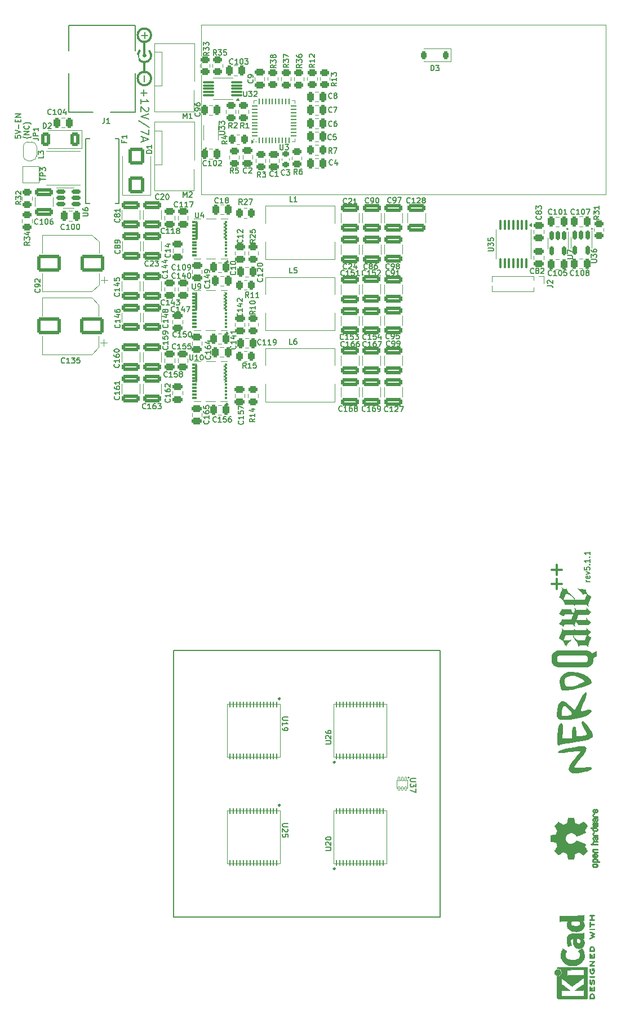
<source format=gto>
G04 #@! TF.GenerationSoftware,KiCad,Pcbnew,9.0.5*
G04 #@! TF.CreationDate,2026-01-11T11:17:55+01:00*
G04 #@! TF.ProjectId,nerdqaxe++,6e657264-7161-4786-952b-2b2e6b696361,rev?*
G04 #@! TF.SameCoordinates,Original*
G04 #@! TF.FileFunction,Legend,Top*
G04 #@! TF.FilePolarity,Positive*
%FSLAX46Y46*%
G04 Gerber Fmt 4.6, Leading zero omitted, Abs format (unit mm)*
G04 Created by KiCad (PCBNEW 9.0.5) date 2026-01-11 11:17:55*
%MOMM*%
%LPD*%
G01*
G04 APERTURE LIST*
G04 Aperture macros list*
%AMRoundRect*
0 Rectangle with rounded corners*
0 $1 Rounding radius*
0 $2 $3 $4 $5 $6 $7 $8 $9 X,Y pos of 4 corners*
0 Add a 4 corners polygon primitive as box body*
4,1,4,$2,$3,$4,$5,$6,$7,$8,$9,$2,$3,0*
0 Add four circle primitives for the rounded corners*
1,1,$1+$1,$2,$3*
1,1,$1+$1,$4,$5*
1,1,$1+$1,$6,$7*
1,1,$1+$1,$8,$9*
0 Add four rect primitives between the rounded corners*
20,1,$1+$1,$2,$3,$4,$5,0*
20,1,$1+$1,$4,$5,$6,$7,0*
20,1,$1+$1,$6,$7,$8,$9,0*
20,1,$1+$1,$8,$9,$2,$3,0*%
%AMFreePoly0*
4,1,23,0.000000,0.745722,0.065263,0.745722,0.191342,0.711940,0.304381,0.646677,0.396677,0.554381,0.461940,0.441342,0.495722,0.315263,0.495722,0.250000,0.500000,0.250000,0.500000,-0.250000,0.495722,-0.250000,0.495722,-0.315263,0.461940,-0.441342,0.396677,-0.554381,0.304381,-0.646677,0.191342,-0.711940,0.065263,-0.745722,0.000000,-0.745722,0.000000,-0.750000,-0.500000,-0.750000,
-0.500000,0.750000,0.000000,0.750000,0.000000,0.745722,0.000000,0.745722,$1*%
%AMFreePoly1*
4,1,23,0.500000,-0.750000,0.000000,-0.750000,0.000000,-0.745722,-0.065263,-0.745722,-0.191342,-0.711940,-0.304381,-0.646677,-0.396677,-0.554381,-0.461940,-0.441342,-0.495722,-0.315263,-0.495722,-0.250000,-0.500000,-0.250000,-0.500000,0.250000,-0.495722,0.250000,-0.495722,0.315263,-0.461940,0.441342,-0.396677,0.554381,-0.304381,0.646677,-0.191342,0.711940,-0.065263,0.745722,0.000000,0.745722,
0.000000,0.750000,0.500000,0.750000,0.500000,-0.750000,0.500000,-0.750000,$1*%
G04 Aperture macros list end*
%ADD10C,0.204515*%
%ADD11C,0.150000*%
%ADD12C,0.300000*%
%ADD13C,0.200000*%
%ADD14C,0.120000*%
%ADD15C,0.050000*%
%ADD16C,0.227485*%
%ADD17C,0.100000*%
%ADD18C,0.000000*%
%ADD19C,0.310000*%
%ADD20C,0.010000*%
%ADD21RoundRect,0.250000X-1.100000X0.325000X-1.100000X-0.325000X1.100000X-0.325000X1.100000X0.325000X0*%
%ADD22RoundRect,0.250000X1.100000X-0.325000X1.100000X0.325000X-1.100000X0.325000X-1.100000X-0.325000X0*%
%ADD23C,1.500000*%
%ADD24RoundRect,0.250000X-0.450000X0.262500X-0.450000X-0.262500X0.450000X-0.262500X0.450000X0.262500X0*%
%ADD25RoundRect,0.250000X-0.250000X-0.475000X0.250000X-0.475000X0.250000X0.475000X-0.250000X0.475000X0*%
%ADD26RoundRect,0.250000X0.250000X0.475000X-0.250000X0.475000X-0.250000X-0.475000X0.250000X-0.475000X0*%
%ADD27RoundRect,0.055250X-0.055250X0.340750X-0.055250X-0.340750X0.055250X-0.340750X0.055250X0.340750X0*%
%ADD28C,5.000000*%
%ADD29R,3.300000X2.800000*%
%ADD30C,0.800000*%
%ADD31C,6.400000*%
%ADD32RoundRect,0.250000X-0.262500X-0.450000X0.262500X-0.450000X0.262500X0.450000X-0.262500X0.450000X0*%
%ADD33RoundRect,0.050000X-0.100000X0.285000X-0.100000X-0.285000X0.100000X-0.285000X0.100000X0.285000X0*%
%ADD34RoundRect,0.250000X0.450000X-0.262500X0.450000X0.262500X-0.450000X0.262500X-0.450000X-0.262500X0*%
%ADD35RoundRect,0.250000X1.500000X1.000000X-1.500000X1.000000X-1.500000X-1.000000X1.500000X-1.000000X0*%
%ADD36RoundRect,0.062500X0.062500X-0.375000X0.062500X0.375000X-0.062500X0.375000X-0.062500X-0.375000X0*%
%ADD37RoundRect,0.062500X0.375000X-0.062500X0.375000X0.062500X-0.375000X0.062500X-0.375000X-0.062500X0*%
%ADD38R,4.150000X4.150000*%
%ADD39RoundRect,0.250000X0.475000X-0.250000X0.475000X0.250000X-0.475000X0.250000X-0.475000X-0.250000X0*%
%ADD40C,4.000000*%
%ADD41C,1.700000*%
%ADD42RoundRect,0.250000X0.900000X-1.000000X0.900000X1.000000X-0.900000X1.000000X-0.900000X-1.000000X0*%
%ADD43RoundRect,0.250000X-0.475000X0.250000X-0.475000X-0.250000X0.475000X-0.250000X0.475000X0.250000X0*%
%ADD44RoundRect,0.100000X-0.100000X0.637500X-0.100000X-0.637500X0.100000X-0.637500X0.100000X0.637500X0*%
%ADD45RoundRect,0.127000X0.373000X0.023000X-0.373000X0.023000X-0.373000X-0.023000X0.373000X-0.023000X0*%
%ADD46R,0.500000X0.300000*%
%ADD47RoundRect,0.127000X0.078000X1.273000X-0.078000X1.273000X-0.078000X-1.273000X0.078000X-1.273000X0*%
%ADD48RoundRect,0.127000X-0.373000X-0.023000X0.373000X-0.023000X0.373000X0.023000X-0.373000X0.023000X0*%
%ADD49R,0.410000X6.300000*%
%ADD50R,3.400000X5.639000*%
%ADD51RoundRect,0.150000X-0.150000X0.512500X-0.150000X-0.512500X0.150000X-0.512500X0.150000X0.512500X0*%
%ADD52R,1.000000X1.000000*%
%ADD53O,1.000000X1.000000*%
%ADD54C,1.100000*%
%ADD55R,2.030000X1.730000*%
%ADD56O,2.030000X1.730000*%
%ADD57C,1.600000*%
%ADD58C,2.204000*%
%ADD59O,3.704000X1.954000*%
%ADD60O,1.454000X2.704000*%
%ADD61RoundRect,0.250000X0.262500X0.450000X-0.262500X0.450000X-0.262500X-0.450000X0.262500X-0.450000X0*%
%ADD62RoundRect,0.250000X0.450000X0.800000X-0.450000X0.800000X-0.450000X-0.800000X0.450000X-0.800000X0*%
%ADD63RoundRect,0.150000X-0.512500X-0.150000X0.512500X-0.150000X0.512500X0.150000X-0.512500X0.150000X0*%
%ADD64RoundRect,0.055250X0.055250X-0.340750X0.055250X0.340750X-0.055250X0.340750X-0.055250X-0.340750X0*%
%ADD65R,1.500000X4.000000*%
%ADD66RoundRect,0.225000X-0.250000X0.225000X-0.250000X-0.225000X0.250000X-0.225000X0.250000X0.225000X0*%
%ADD67FreePoly0,90.000000*%
%ADD68FreePoly1,90.000000*%
%ADD69R,0.300000X0.800000*%
%ADD70R,2.000000X2.000000*%
%ADD71RoundRect,0.087500X0.725000X0.087500X-0.725000X0.087500X-0.725000X-0.087500X0.725000X-0.087500X0*%
%ADD72RoundRect,0.225000X0.225000X0.375000X-0.225000X0.375000X-0.225000X-0.375000X0.225000X-0.375000X0*%
%ADD73R,3.810000X4.245000*%
G04 APERTURE END LIST*
D10*
X137973457Y-54643000D02*
G75*
G02*
X137768943Y-54643000I-102257J0D01*
G01*
X137768943Y-54643000D02*
G75*
G02*
X137973457Y-54643000I102257J0D01*
G01*
X134239657Y-54668400D02*
G75*
G02*
X134035143Y-54668400I-102257J0D01*
G01*
X134035143Y-54668400D02*
G75*
G02*
X134239657Y-54668400I102257J0D01*
G01*
X110389057Y-137053600D02*
G75*
G02*
X110184543Y-137053600I-102257J0D01*
G01*
X110184543Y-137053600D02*
G75*
G02*
X110389057Y-137053600I102257J0D01*
G01*
D11*
X75000000Y-118000000D02*
X115000000Y-118000000D01*
X115000000Y-158000000D01*
X75000000Y-158000000D01*
X75000000Y-118000000D01*
X137519295Y-107635839D02*
X136985961Y-107635839D01*
X137138342Y-107635839D02*
X137062152Y-107597744D01*
X137062152Y-107597744D02*
X137024057Y-107559649D01*
X137024057Y-107559649D02*
X136985961Y-107483458D01*
X136985961Y-107483458D02*
X136985961Y-107407268D01*
X137481200Y-106835839D02*
X137519295Y-106912030D01*
X137519295Y-106912030D02*
X137519295Y-107064411D01*
X137519295Y-107064411D02*
X137481200Y-107140601D01*
X137481200Y-107140601D02*
X137405009Y-107178697D01*
X137405009Y-107178697D02*
X137100247Y-107178697D01*
X137100247Y-107178697D02*
X137024057Y-107140601D01*
X137024057Y-107140601D02*
X136985961Y-107064411D01*
X136985961Y-107064411D02*
X136985961Y-106912030D01*
X136985961Y-106912030D02*
X137024057Y-106835839D01*
X137024057Y-106835839D02*
X137100247Y-106797744D01*
X137100247Y-106797744D02*
X137176438Y-106797744D01*
X137176438Y-106797744D02*
X137252628Y-107178697D01*
X136985961Y-106531078D02*
X137519295Y-106340602D01*
X137519295Y-106340602D02*
X136985961Y-106150125D01*
X136719295Y-105464411D02*
X136719295Y-105845363D01*
X136719295Y-105845363D02*
X137100247Y-105883459D01*
X137100247Y-105883459D02*
X137062152Y-105845363D01*
X137062152Y-105845363D02*
X137024057Y-105769173D01*
X137024057Y-105769173D02*
X137024057Y-105578697D01*
X137024057Y-105578697D02*
X137062152Y-105502506D01*
X137062152Y-105502506D02*
X137100247Y-105464411D01*
X137100247Y-105464411D02*
X137176438Y-105426316D01*
X137176438Y-105426316D02*
X137366914Y-105426316D01*
X137366914Y-105426316D02*
X137443104Y-105464411D01*
X137443104Y-105464411D02*
X137481200Y-105502506D01*
X137481200Y-105502506D02*
X137519295Y-105578697D01*
X137519295Y-105578697D02*
X137519295Y-105769173D01*
X137519295Y-105769173D02*
X137481200Y-105845363D01*
X137481200Y-105845363D02*
X137443104Y-105883459D01*
X137443104Y-105083458D02*
X137481200Y-105045363D01*
X137481200Y-105045363D02*
X137519295Y-105083458D01*
X137519295Y-105083458D02*
X137481200Y-105121554D01*
X137481200Y-105121554D02*
X137443104Y-105083458D01*
X137443104Y-105083458D02*
X137519295Y-105083458D01*
X137519295Y-104283459D02*
X137519295Y-104740602D01*
X137519295Y-104512030D02*
X136719295Y-104512030D01*
X136719295Y-104512030D02*
X136833580Y-104588221D01*
X136833580Y-104588221D02*
X136909771Y-104664411D01*
X136909771Y-104664411D02*
X136947866Y-104740602D01*
X137443104Y-103940601D02*
X137481200Y-103902506D01*
X137481200Y-103902506D02*
X137519295Y-103940601D01*
X137519295Y-103940601D02*
X137481200Y-103978697D01*
X137481200Y-103978697D02*
X137443104Y-103940601D01*
X137443104Y-103940601D02*
X137519295Y-103940601D01*
X137519295Y-103140602D02*
X137519295Y-103597745D01*
X137519295Y-103369173D02*
X136719295Y-103369173D01*
X136719295Y-103369173D02*
X136833580Y-103445364D01*
X136833580Y-103445364D02*
X136909771Y-103521554D01*
X136909771Y-103521554D02*
X136947866Y-103597745D01*
D12*
X132552733Y-108726441D02*
X132552733Y-107202632D01*
X133314638Y-107964536D02*
X131790828Y-107964536D01*
D13*
X70514400Y-33771429D02*
X70514400Y-34685715D01*
X70057257Y-34228572D02*
X70971542Y-34228572D01*
X70057257Y-35885714D02*
X70057257Y-35200000D01*
X70057257Y-35542857D02*
X71257257Y-35542857D01*
X71257257Y-35542857D02*
X71085828Y-35428571D01*
X71085828Y-35428571D02*
X70971542Y-35314286D01*
X70971542Y-35314286D02*
X70914400Y-35200000D01*
X71142971Y-36342857D02*
X71200114Y-36400000D01*
X71200114Y-36400000D02*
X71257257Y-36514286D01*
X71257257Y-36514286D02*
X71257257Y-36800000D01*
X71257257Y-36800000D02*
X71200114Y-36914286D01*
X71200114Y-36914286D02*
X71142971Y-36971428D01*
X71142971Y-36971428D02*
X71028685Y-37028571D01*
X71028685Y-37028571D02*
X70914400Y-37028571D01*
X70914400Y-37028571D02*
X70742971Y-36971428D01*
X70742971Y-36971428D02*
X70057257Y-36285714D01*
X70057257Y-36285714D02*
X70057257Y-37028571D01*
X71257257Y-37371428D02*
X70057257Y-37771428D01*
X70057257Y-37771428D02*
X71257257Y-38171428D01*
X71314400Y-39428571D02*
X69771542Y-38399999D01*
X71257257Y-39714285D02*
X71257257Y-40514285D01*
X71257257Y-40514285D02*
X70057257Y-39999999D01*
X70400114Y-40914285D02*
X70400114Y-41485714D01*
X70057257Y-40799999D02*
X71257257Y-41199999D01*
X71257257Y-41199999D02*
X70057257Y-41599999D01*
D12*
X132552733Y-106626441D02*
X132552733Y-105102632D01*
X133314638Y-105864536D02*
X131790828Y-105864536D01*
D11*
X51206340Y-40629887D02*
X51206340Y-41010839D01*
X51206340Y-41010839D02*
X51587292Y-41048935D01*
X51587292Y-41048935D02*
X51549197Y-41010839D01*
X51549197Y-41010839D02*
X51511102Y-40934649D01*
X51511102Y-40934649D02*
X51511102Y-40744173D01*
X51511102Y-40744173D02*
X51549197Y-40667982D01*
X51549197Y-40667982D02*
X51587292Y-40629887D01*
X51587292Y-40629887D02*
X51663483Y-40591792D01*
X51663483Y-40591792D02*
X51853959Y-40591792D01*
X51853959Y-40591792D02*
X51930149Y-40629887D01*
X51930149Y-40629887D02*
X51968245Y-40667982D01*
X51968245Y-40667982D02*
X52006340Y-40744173D01*
X52006340Y-40744173D02*
X52006340Y-40934649D01*
X52006340Y-40934649D02*
X51968245Y-41010839D01*
X51968245Y-41010839D02*
X51930149Y-41048935D01*
X51206340Y-40363220D02*
X52006340Y-40096553D01*
X52006340Y-40096553D02*
X51206340Y-39829887D01*
X51701578Y-39563220D02*
X51701578Y-38953697D01*
X51587292Y-38572744D02*
X51587292Y-38306078D01*
X52006340Y-38191792D02*
X52006340Y-38572744D01*
X52006340Y-38572744D02*
X51206340Y-38572744D01*
X51206340Y-38572744D02*
X51206340Y-38191792D01*
X52006340Y-37848934D02*
X51206340Y-37848934D01*
X51206340Y-37848934D02*
X52006340Y-37391791D01*
X52006340Y-37391791D02*
X51206340Y-37391791D01*
X53599057Y-40782268D02*
X53560961Y-40820363D01*
X53560961Y-40820363D02*
X53446676Y-40896554D01*
X53446676Y-40896554D02*
X53370485Y-40934649D01*
X53370485Y-40934649D02*
X53256200Y-40972744D01*
X53256200Y-40972744D02*
X53065723Y-41010839D01*
X53065723Y-41010839D02*
X52913342Y-41010839D01*
X52913342Y-41010839D02*
X52722866Y-40972744D01*
X52722866Y-40972744D02*
X52608580Y-40934649D01*
X52608580Y-40934649D02*
X52532390Y-40896554D01*
X52532390Y-40896554D02*
X52418104Y-40820363D01*
X52418104Y-40820363D02*
X52380009Y-40782268D01*
X53294295Y-40477506D02*
X52494295Y-40477506D01*
X52494295Y-40477506D02*
X53294295Y-40020363D01*
X53294295Y-40020363D02*
X52494295Y-40020363D01*
X53218104Y-39182268D02*
X53256200Y-39220364D01*
X53256200Y-39220364D02*
X53294295Y-39334649D01*
X53294295Y-39334649D02*
X53294295Y-39410840D01*
X53294295Y-39410840D02*
X53256200Y-39525126D01*
X53256200Y-39525126D02*
X53180009Y-39601316D01*
X53180009Y-39601316D02*
X53103819Y-39639411D01*
X53103819Y-39639411D02*
X52951438Y-39677507D01*
X52951438Y-39677507D02*
X52837152Y-39677507D01*
X52837152Y-39677507D02*
X52684771Y-39639411D01*
X52684771Y-39639411D02*
X52608580Y-39601316D01*
X52608580Y-39601316D02*
X52532390Y-39525126D01*
X52532390Y-39525126D02*
X52494295Y-39410840D01*
X52494295Y-39410840D02*
X52494295Y-39334649D01*
X52494295Y-39334649D02*
X52532390Y-39220364D01*
X52532390Y-39220364D02*
X52570485Y-39182268D01*
X53599057Y-38915602D02*
X53560961Y-38877507D01*
X53560961Y-38877507D02*
X53446676Y-38801316D01*
X53446676Y-38801316D02*
X53370485Y-38763221D01*
X53370485Y-38763221D02*
X53256200Y-38725126D01*
X53256200Y-38725126D02*
X53065723Y-38687030D01*
X53065723Y-38687030D02*
X52913342Y-38687030D01*
X52913342Y-38687030D02*
X52722866Y-38725126D01*
X52722866Y-38725126D02*
X52608580Y-38763221D01*
X52608580Y-38763221D02*
X52532390Y-38801316D01*
X52532390Y-38801316D02*
X52418104Y-38877507D01*
X52418104Y-38877507D02*
X52380009Y-38915602D01*
X54604762Y-53886104D02*
X54566666Y-53924200D01*
X54566666Y-53924200D02*
X54452381Y-53962295D01*
X54452381Y-53962295D02*
X54376190Y-53962295D01*
X54376190Y-53962295D02*
X54261904Y-53924200D01*
X54261904Y-53924200D02*
X54185714Y-53848009D01*
X54185714Y-53848009D02*
X54147619Y-53771819D01*
X54147619Y-53771819D02*
X54109523Y-53619438D01*
X54109523Y-53619438D02*
X54109523Y-53505152D01*
X54109523Y-53505152D02*
X54147619Y-53352771D01*
X54147619Y-53352771D02*
X54185714Y-53276580D01*
X54185714Y-53276580D02*
X54261904Y-53200390D01*
X54261904Y-53200390D02*
X54376190Y-53162295D01*
X54376190Y-53162295D02*
X54452381Y-53162295D01*
X54452381Y-53162295D02*
X54566666Y-53200390D01*
X54566666Y-53200390D02*
X54604762Y-53238485D01*
X55366666Y-53962295D02*
X54909523Y-53962295D01*
X55138095Y-53962295D02*
X55138095Y-53162295D01*
X55138095Y-53162295D02*
X55061904Y-53276580D01*
X55061904Y-53276580D02*
X54985714Y-53352771D01*
X54985714Y-53352771D02*
X54909523Y-53390866D01*
X55861905Y-53162295D02*
X55938095Y-53162295D01*
X55938095Y-53162295D02*
X56014286Y-53200390D01*
X56014286Y-53200390D02*
X56052381Y-53238485D01*
X56052381Y-53238485D02*
X56090476Y-53314676D01*
X56090476Y-53314676D02*
X56128571Y-53467057D01*
X56128571Y-53467057D02*
X56128571Y-53657533D01*
X56128571Y-53657533D02*
X56090476Y-53809914D01*
X56090476Y-53809914D02*
X56052381Y-53886104D01*
X56052381Y-53886104D02*
X56014286Y-53924200D01*
X56014286Y-53924200D02*
X55938095Y-53962295D01*
X55938095Y-53962295D02*
X55861905Y-53962295D01*
X55861905Y-53962295D02*
X55785714Y-53924200D01*
X55785714Y-53924200D02*
X55747619Y-53886104D01*
X55747619Y-53886104D02*
X55709524Y-53809914D01*
X55709524Y-53809914D02*
X55671428Y-53657533D01*
X55671428Y-53657533D02*
X55671428Y-53467057D01*
X55671428Y-53467057D02*
X55709524Y-53314676D01*
X55709524Y-53314676D02*
X55747619Y-53238485D01*
X55747619Y-53238485D02*
X55785714Y-53200390D01*
X55785714Y-53200390D02*
X55861905Y-53162295D01*
X56814286Y-53162295D02*
X56661905Y-53162295D01*
X56661905Y-53162295D02*
X56585714Y-53200390D01*
X56585714Y-53200390D02*
X56547619Y-53238485D01*
X56547619Y-53238485D02*
X56471429Y-53352771D01*
X56471429Y-53352771D02*
X56433333Y-53505152D01*
X56433333Y-53505152D02*
X56433333Y-53809914D01*
X56433333Y-53809914D02*
X56471429Y-53886104D01*
X56471429Y-53886104D02*
X56509524Y-53924200D01*
X56509524Y-53924200D02*
X56585714Y-53962295D01*
X56585714Y-53962295D02*
X56738095Y-53962295D01*
X56738095Y-53962295D02*
X56814286Y-53924200D01*
X56814286Y-53924200D02*
X56852381Y-53886104D01*
X56852381Y-53886104D02*
X56890476Y-53809914D01*
X56890476Y-53809914D02*
X56890476Y-53619438D01*
X56890476Y-53619438D02*
X56852381Y-53543247D01*
X56852381Y-53543247D02*
X56814286Y-53505152D01*
X56814286Y-53505152D02*
X56738095Y-53467057D01*
X56738095Y-53467057D02*
X56585714Y-53467057D01*
X56585714Y-53467057D02*
X56509524Y-53505152D01*
X56509524Y-53505152D02*
X56471429Y-53543247D01*
X56471429Y-53543247D02*
X56433333Y-53619438D01*
X107485714Y-72186104D02*
X107447618Y-72224200D01*
X107447618Y-72224200D02*
X107333333Y-72262295D01*
X107333333Y-72262295D02*
X107257142Y-72262295D01*
X107257142Y-72262295D02*
X107142856Y-72224200D01*
X107142856Y-72224200D02*
X107066666Y-72148009D01*
X107066666Y-72148009D02*
X107028571Y-72071819D01*
X107028571Y-72071819D02*
X106990475Y-71919438D01*
X106990475Y-71919438D02*
X106990475Y-71805152D01*
X106990475Y-71805152D02*
X107028571Y-71652771D01*
X107028571Y-71652771D02*
X107066666Y-71576580D01*
X107066666Y-71576580D02*
X107142856Y-71500390D01*
X107142856Y-71500390D02*
X107257142Y-71462295D01*
X107257142Y-71462295D02*
X107333333Y-71462295D01*
X107333333Y-71462295D02*
X107447618Y-71500390D01*
X107447618Y-71500390D02*
X107485714Y-71538485D01*
X107866666Y-72262295D02*
X108019047Y-72262295D01*
X108019047Y-72262295D02*
X108095237Y-72224200D01*
X108095237Y-72224200D02*
X108133333Y-72186104D01*
X108133333Y-72186104D02*
X108209523Y-72071819D01*
X108209523Y-72071819D02*
X108247618Y-71919438D01*
X108247618Y-71919438D02*
X108247618Y-71614676D01*
X108247618Y-71614676D02*
X108209523Y-71538485D01*
X108209523Y-71538485D02*
X108171428Y-71500390D01*
X108171428Y-71500390D02*
X108095237Y-71462295D01*
X108095237Y-71462295D02*
X107942856Y-71462295D01*
X107942856Y-71462295D02*
X107866666Y-71500390D01*
X107866666Y-71500390D02*
X107828571Y-71538485D01*
X107828571Y-71538485D02*
X107790475Y-71614676D01*
X107790475Y-71614676D02*
X107790475Y-71805152D01*
X107790475Y-71805152D02*
X107828571Y-71881342D01*
X107828571Y-71881342D02*
X107866666Y-71919438D01*
X107866666Y-71919438D02*
X107942856Y-71957533D01*
X107942856Y-71957533D02*
X108095237Y-71957533D01*
X108095237Y-71957533D02*
X108171428Y-71919438D01*
X108171428Y-71919438D02*
X108209523Y-71881342D01*
X108209523Y-71881342D02*
X108247618Y-71805152D01*
X108628571Y-72262295D02*
X108780952Y-72262295D01*
X108780952Y-72262295D02*
X108857142Y-72224200D01*
X108857142Y-72224200D02*
X108895238Y-72186104D01*
X108895238Y-72186104D02*
X108971428Y-72071819D01*
X108971428Y-72071819D02*
X109009523Y-71919438D01*
X109009523Y-71919438D02*
X109009523Y-71614676D01*
X109009523Y-71614676D02*
X108971428Y-71538485D01*
X108971428Y-71538485D02*
X108933333Y-71500390D01*
X108933333Y-71500390D02*
X108857142Y-71462295D01*
X108857142Y-71462295D02*
X108704761Y-71462295D01*
X108704761Y-71462295D02*
X108628571Y-71500390D01*
X108628571Y-71500390D02*
X108590476Y-71538485D01*
X108590476Y-71538485D02*
X108552380Y-71614676D01*
X108552380Y-71614676D02*
X108552380Y-71805152D01*
X108552380Y-71805152D02*
X108590476Y-71881342D01*
X108590476Y-71881342D02*
X108628571Y-71919438D01*
X108628571Y-71919438D02*
X108704761Y-71957533D01*
X108704761Y-71957533D02*
X108857142Y-71957533D01*
X108857142Y-71957533D02*
X108933333Y-71919438D01*
X108933333Y-71919438D02*
X108971428Y-71881342D01*
X108971428Y-71881342D02*
X109009523Y-71805152D01*
X81435714Y-28562295D02*
X81169047Y-28181342D01*
X80978571Y-28562295D02*
X80978571Y-27762295D01*
X80978571Y-27762295D02*
X81283333Y-27762295D01*
X81283333Y-27762295D02*
X81359523Y-27800390D01*
X81359523Y-27800390D02*
X81397618Y-27838485D01*
X81397618Y-27838485D02*
X81435714Y-27914676D01*
X81435714Y-27914676D02*
X81435714Y-28028961D01*
X81435714Y-28028961D02*
X81397618Y-28105152D01*
X81397618Y-28105152D02*
X81359523Y-28143247D01*
X81359523Y-28143247D02*
X81283333Y-28181342D01*
X81283333Y-28181342D02*
X80978571Y-28181342D01*
X81702380Y-27762295D02*
X82197618Y-27762295D01*
X82197618Y-27762295D02*
X81930952Y-28067057D01*
X81930952Y-28067057D02*
X82045237Y-28067057D01*
X82045237Y-28067057D02*
X82121428Y-28105152D01*
X82121428Y-28105152D02*
X82159523Y-28143247D01*
X82159523Y-28143247D02*
X82197618Y-28219438D01*
X82197618Y-28219438D02*
X82197618Y-28409914D01*
X82197618Y-28409914D02*
X82159523Y-28486104D01*
X82159523Y-28486104D02*
X82121428Y-28524200D01*
X82121428Y-28524200D02*
X82045237Y-28562295D01*
X82045237Y-28562295D02*
X81816666Y-28562295D01*
X81816666Y-28562295D02*
X81740475Y-28524200D01*
X81740475Y-28524200D02*
X81702380Y-28486104D01*
X82921428Y-27762295D02*
X82540476Y-27762295D01*
X82540476Y-27762295D02*
X82502380Y-28143247D01*
X82502380Y-28143247D02*
X82540476Y-28105152D01*
X82540476Y-28105152D02*
X82616666Y-28067057D01*
X82616666Y-28067057D02*
X82807142Y-28067057D01*
X82807142Y-28067057D02*
X82883333Y-28105152D01*
X82883333Y-28105152D02*
X82921428Y-28143247D01*
X82921428Y-28143247D02*
X82959523Y-28219438D01*
X82959523Y-28219438D02*
X82959523Y-28409914D01*
X82959523Y-28409914D02*
X82921428Y-28486104D01*
X82921428Y-28486104D02*
X82883333Y-28524200D01*
X82883333Y-28524200D02*
X82807142Y-28562295D01*
X82807142Y-28562295D02*
X82616666Y-28562295D01*
X82616666Y-28562295D02*
X82540476Y-28524200D01*
X82540476Y-28524200D02*
X82502380Y-28486104D01*
X98772917Y-39186104D02*
X98734821Y-39224200D01*
X98734821Y-39224200D02*
X98620536Y-39262295D01*
X98620536Y-39262295D02*
X98544345Y-39262295D01*
X98544345Y-39262295D02*
X98430059Y-39224200D01*
X98430059Y-39224200D02*
X98353869Y-39148009D01*
X98353869Y-39148009D02*
X98315774Y-39071819D01*
X98315774Y-39071819D02*
X98277678Y-38919438D01*
X98277678Y-38919438D02*
X98277678Y-38805152D01*
X98277678Y-38805152D02*
X98315774Y-38652771D01*
X98315774Y-38652771D02*
X98353869Y-38576580D01*
X98353869Y-38576580D02*
X98430059Y-38500390D01*
X98430059Y-38500390D02*
X98544345Y-38462295D01*
X98544345Y-38462295D02*
X98620536Y-38462295D01*
X98620536Y-38462295D02*
X98734821Y-38500390D01*
X98734821Y-38500390D02*
X98772917Y-38538485D01*
X99458631Y-38462295D02*
X99306250Y-38462295D01*
X99306250Y-38462295D02*
X99230059Y-38500390D01*
X99230059Y-38500390D02*
X99191964Y-38538485D01*
X99191964Y-38538485D02*
X99115774Y-38652771D01*
X99115774Y-38652771D02*
X99077678Y-38805152D01*
X99077678Y-38805152D02*
X99077678Y-39109914D01*
X99077678Y-39109914D02*
X99115774Y-39186104D01*
X99115774Y-39186104D02*
X99153869Y-39224200D01*
X99153869Y-39224200D02*
X99230059Y-39262295D01*
X99230059Y-39262295D02*
X99382440Y-39262295D01*
X99382440Y-39262295D02*
X99458631Y-39224200D01*
X99458631Y-39224200D02*
X99496726Y-39186104D01*
X99496726Y-39186104D02*
X99534821Y-39109914D01*
X99534821Y-39109914D02*
X99534821Y-38919438D01*
X99534821Y-38919438D02*
X99496726Y-38843247D01*
X99496726Y-38843247D02*
X99458631Y-38805152D01*
X99458631Y-38805152D02*
X99382440Y-38767057D01*
X99382440Y-38767057D02*
X99230059Y-38767057D01*
X99230059Y-38767057D02*
X99153869Y-38805152D01*
X99153869Y-38805152D02*
X99115774Y-38843247D01*
X99115774Y-38843247D02*
X99077678Y-38919438D01*
X131781077Y-61586104D02*
X131742981Y-61624200D01*
X131742981Y-61624200D02*
X131628696Y-61662295D01*
X131628696Y-61662295D02*
X131552505Y-61662295D01*
X131552505Y-61662295D02*
X131438219Y-61624200D01*
X131438219Y-61624200D02*
X131362029Y-61548009D01*
X131362029Y-61548009D02*
X131323934Y-61471819D01*
X131323934Y-61471819D02*
X131285838Y-61319438D01*
X131285838Y-61319438D02*
X131285838Y-61205152D01*
X131285838Y-61205152D02*
X131323934Y-61052771D01*
X131323934Y-61052771D02*
X131362029Y-60976580D01*
X131362029Y-60976580D02*
X131438219Y-60900390D01*
X131438219Y-60900390D02*
X131552505Y-60862295D01*
X131552505Y-60862295D02*
X131628696Y-60862295D01*
X131628696Y-60862295D02*
X131742981Y-60900390D01*
X131742981Y-60900390D02*
X131781077Y-60938485D01*
X132542981Y-61662295D02*
X132085838Y-61662295D01*
X132314410Y-61662295D02*
X132314410Y-60862295D01*
X132314410Y-60862295D02*
X132238219Y-60976580D01*
X132238219Y-60976580D02*
X132162029Y-61052771D01*
X132162029Y-61052771D02*
X132085838Y-61090866D01*
X133038220Y-60862295D02*
X133114410Y-60862295D01*
X133114410Y-60862295D02*
X133190601Y-60900390D01*
X133190601Y-60900390D02*
X133228696Y-60938485D01*
X133228696Y-60938485D02*
X133266791Y-61014676D01*
X133266791Y-61014676D02*
X133304886Y-61167057D01*
X133304886Y-61167057D02*
X133304886Y-61357533D01*
X133304886Y-61357533D02*
X133266791Y-61509914D01*
X133266791Y-61509914D02*
X133228696Y-61586104D01*
X133228696Y-61586104D02*
X133190601Y-61624200D01*
X133190601Y-61624200D02*
X133114410Y-61662295D01*
X133114410Y-61662295D02*
X133038220Y-61662295D01*
X133038220Y-61662295D02*
X132962029Y-61624200D01*
X132962029Y-61624200D02*
X132923934Y-61586104D01*
X132923934Y-61586104D02*
X132885839Y-61509914D01*
X132885839Y-61509914D02*
X132847743Y-61357533D01*
X132847743Y-61357533D02*
X132847743Y-61167057D01*
X132847743Y-61167057D02*
X132885839Y-61014676D01*
X132885839Y-61014676D02*
X132923934Y-60938485D01*
X132923934Y-60938485D02*
X132962029Y-60900390D01*
X132962029Y-60900390D02*
X133038220Y-60862295D01*
X134028696Y-60862295D02*
X133647744Y-60862295D01*
X133647744Y-60862295D02*
X133609648Y-61243247D01*
X133609648Y-61243247D02*
X133647744Y-61205152D01*
X133647744Y-61205152D02*
X133723934Y-61167057D01*
X133723934Y-61167057D02*
X133914410Y-61167057D01*
X133914410Y-61167057D02*
X133990601Y-61205152D01*
X133990601Y-61205152D02*
X134028696Y-61243247D01*
X134028696Y-61243247D02*
X134066791Y-61319438D01*
X134066791Y-61319438D02*
X134066791Y-61509914D01*
X134066791Y-61509914D02*
X134028696Y-61586104D01*
X134028696Y-61586104D02*
X133990601Y-61624200D01*
X133990601Y-61624200D02*
X133914410Y-61662295D01*
X133914410Y-61662295D02*
X133723934Y-61662295D01*
X133723934Y-61662295D02*
X133647744Y-61624200D01*
X133647744Y-61624200D02*
X133609648Y-61586104D01*
X92157704Y-127989524D02*
X91510085Y-127989524D01*
X91510085Y-127989524D02*
X91433895Y-128027619D01*
X91433895Y-128027619D02*
X91395800Y-128065714D01*
X91395800Y-128065714D02*
X91357704Y-128141905D01*
X91357704Y-128141905D02*
X91357704Y-128294286D01*
X91357704Y-128294286D02*
X91395800Y-128370476D01*
X91395800Y-128370476D02*
X91433895Y-128408571D01*
X91433895Y-128408571D02*
X91510085Y-128446667D01*
X91510085Y-128446667D02*
X92157704Y-128446667D01*
X91357704Y-129246666D02*
X91357704Y-128789523D01*
X91357704Y-129018095D02*
X92157704Y-129018095D01*
X92157704Y-129018095D02*
X92043419Y-128941904D01*
X92043419Y-128941904D02*
X91967228Y-128865714D01*
X91967228Y-128865714D02*
X91929133Y-128789523D01*
X91357704Y-129627619D02*
X91357704Y-129780000D01*
X91357704Y-129780000D02*
X91395800Y-129856190D01*
X91395800Y-129856190D02*
X91433895Y-129894286D01*
X91433895Y-129894286D02*
X91548180Y-129970476D01*
X91548180Y-129970476D02*
X91700561Y-130008571D01*
X91700561Y-130008571D02*
X92005323Y-130008571D01*
X92005323Y-130008571D02*
X92081514Y-129970476D01*
X92081514Y-129970476D02*
X92119609Y-129932381D01*
X92119609Y-129932381D02*
X92157704Y-129856190D01*
X92157704Y-129856190D02*
X92157704Y-129703809D01*
X92157704Y-129703809D02*
X92119609Y-129627619D01*
X92119609Y-129627619D02*
X92081514Y-129589524D01*
X92081514Y-129589524D02*
X92005323Y-129551428D01*
X92005323Y-129551428D02*
X91814847Y-129551428D01*
X91814847Y-129551428D02*
X91738657Y-129589524D01*
X91738657Y-129589524D02*
X91700561Y-129627619D01*
X91700561Y-129627619D02*
X91662466Y-129703809D01*
X91662466Y-129703809D02*
X91662466Y-129856190D01*
X91662466Y-129856190D02*
X91700561Y-129932381D01*
X91700561Y-129932381D02*
X91738657Y-129970476D01*
X91738657Y-129970476D02*
X91814847Y-130008571D01*
X66816104Y-79815237D02*
X66854200Y-79853333D01*
X66854200Y-79853333D02*
X66892295Y-79967618D01*
X66892295Y-79967618D02*
X66892295Y-80043809D01*
X66892295Y-80043809D02*
X66854200Y-80158095D01*
X66854200Y-80158095D02*
X66778009Y-80234285D01*
X66778009Y-80234285D02*
X66701819Y-80272380D01*
X66701819Y-80272380D02*
X66549438Y-80310476D01*
X66549438Y-80310476D02*
X66435152Y-80310476D01*
X66435152Y-80310476D02*
X66282771Y-80272380D01*
X66282771Y-80272380D02*
X66206580Y-80234285D01*
X66206580Y-80234285D02*
X66130390Y-80158095D01*
X66130390Y-80158095D02*
X66092295Y-80043809D01*
X66092295Y-80043809D02*
X66092295Y-79967618D01*
X66092295Y-79967618D02*
X66130390Y-79853333D01*
X66130390Y-79853333D02*
X66168485Y-79815237D01*
X66892295Y-79053333D02*
X66892295Y-79510476D01*
X66892295Y-79281904D02*
X66092295Y-79281904D01*
X66092295Y-79281904D02*
X66206580Y-79358095D01*
X66206580Y-79358095D02*
X66282771Y-79434285D01*
X66282771Y-79434285D02*
X66320866Y-79510476D01*
X66092295Y-78367618D02*
X66092295Y-78519999D01*
X66092295Y-78519999D02*
X66130390Y-78596190D01*
X66130390Y-78596190D02*
X66168485Y-78634285D01*
X66168485Y-78634285D02*
X66282771Y-78710475D01*
X66282771Y-78710475D02*
X66435152Y-78748571D01*
X66435152Y-78748571D02*
X66739914Y-78748571D01*
X66739914Y-78748571D02*
X66816104Y-78710475D01*
X66816104Y-78710475D02*
X66854200Y-78672380D01*
X66854200Y-78672380D02*
X66892295Y-78596190D01*
X66892295Y-78596190D02*
X66892295Y-78443809D01*
X66892295Y-78443809D02*
X66854200Y-78367618D01*
X66854200Y-78367618D02*
X66816104Y-78329523D01*
X66816104Y-78329523D02*
X66739914Y-78291428D01*
X66739914Y-78291428D02*
X66549438Y-78291428D01*
X66549438Y-78291428D02*
X66473247Y-78329523D01*
X66473247Y-78329523D02*
X66435152Y-78367618D01*
X66435152Y-78367618D02*
X66397057Y-78443809D01*
X66397057Y-78443809D02*
X66397057Y-78596190D01*
X66397057Y-78596190D02*
X66435152Y-78672380D01*
X66435152Y-78672380D02*
X66473247Y-78710475D01*
X66473247Y-78710475D02*
X66549438Y-78748571D01*
X66892295Y-77529523D02*
X66892295Y-77986666D01*
X66892295Y-77758094D02*
X66092295Y-77758094D01*
X66092295Y-77758094D02*
X66206580Y-77834285D01*
X66206580Y-77834285D02*
X66282771Y-77910475D01*
X66282771Y-77910475D02*
X66320866Y-77986666D01*
X80312295Y-28114285D02*
X79931342Y-28380952D01*
X80312295Y-28571428D02*
X79512295Y-28571428D01*
X79512295Y-28571428D02*
X79512295Y-28266666D01*
X79512295Y-28266666D02*
X79550390Y-28190476D01*
X79550390Y-28190476D02*
X79588485Y-28152381D01*
X79588485Y-28152381D02*
X79664676Y-28114285D01*
X79664676Y-28114285D02*
X79778961Y-28114285D01*
X79778961Y-28114285D02*
X79855152Y-28152381D01*
X79855152Y-28152381D02*
X79893247Y-28190476D01*
X79893247Y-28190476D02*
X79931342Y-28266666D01*
X79931342Y-28266666D02*
X79931342Y-28571428D01*
X79512295Y-27847619D02*
X79512295Y-27352381D01*
X79512295Y-27352381D02*
X79817057Y-27619047D01*
X79817057Y-27619047D02*
X79817057Y-27504762D01*
X79817057Y-27504762D02*
X79855152Y-27428571D01*
X79855152Y-27428571D02*
X79893247Y-27390476D01*
X79893247Y-27390476D02*
X79969438Y-27352381D01*
X79969438Y-27352381D02*
X80159914Y-27352381D01*
X80159914Y-27352381D02*
X80236104Y-27390476D01*
X80236104Y-27390476D02*
X80274200Y-27428571D01*
X80274200Y-27428571D02*
X80312295Y-27504762D01*
X80312295Y-27504762D02*
X80312295Y-27733333D01*
X80312295Y-27733333D02*
X80274200Y-27809524D01*
X80274200Y-27809524D02*
X80236104Y-27847619D01*
X79512295Y-27085714D02*
X79512295Y-26590476D01*
X79512295Y-26590476D02*
X79817057Y-26857142D01*
X79817057Y-26857142D02*
X79817057Y-26742857D01*
X79817057Y-26742857D02*
X79855152Y-26666666D01*
X79855152Y-26666666D02*
X79893247Y-26628571D01*
X79893247Y-26628571D02*
X79969438Y-26590476D01*
X79969438Y-26590476D02*
X80159914Y-26590476D01*
X80159914Y-26590476D02*
X80236104Y-26628571D01*
X80236104Y-26628571D02*
X80274200Y-26666666D01*
X80274200Y-26666666D02*
X80312295Y-26742857D01*
X80312295Y-26742857D02*
X80312295Y-26971428D01*
X80312295Y-26971428D02*
X80274200Y-27047619D01*
X80274200Y-27047619D02*
X80236104Y-27085714D01*
X92262295Y-29924285D02*
X91881342Y-30190952D01*
X92262295Y-30381428D02*
X91462295Y-30381428D01*
X91462295Y-30381428D02*
X91462295Y-30076666D01*
X91462295Y-30076666D02*
X91500390Y-30000476D01*
X91500390Y-30000476D02*
X91538485Y-29962381D01*
X91538485Y-29962381D02*
X91614676Y-29924285D01*
X91614676Y-29924285D02*
X91728961Y-29924285D01*
X91728961Y-29924285D02*
X91805152Y-29962381D01*
X91805152Y-29962381D02*
X91843247Y-30000476D01*
X91843247Y-30000476D02*
X91881342Y-30076666D01*
X91881342Y-30076666D02*
X91881342Y-30381428D01*
X91462295Y-29657619D02*
X91462295Y-29162381D01*
X91462295Y-29162381D02*
X91767057Y-29429047D01*
X91767057Y-29429047D02*
X91767057Y-29314762D01*
X91767057Y-29314762D02*
X91805152Y-29238571D01*
X91805152Y-29238571D02*
X91843247Y-29200476D01*
X91843247Y-29200476D02*
X91919438Y-29162381D01*
X91919438Y-29162381D02*
X92109914Y-29162381D01*
X92109914Y-29162381D02*
X92186104Y-29200476D01*
X92186104Y-29200476D02*
X92224200Y-29238571D01*
X92224200Y-29238571D02*
X92262295Y-29314762D01*
X92262295Y-29314762D02*
X92262295Y-29543333D01*
X92262295Y-29543333D02*
X92224200Y-29619524D01*
X92224200Y-29619524D02*
X92186104Y-29657619D01*
X91462295Y-28895714D02*
X91462295Y-28362380D01*
X91462295Y-28362380D02*
X92262295Y-28705238D01*
X92851666Y-50562295D02*
X92470714Y-50562295D01*
X92470714Y-50562295D02*
X92470714Y-49762295D01*
X93537380Y-50562295D02*
X93080237Y-50562295D01*
X93308809Y-50562295D02*
X93308809Y-49762295D01*
X93308809Y-49762295D02*
X93232618Y-49876580D01*
X93232618Y-49876580D02*
X93156428Y-49952771D01*
X93156428Y-49952771D02*
X93080237Y-49990866D01*
X52080829Y-50505442D02*
X51699876Y-50772109D01*
X52080829Y-50962585D02*
X51280829Y-50962585D01*
X51280829Y-50962585D02*
X51280829Y-50657823D01*
X51280829Y-50657823D02*
X51318924Y-50581633D01*
X51318924Y-50581633D02*
X51357019Y-50543538D01*
X51357019Y-50543538D02*
X51433210Y-50505442D01*
X51433210Y-50505442D02*
X51547495Y-50505442D01*
X51547495Y-50505442D02*
X51623686Y-50543538D01*
X51623686Y-50543538D02*
X51661781Y-50581633D01*
X51661781Y-50581633D02*
X51699876Y-50657823D01*
X51699876Y-50657823D02*
X51699876Y-50962585D01*
X51280829Y-50238776D02*
X51280829Y-49743538D01*
X51280829Y-49743538D02*
X51585591Y-50010204D01*
X51585591Y-50010204D02*
X51585591Y-49895919D01*
X51585591Y-49895919D02*
X51623686Y-49819728D01*
X51623686Y-49819728D02*
X51661781Y-49781633D01*
X51661781Y-49781633D02*
X51737972Y-49743538D01*
X51737972Y-49743538D02*
X51928448Y-49743538D01*
X51928448Y-49743538D02*
X52004638Y-49781633D01*
X52004638Y-49781633D02*
X52042734Y-49819728D01*
X52042734Y-49819728D02*
X52080829Y-49895919D01*
X52080829Y-49895919D02*
X52080829Y-50124490D01*
X52080829Y-50124490D02*
X52042734Y-50200681D01*
X52042734Y-50200681D02*
X52004638Y-50238776D01*
X51357019Y-49438776D02*
X51318924Y-49400680D01*
X51318924Y-49400680D02*
X51280829Y-49324490D01*
X51280829Y-49324490D02*
X51280829Y-49134014D01*
X51280829Y-49134014D02*
X51318924Y-49057823D01*
X51318924Y-49057823D02*
X51357019Y-49019728D01*
X51357019Y-49019728D02*
X51433210Y-48981633D01*
X51433210Y-48981633D02*
X51509400Y-48981633D01*
X51509400Y-48981633D02*
X51623686Y-49019728D01*
X51623686Y-49019728D02*
X52080829Y-49476871D01*
X52080829Y-49476871D02*
X52080829Y-48981633D01*
X53380829Y-56605442D02*
X52999876Y-56872109D01*
X53380829Y-57062585D02*
X52580829Y-57062585D01*
X52580829Y-57062585D02*
X52580829Y-56757823D01*
X52580829Y-56757823D02*
X52618924Y-56681633D01*
X52618924Y-56681633D02*
X52657019Y-56643538D01*
X52657019Y-56643538D02*
X52733210Y-56605442D01*
X52733210Y-56605442D02*
X52847495Y-56605442D01*
X52847495Y-56605442D02*
X52923686Y-56643538D01*
X52923686Y-56643538D02*
X52961781Y-56681633D01*
X52961781Y-56681633D02*
X52999876Y-56757823D01*
X52999876Y-56757823D02*
X52999876Y-57062585D01*
X52580829Y-56338776D02*
X52580829Y-55843538D01*
X52580829Y-55843538D02*
X52885591Y-56110204D01*
X52885591Y-56110204D02*
X52885591Y-55995919D01*
X52885591Y-55995919D02*
X52923686Y-55919728D01*
X52923686Y-55919728D02*
X52961781Y-55881633D01*
X52961781Y-55881633D02*
X53037972Y-55843538D01*
X53037972Y-55843538D02*
X53228448Y-55843538D01*
X53228448Y-55843538D02*
X53304638Y-55881633D01*
X53304638Y-55881633D02*
X53342734Y-55919728D01*
X53342734Y-55919728D02*
X53380829Y-55995919D01*
X53380829Y-55995919D02*
X53380829Y-56224490D01*
X53380829Y-56224490D02*
X53342734Y-56300681D01*
X53342734Y-56300681D02*
X53304638Y-56338776D01*
X52847495Y-55157823D02*
X53380829Y-55157823D01*
X52542734Y-55348299D02*
X53114162Y-55538776D01*
X53114162Y-55538776D02*
X53114162Y-55043537D01*
X104285714Y-50686104D02*
X104247618Y-50724200D01*
X104247618Y-50724200D02*
X104133333Y-50762295D01*
X104133333Y-50762295D02*
X104057142Y-50762295D01*
X104057142Y-50762295D02*
X103942856Y-50724200D01*
X103942856Y-50724200D02*
X103866666Y-50648009D01*
X103866666Y-50648009D02*
X103828571Y-50571819D01*
X103828571Y-50571819D02*
X103790475Y-50419438D01*
X103790475Y-50419438D02*
X103790475Y-50305152D01*
X103790475Y-50305152D02*
X103828571Y-50152771D01*
X103828571Y-50152771D02*
X103866666Y-50076580D01*
X103866666Y-50076580D02*
X103942856Y-50000390D01*
X103942856Y-50000390D02*
X104057142Y-49962295D01*
X104057142Y-49962295D02*
X104133333Y-49962295D01*
X104133333Y-49962295D02*
X104247618Y-50000390D01*
X104247618Y-50000390D02*
X104285714Y-50038485D01*
X104666666Y-50762295D02*
X104819047Y-50762295D01*
X104819047Y-50762295D02*
X104895237Y-50724200D01*
X104895237Y-50724200D02*
X104933333Y-50686104D01*
X104933333Y-50686104D02*
X105009523Y-50571819D01*
X105009523Y-50571819D02*
X105047618Y-50419438D01*
X105047618Y-50419438D02*
X105047618Y-50114676D01*
X105047618Y-50114676D02*
X105009523Y-50038485D01*
X105009523Y-50038485D02*
X104971428Y-50000390D01*
X104971428Y-50000390D02*
X104895237Y-49962295D01*
X104895237Y-49962295D02*
X104742856Y-49962295D01*
X104742856Y-49962295D02*
X104666666Y-50000390D01*
X104666666Y-50000390D02*
X104628571Y-50038485D01*
X104628571Y-50038485D02*
X104590475Y-50114676D01*
X104590475Y-50114676D02*
X104590475Y-50305152D01*
X104590475Y-50305152D02*
X104628571Y-50381342D01*
X104628571Y-50381342D02*
X104666666Y-50419438D01*
X104666666Y-50419438D02*
X104742856Y-50457533D01*
X104742856Y-50457533D02*
X104895237Y-50457533D01*
X104895237Y-50457533D02*
X104971428Y-50419438D01*
X104971428Y-50419438D02*
X105009523Y-50381342D01*
X105009523Y-50381342D02*
X105047618Y-50305152D01*
X105542857Y-49962295D02*
X105619047Y-49962295D01*
X105619047Y-49962295D02*
X105695238Y-50000390D01*
X105695238Y-50000390D02*
X105733333Y-50038485D01*
X105733333Y-50038485D02*
X105771428Y-50114676D01*
X105771428Y-50114676D02*
X105809523Y-50267057D01*
X105809523Y-50267057D02*
X105809523Y-50457533D01*
X105809523Y-50457533D02*
X105771428Y-50609914D01*
X105771428Y-50609914D02*
X105733333Y-50686104D01*
X105733333Y-50686104D02*
X105695238Y-50724200D01*
X105695238Y-50724200D02*
X105619047Y-50762295D01*
X105619047Y-50762295D02*
X105542857Y-50762295D01*
X105542857Y-50762295D02*
X105466666Y-50724200D01*
X105466666Y-50724200D02*
X105428571Y-50686104D01*
X105428571Y-50686104D02*
X105390476Y-50609914D01*
X105390476Y-50609914D02*
X105352380Y-50457533D01*
X105352380Y-50457533D02*
X105352380Y-50267057D01*
X105352380Y-50267057D02*
X105390476Y-50114676D01*
X105390476Y-50114676D02*
X105428571Y-50038485D01*
X105428571Y-50038485D02*
X105466666Y-50000390D01*
X105466666Y-50000390D02*
X105542857Y-49962295D01*
X86285714Y-64962295D02*
X86019047Y-64581342D01*
X85828571Y-64962295D02*
X85828571Y-64162295D01*
X85828571Y-64162295D02*
X86133333Y-64162295D01*
X86133333Y-64162295D02*
X86209523Y-64200390D01*
X86209523Y-64200390D02*
X86247618Y-64238485D01*
X86247618Y-64238485D02*
X86285714Y-64314676D01*
X86285714Y-64314676D02*
X86285714Y-64428961D01*
X86285714Y-64428961D02*
X86247618Y-64505152D01*
X86247618Y-64505152D02*
X86209523Y-64543247D01*
X86209523Y-64543247D02*
X86133333Y-64581342D01*
X86133333Y-64581342D02*
X85828571Y-64581342D01*
X87047618Y-64962295D02*
X86590475Y-64962295D01*
X86819047Y-64962295D02*
X86819047Y-64162295D01*
X86819047Y-64162295D02*
X86742856Y-64276580D01*
X86742856Y-64276580D02*
X86666666Y-64352771D01*
X86666666Y-64352771D02*
X86590475Y-64390866D01*
X87809523Y-64962295D02*
X87352380Y-64962295D01*
X87580952Y-64962295D02*
X87580952Y-64162295D01*
X87580952Y-64162295D02*
X87504761Y-64276580D01*
X87504761Y-64276580D02*
X87428571Y-64352771D01*
X87428571Y-64352771D02*
X87352380Y-64390866D01*
X111377704Y-137229524D02*
X110730085Y-137229524D01*
X110730085Y-137229524D02*
X110653895Y-137267619D01*
X110653895Y-137267619D02*
X110615800Y-137305714D01*
X110615800Y-137305714D02*
X110577704Y-137381905D01*
X110577704Y-137381905D02*
X110577704Y-137534286D01*
X110577704Y-137534286D02*
X110615800Y-137610476D01*
X110615800Y-137610476D02*
X110653895Y-137648571D01*
X110653895Y-137648571D02*
X110730085Y-137686667D01*
X110730085Y-137686667D02*
X111377704Y-137686667D01*
X111377704Y-137991428D02*
X111377704Y-138486666D01*
X111377704Y-138486666D02*
X111072942Y-138220000D01*
X111072942Y-138220000D02*
X111072942Y-138334285D01*
X111072942Y-138334285D02*
X111034847Y-138410476D01*
X111034847Y-138410476D02*
X110996752Y-138448571D01*
X110996752Y-138448571D02*
X110920561Y-138486666D01*
X110920561Y-138486666D02*
X110730085Y-138486666D01*
X110730085Y-138486666D02*
X110653895Y-138448571D01*
X110653895Y-138448571D02*
X110615800Y-138410476D01*
X110615800Y-138410476D02*
X110577704Y-138334285D01*
X110577704Y-138334285D02*
X110577704Y-138105714D01*
X110577704Y-138105714D02*
X110615800Y-138029523D01*
X110615800Y-138029523D02*
X110653895Y-137991428D01*
X111377704Y-138753333D02*
X111377704Y-139286667D01*
X111377704Y-139286667D02*
X110577704Y-138943809D01*
X90362295Y-30014285D02*
X89981342Y-30280952D01*
X90362295Y-30471428D02*
X89562295Y-30471428D01*
X89562295Y-30471428D02*
X89562295Y-30166666D01*
X89562295Y-30166666D02*
X89600390Y-30090476D01*
X89600390Y-30090476D02*
X89638485Y-30052381D01*
X89638485Y-30052381D02*
X89714676Y-30014285D01*
X89714676Y-30014285D02*
X89828961Y-30014285D01*
X89828961Y-30014285D02*
X89905152Y-30052381D01*
X89905152Y-30052381D02*
X89943247Y-30090476D01*
X89943247Y-30090476D02*
X89981342Y-30166666D01*
X89981342Y-30166666D02*
X89981342Y-30471428D01*
X89562295Y-29747619D02*
X89562295Y-29252381D01*
X89562295Y-29252381D02*
X89867057Y-29519047D01*
X89867057Y-29519047D02*
X89867057Y-29404762D01*
X89867057Y-29404762D02*
X89905152Y-29328571D01*
X89905152Y-29328571D02*
X89943247Y-29290476D01*
X89943247Y-29290476D02*
X90019438Y-29252381D01*
X90019438Y-29252381D02*
X90209914Y-29252381D01*
X90209914Y-29252381D02*
X90286104Y-29290476D01*
X90286104Y-29290476D02*
X90324200Y-29328571D01*
X90324200Y-29328571D02*
X90362295Y-29404762D01*
X90362295Y-29404762D02*
X90362295Y-29633333D01*
X90362295Y-29633333D02*
X90324200Y-29709524D01*
X90324200Y-29709524D02*
X90286104Y-29747619D01*
X89905152Y-28795238D02*
X89867057Y-28871428D01*
X89867057Y-28871428D02*
X89828961Y-28909523D01*
X89828961Y-28909523D02*
X89752771Y-28947619D01*
X89752771Y-28947619D02*
X89714676Y-28947619D01*
X89714676Y-28947619D02*
X89638485Y-28909523D01*
X89638485Y-28909523D02*
X89600390Y-28871428D01*
X89600390Y-28871428D02*
X89562295Y-28795238D01*
X89562295Y-28795238D02*
X89562295Y-28642857D01*
X89562295Y-28642857D02*
X89600390Y-28566666D01*
X89600390Y-28566666D02*
X89638485Y-28528571D01*
X89638485Y-28528571D02*
X89714676Y-28490476D01*
X89714676Y-28490476D02*
X89752771Y-28490476D01*
X89752771Y-28490476D02*
X89828961Y-28528571D01*
X89828961Y-28528571D02*
X89867057Y-28566666D01*
X89867057Y-28566666D02*
X89905152Y-28642857D01*
X89905152Y-28642857D02*
X89905152Y-28795238D01*
X89905152Y-28795238D02*
X89943247Y-28871428D01*
X89943247Y-28871428D02*
X89981342Y-28909523D01*
X89981342Y-28909523D02*
X90057533Y-28947619D01*
X90057533Y-28947619D02*
X90209914Y-28947619D01*
X90209914Y-28947619D02*
X90286104Y-28909523D01*
X90286104Y-28909523D02*
X90324200Y-28871428D01*
X90324200Y-28871428D02*
X90362295Y-28795238D01*
X90362295Y-28795238D02*
X90362295Y-28642857D01*
X90362295Y-28642857D02*
X90324200Y-28566666D01*
X90324200Y-28566666D02*
X90286104Y-28528571D01*
X90286104Y-28528571D02*
X90209914Y-28490476D01*
X90209914Y-28490476D02*
X90057533Y-28490476D01*
X90057533Y-28490476D02*
X89981342Y-28528571D01*
X89981342Y-28528571D02*
X89943247Y-28566666D01*
X89943247Y-28566666D02*
X89905152Y-28642857D01*
X103904762Y-71186104D02*
X103866666Y-71224200D01*
X103866666Y-71224200D02*
X103752381Y-71262295D01*
X103752381Y-71262295D02*
X103676190Y-71262295D01*
X103676190Y-71262295D02*
X103561904Y-71224200D01*
X103561904Y-71224200D02*
X103485714Y-71148009D01*
X103485714Y-71148009D02*
X103447619Y-71071819D01*
X103447619Y-71071819D02*
X103409523Y-70919438D01*
X103409523Y-70919438D02*
X103409523Y-70805152D01*
X103409523Y-70805152D02*
X103447619Y-70652771D01*
X103447619Y-70652771D02*
X103485714Y-70576580D01*
X103485714Y-70576580D02*
X103561904Y-70500390D01*
X103561904Y-70500390D02*
X103676190Y-70462295D01*
X103676190Y-70462295D02*
X103752381Y-70462295D01*
X103752381Y-70462295D02*
X103866666Y-70500390D01*
X103866666Y-70500390D02*
X103904762Y-70538485D01*
X104666666Y-71262295D02*
X104209523Y-71262295D01*
X104438095Y-71262295D02*
X104438095Y-70462295D01*
X104438095Y-70462295D02*
X104361904Y-70576580D01*
X104361904Y-70576580D02*
X104285714Y-70652771D01*
X104285714Y-70652771D02*
X104209523Y-70690866D01*
X105390476Y-70462295D02*
X105009524Y-70462295D01*
X105009524Y-70462295D02*
X104971428Y-70843247D01*
X104971428Y-70843247D02*
X105009524Y-70805152D01*
X105009524Y-70805152D02*
X105085714Y-70767057D01*
X105085714Y-70767057D02*
X105276190Y-70767057D01*
X105276190Y-70767057D02*
X105352381Y-70805152D01*
X105352381Y-70805152D02*
X105390476Y-70843247D01*
X105390476Y-70843247D02*
X105428571Y-70919438D01*
X105428571Y-70919438D02*
X105428571Y-71109914D01*
X105428571Y-71109914D02*
X105390476Y-71186104D01*
X105390476Y-71186104D02*
X105352381Y-71224200D01*
X105352381Y-71224200D02*
X105276190Y-71262295D01*
X105276190Y-71262295D02*
X105085714Y-71262295D01*
X105085714Y-71262295D02*
X105009524Y-71224200D01*
X105009524Y-71224200D02*
X104971428Y-71186104D01*
X106114286Y-70728961D02*
X106114286Y-71262295D01*
X105923810Y-70424200D02*
X105733333Y-70995628D01*
X105733333Y-70995628D02*
X106228572Y-70995628D01*
X135204762Y-52386104D02*
X135166666Y-52424200D01*
X135166666Y-52424200D02*
X135052381Y-52462295D01*
X135052381Y-52462295D02*
X134976190Y-52462295D01*
X134976190Y-52462295D02*
X134861904Y-52424200D01*
X134861904Y-52424200D02*
X134785714Y-52348009D01*
X134785714Y-52348009D02*
X134747619Y-52271819D01*
X134747619Y-52271819D02*
X134709523Y-52119438D01*
X134709523Y-52119438D02*
X134709523Y-52005152D01*
X134709523Y-52005152D02*
X134747619Y-51852771D01*
X134747619Y-51852771D02*
X134785714Y-51776580D01*
X134785714Y-51776580D02*
X134861904Y-51700390D01*
X134861904Y-51700390D02*
X134976190Y-51662295D01*
X134976190Y-51662295D02*
X135052381Y-51662295D01*
X135052381Y-51662295D02*
X135166666Y-51700390D01*
X135166666Y-51700390D02*
X135204762Y-51738485D01*
X135966666Y-52462295D02*
X135509523Y-52462295D01*
X135738095Y-52462295D02*
X135738095Y-51662295D01*
X135738095Y-51662295D02*
X135661904Y-51776580D01*
X135661904Y-51776580D02*
X135585714Y-51852771D01*
X135585714Y-51852771D02*
X135509523Y-51890866D01*
X136461905Y-51662295D02*
X136538095Y-51662295D01*
X136538095Y-51662295D02*
X136614286Y-51700390D01*
X136614286Y-51700390D02*
X136652381Y-51738485D01*
X136652381Y-51738485D02*
X136690476Y-51814676D01*
X136690476Y-51814676D02*
X136728571Y-51967057D01*
X136728571Y-51967057D02*
X136728571Y-52157533D01*
X136728571Y-52157533D02*
X136690476Y-52309914D01*
X136690476Y-52309914D02*
X136652381Y-52386104D01*
X136652381Y-52386104D02*
X136614286Y-52424200D01*
X136614286Y-52424200D02*
X136538095Y-52462295D01*
X136538095Y-52462295D02*
X136461905Y-52462295D01*
X136461905Y-52462295D02*
X136385714Y-52424200D01*
X136385714Y-52424200D02*
X136347619Y-52386104D01*
X136347619Y-52386104D02*
X136309524Y-52309914D01*
X136309524Y-52309914D02*
X136271428Y-52157533D01*
X136271428Y-52157533D02*
X136271428Y-51967057D01*
X136271428Y-51967057D02*
X136309524Y-51814676D01*
X136309524Y-51814676D02*
X136347619Y-51738485D01*
X136347619Y-51738485D02*
X136385714Y-51700390D01*
X136385714Y-51700390D02*
X136461905Y-51662295D01*
X136995238Y-51662295D02*
X137528572Y-51662295D01*
X137528572Y-51662295D02*
X137185714Y-52462295D01*
X58604762Y-74736104D02*
X58566666Y-74774200D01*
X58566666Y-74774200D02*
X58452381Y-74812295D01*
X58452381Y-74812295D02*
X58376190Y-74812295D01*
X58376190Y-74812295D02*
X58261904Y-74774200D01*
X58261904Y-74774200D02*
X58185714Y-74698009D01*
X58185714Y-74698009D02*
X58147619Y-74621819D01*
X58147619Y-74621819D02*
X58109523Y-74469438D01*
X58109523Y-74469438D02*
X58109523Y-74355152D01*
X58109523Y-74355152D02*
X58147619Y-74202771D01*
X58147619Y-74202771D02*
X58185714Y-74126580D01*
X58185714Y-74126580D02*
X58261904Y-74050390D01*
X58261904Y-74050390D02*
X58376190Y-74012295D01*
X58376190Y-74012295D02*
X58452381Y-74012295D01*
X58452381Y-74012295D02*
X58566666Y-74050390D01*
X58566666Y-74050390D02*
X58604762Y-74088485D01*
X59366666Y-74812295D02*
X58909523Y-74812295D01*
X59138095Y-74812295D02*
X59138095Y-74012295D01*
X59138095Y-74012295D02*
X59061904Y-74126580D01*
X59061904Y-74126580D02*
X58985714Y-74202771D01*
X58985714Y-74202771D02*
X58909523Y-74240866D01*
X59633333Y-74012295D02*
X60128571Y-74012295D01*
X60128571Y-74012295D02*
X59861905Y-74317057D01*
X59861905Y-74317057D02*
X59976190Y-74317057D01*
X59976190Y-74317057D02*
X60052381Y-74355152D01*
X60052381Y-74355152D02*
X60090476Y-74393247D01*
X60090476Y-74393247D02*
X60128571Y-74469438D01*
X60128571Y-74469438D02*
X60128571Y-74659914D01*
X60128571Y-74659914D02*
X60090476Y-74736104D01*
X60090476Y-74736104D02*
X60052381Y-74774200D01*
X60052381Y-74774200D02*
X59976190Y-74812295D01*
X59976190Y-74812295D02*
X59747619Y-74812295D01*
X59747619Y-74812295D02*
X59671428Y-74774200D01*
X59671428Y-74774200D02*
X59633333Y-74736104D01*
X60852381Y-74012295D02*
X60471429Y-74012295D01*
X60471429Y-74012295D02*
X60433333Y-74393247D01*
X60433333Y-74393247D02*
X60471429Y-74355152D01*
X60471429Y-74355152D02*
X60547619Y-74317057D01*
X60547619Y-74317057D02*
X60738095Y-74317057D01*
X60738095Y-74317057D02*
X60814286Y-74355152D01*
X60814286Y-74355152D02*
X60852381Y-74393247D01*
X60852381Y-74393247D02*
X60890476Y-74469438D01*
X60890476Y-74469438D02*
X60890476Y-74659914D01*
X60890476Y-74659914D02*
X60852381Y-74736104D01*
X60852381Y-74736104D02*
X60814286Y-74774200D01*
X60814286Y-74774200D02*
X60738095Y-74812295D01*
X60738095Y-74812295D02*
X60547619Y-74812295D01*
X60547619Y-74812295D02*
X60471429Y-74774200D01*
X60471429Y-74774200D02*
X60433333Y-74736104D01*
X74066104Y-69005237D02*
X74104200Y-69043333D01*
X74104200Y-69043333D02*
X74142295Y-69157618D01*
X74142295Y-69157618D02*
X74142295Y-69233809D01*
X74142295Y-69233809D02*
X74104200Y-69348095D01*
X74104200Y-69348095D02*
X74028009Y-69424285D01*
X74028009Y-69424285D02*
X73951819Y-69462380D01*
X73951819Y-69462380D02*
X73799438Y-69500476D01*
X73799438Y-69500476D02*
X73685152Y-69500476D01*
X73685152Y-69500476D02*
X73532771Y-69462380D01*
X73532771Y-69462380D02*
X73456580Y-69424285D01*
X73456580Y-69424285D02*
X73380390Y-69348095D01*
X73380390Y-69348095D02*
X73342295Y-69233809D01*
X73342295Y-69233809D02*
X73342295Y-69157618D01*
X73342295Y-69157618D02*
X73380390Y-69043333D01*
X73380390Y-69043333D02*
X73418485Y-69005237D01*
X74142295Y-68243333D02*
X74142295Y-68700476D01*
X74142295Y-68471904D02*
X73342295Y-68471904D01*
X73342295Y-68471904D02*
X73456580Y-68548095D01*
X73456580Y-68548095D02*
X73532771Y-68624285D01*
X73532771Y-68624285D02*
X73570866Y-68700476D01*
X73608961Y-67557618D02*
X74142295Y-67557618D01*
X73304200Y-67748094D02*
X73875628Y-67938571D01*
X73875628Y-67938571D02*
X73875628Y-67443332D01*
X73685152Y-67024285D02*
X73647057Y-67100475D01*
X73647057Y-67100475D02*
X73608961Y-67138570D01*
X73608961Y-67138570D02*
X73532771Y-67176666D01*
X73532771Y-67176666D02*
X73494676Y-67176666D01*
X73494676Y-67176666D02*
X73418485Y-67138570D01*
X73418485Y-67138570D02*
X73380390Y-67100475D01*
X73380390Y-67100475D02*
X73342295Y-67024285D01*
X73342295Y-67024285D02*
X73342295Y-66871904D01*
X73342295Y-66871904D02*
X73380390Y-66795713D01*
X73380390Y-66795713D02*
X73418485Y-66757618D01*
X73418485Y-66757618D02*
X73494676Y-66719523D01*
X73494676Y-66719523D02*
X73532771Y-66719523D01*
X73532771Y-66719523D02*
X73608961Y-66757618D01*
X73608961Y-66757618D02*
X73647057Y-66795713D01*
X73647057Y-66795713D02*
X73685152Y-66871904D01*
X73685152Y-66871904D02*
X73685152Y-67024285D01*
X73685152Y-67024285D02*
X73723247Y-67100475D01*
X73723247Y-67100475D02*
X73761342Y-67138570D01*
X73761342Y-67138570D02*
X73837533Y-67176666D01*
X73837533Y-67176666D02*
X73989914Y-67176666D01*
X73989914Y-67176666D02*
X74066104Y-67138570D01*
X74066104Y-67138570D02*
X74104200Y-67100475D01*
X74104200Y-67100475D02*
X74142295Y-67024285D01*
X74142295Y-67024285D02*
X74142295Y-66871904D01*
X74142295Y-66871904D02*
X74104200Y-66795713D01*
X74104200Y-66795713D02*
X74066104Y-66757618D01*
X74066104Y-66757618D02*
X73989914Y-66719523D01*
X73989914Y-66719523D02*
X73837533Y-66719523D01*
X73837533Y-66719523D02*
X73761342Y-66757618D01*
X73761342Y-66757618D02*
X73723247Y-66795713D01*
X73723247Y-66795713D02*
X73685152Y-66871904D01*
X93566667Y-46462295D02*
X93300000Y-46081342D01*
X93109524Y-46462295D02*
X93109524Y-45662295D01*
X93109524Y-45662295D02*
X93414286Y-45662295D01*
X93414286Y-45662295D02*
X93490476Y-45700390D01*
X93490476Y-45700390D02*
X93528571Y-45738485D01*
X93528571Y-45738485D02*
X93566667Y-45814676D01*
X93566667Y-45814676D02*
X93566667Y-45928961D01*
X93566667Y-45928961D02*
X93528571Y-46005152D01*
X93528571Y-46005152D02*
X93490476Y-46043247D01*
X93490476Y-46043247D02*
X93414286Y-46081342D01*
X93414286Y-46081342D02*
X93109524Y-46081342D01*
X94252381Y-45662295D02*
X94100000Y-45662295D01*
X94100000Y-45662295D02*
X94023809Y-45700390D01*
X94023809Y-45700390D02*
X93985714Y-45738485D01*
X93985714Y-45738485D02*
X93909524Y-45852771D01*
X93909524Y-45852771D02*
X93871428Y-46005152D01*
X93871428Y-46005152D02*
X93871428Y-46309914D01*
X93871428Y-46309914D02*
X93909524Y-46386104D01*
X93909524Y-46386104D02*
X93947619Y-46424200D01*
X93947619Y-46424200D02*
X94023809Y-46462295D01*
X94023809Y-46462295D02*
X94176190Y-46462295D01*
X94176190Y-46462295D02*
X94252381Y-46424200D01*
X94252381Y-46424200D02*
X94290476Y-46386104D01*
X94290476Y-46386104D02*
X94328571Y-46309914D01*
X94328571Y-46309914D02*
X94328571Y-46119438D01*
X94328571Y-46119438D02*
X94290476Y-46043247D01*
X94290476Y-46043247D02*
X94252381Y-46005152D01*
X94252381Y-46005152D02*
X94176190Y-45967057D01*
X94176190Y-45967057D02*
X94023809Y-45967057D01*
X94023809Y-45967057D02*
X93947619Y-46005152D01*
X93947619Y-46005152D02*
X93909524Y-46043247D01*
X93909524Y-46043247D02*
X93871428Y-46119438D01*
X90990476Y-41962295D02*
X90990476Y-42609914D01*
X90990476Y-42609914D02*
X91028571Y-42686104D01*
X91028571Y-42686104D02*
X91066666Y-42724200D01*
X91066666Y-42724200D02*
X91142857Y-42762295D01*
X91142857Y-42762295D02*
X91295238Y-42762295D01*
X91295238Y-42762295D02*
X91371428Y-42724200D01*
X91371428Y-42724200D02*
X91409523Y-42686104D01*
X91409523Y-42686104D02*
X91447619Y-42609914D01*
X91447619Y-42609914D02*
X91447619Y-41962295D01*
X91752380Y-41962295D02*
X92247618Y-41962295D01*
X92247618Y-41962295D02*
X91980952Y-42267057D01*
X91980952Y-42267057D02*
X92095237Y-42267057D01*
X92095237Y-42267057D02*
X92171428Y-42305152D01*
X92171428Y-42305152D02*
X92209523Y-42343247D01*
X92209523Y-42343247D02*
X92247618Y-42419438D01*
X92247618Y-42419438D02*
X92247618Y-42609914D01*
X92247618Y-42609914D02*
X92209523Y-42686104D01*
X92209523Y-42686104D02*
X92171428Y-42724200D01*
X92171428Y-42724200D02*
X92095237Y-42762295D01*
X92095237Y-42762295D02*
X91866666Y-42762295D01*
X91866666Y-42762295D02*
X91790475Y-42724200D01*
X91790475Y-42724200D02*
X91752380Y-42686104D01*
D13*
X70635600Y-26047707D02*
X70635600Y-25133422D01*
X71092742Y-25590564D02*
X70178457Y-25590564D01*
X70625600Y-32557707D02*
X70625600Y-31643422D01*
D11*
X78916104Y-37214285D02*
X78954200Y-37252381D01*
X78954200Y-37252381D02*
X78992295Y-37366666D01*
X78992295Y-37366666D02*
X78992295Y-37442857D01*
X78992295Y-37442857D02*
X78954200Y-37557143D01*
X78954200Y-37557143D02*
X78878009Y-37633333D01*
X78878009Y-37633333D02*
X78801819Y-37671428D01*
X78801819Y-37671428D02*
X78649438Y-37709524D01*
X78649438Y-37709524D02*
X78535152Y-37709524D01*
X78535152Y-37709524D02*
X78382771Y-37671428D01*
X78382771Y-37671428D02*
X78306580Y-37633333D01*
X78306580Y-37633333D02*
X78230390Y-37557143D01*
X78230390Y-37557143D02*
X78192295Y-37442857D01*
X78192295Y-37442857D02*
X78192295Y-37366666D01*
X78192295Y-37366666D02*
X78230390Y-37252381D01*
X78230390Y-37252381D02*
X78268485Y-37214285D01*
X78992295Y-36833333D02*
X78992295Y-36680952D01*
X78992295Y-36680952D02*
X78954200Y-36604762D01*
X78954200Y-36604762D02*
X78916104Y-36566666D01*
X78916104Y-36566666D02*
X78801819Y-36490476D01*
X78801819Y-36490476D02*
X78649438Y-36452381D01*
X78649438Y-36452381D02*
X78344676Y-36452381D01*
X78344676Y-36452381D02*
X78268485Y-36490476D01*
X78268485Y-36490476D02*
X78230390Y-36528571D01*
X78230390Y-36528571D02*
X78192295Y-36604762D01*
X78192295Y-36604762D02*
X78192295Y-36757143D01*
X78192295Y-36757143D02*
X78230390Y-36833333D01*
X78230390Y-36833333D02*
X78268485Y-36871428D01*
X78268485Y-36871428D02*
X78344676Y-36909524D01*
X78344676Y-36909524D02*
X78535152Y-36909524D01*
X78535152Y-36909524D02*
X78611342Y-36871428D01*
X78611342Y-36871428D02*
X78649438Y-36833333D01*
X78649438Y-36833333D02*
X78687533Y-36757143D01*
X78687533Y-36757143D02*
X78687533Y-36604762D01*
X78687533Y-36604762D02*
X78649438Y-36528571D01*
X78649438Y-36528571D02*
X78611342Y-36490476D01*
X78611342Y-36490476D02*
X78535152Y-36452381D01*
X78192295Y-35766666D02*
X78192295Y-35919047D01*
X78192295Y-35919047D02*
X78230390Y-35995238D01*
X78230390Y-35995238D02*
X78268485Y-36033333D01*
X78268485Y-36033333D02*
X78382771Y-36109523D01*
X78382771Y-36109523D02*
X78535152Y-36147619D01*
X78535152Y-36147619D02*
X78839914Y-36147619D01*
X78839914Y-36147619D02*
X78916104Y-36109523D01*
X78916104Y-36109523D02*
X78954200Y-36071428D01*
X78954200Y-36071428D02*
X78992295Y-35995238D01*
X78992295Y-35995238D02*
X78992295Y-35842857D01*
X78992295Y-35842857D02*
X78954200Y-35766666D01*
X78954200Y-35766666D02*
X78916104Y-35728571D01*
X78916104Y-35728571D02*
X78839914Y-35690476D01*
X78839914Y-35690476D02*
X78649438Y-35690476D01*
X78649438Y-35690476D02*
X78573247Y-35728571D01*
X78573247Y-35728571D02*
X78535152Y-35766666D01*
X78535152Y-35766666D02*
X78497057Y-35842857D01*
X78497057Y-35842857D02*
X78497057Y-35995238D01*
X78497057Y-35995238D02*
X78535152Y-36071428D01*
X78535152Y-36071428D02*
X78573247Y-36109523D01*
X78573247Y-36109523D02*
X78649438Y-36147619D01*
X73604762Y-55286104D02*
X73566666Y-55324200D01*
X73566666Y-55324200D02*
X73452381Y-55362295D01*
X73452381Y-55362295D02*
X73376190Y-55362295D01*
X73376190Y-55362295D02*
X73261904Y-55324200D01*
X73261904Y-55324200D02*
X73185714Y-55248009D01*
X73185714Y-55248009D02*
X73147619Y-55171819D01*
X73147619Y-55171819D02*
X73109523Y-55019438D01*
X73109523Y-55019438D02*
X73109523Y-54905152D01*
X73109523Y-54905152D02*
X73147619Y-54752771D01*
X73147619Y-54752771D02*
X73185714Y-54676580D01*
X73185714Y-54676580D02*
X73261904Y-54600390D01*
X73261904Y-54600390D02*
X73376190Y-54562295D01*
X73376190Y-54562295D02*
X73452381Y-54562295D01*
X73452381Y-54562295D02*
X73566666Y-54600390D01*
X73566666Y-54600390D02*
X73604762Y-54638485D01*
X74366666Y-55362295D02*
X73909523Y-55362295D01*
X74138095Y-55362295D02*
X74138095Y-54562295D01*
X74138095Y-54562295D02*
X74061904Y-54676580D01*
X74061904Y-54676580D02*
X73985714Y-54752771D01*
X73985714Y-54752771D02*
X73909523Y-54790866D01*
X75128571Y-55362295D02*
X74671428Y-55362295D01*
X74900000Y-55362295D02*
X74900000Y-54562295D01*
X74900000Y-54562295D02*
X74823809Y-54676580D01*
X74823809Y-54676580D02*
X74747619Y-54752771D01*
X74747619Y-54752771D02*
X74671428Y-54790866D01*
X75585714Y-54905152D02*
X75509524Y-54867057D01*
X75509524Y-54867057D02*
X75471429Y-54828961D01*
X75471429Y-54828961D02*
X75433333Y-54752771D01*
X75433333Y-54752771D02*
X75433333Y-54714676D01*
X75433333Y-54714676D02*
X75471429Y-54638485D01*
X75471429Y-54638485D02*
X75509524Y-54600390D01*
X75509524Y-54600390D02*
X75585714Y-54562295D01*
X75585714Y-54562295D02*
X75738095Y-54562295D01*
X75738095Y-54562295D02*
X75814286Y-54600390D01*
X75814286Y-54600390D02*
X75852381Y-54638485D01*
X75852381Y-54638485D02*
X75890476Y-54714676D01*
X75890476Y-54714676D02*
X75890476Y-54752771D01*
X75890476Y-54752771D02*
X75852381Y-54828961D01*
X75852381Y-54828961D02*
X75814286Y-54867057D01*
X75814286Y-54867057D02*
X75738095Y-54905152D01*
X75738095Y-54905152D02*
X75585714Y-54905152D01*
X75585714Y-54905152D02*
X75509524Y-54943247D01*
X75509524Y-54943247D02*
X75471429Y-54981342D01*
X75471429Y-54981342D02*
X75433333Y-55057533D01*
X75433333Y-55057533D02*
X75433333Y-55209914D01*
X75433333Y-55209914D02*
X75471429Y-55286104D01*
X75471429Y-55286104D02*
X75509524Y-55324200D01*
X75509524Y-55324200D02*
X75585714Y-55362295D01*
X75585714Y-55362295D02*
X75738095Y-55362295D01*
X75738095Y-55362295D02*
X75814286Y-55324200D01*
X75814286Y-55324200D02*
X75852381Y-55286104D01*
X75852381Y-55286104D02*
X75890476Y-55209914D01*
X75890476Y-55209914D02*
X75890476Y-55057533D01*
X75890476Y-55057533D02*
X75852381Y-54981342D01*
X75852381Y-54981342D02*
X75814286Y-54943247D01*
X75814286Y-54943247D02*
X75738095Y-54905152D01*
X86886104Y-32233332D02*
X86924200Y-32271428D01*
X86924200Y-32271428D02*
X86962295Y-32385713D01*
X86962295Y-32385713D02*
X86962295Y-32461904D01*
X86962295Y-32461904D02*
X86924200Y-32576190D01*
X86924200Y-32576190D02*
X86848009Y-32652380D01*
X86848009Y-32652380D02*
X86771819Y-32690475D01*
X86771819Y-32690475D02*
X86619438Y-32728571D01*
X86619438Y-32728571D02*
X86505152Y-32728571D01*
X86505152Y-32728571D02*
X86352771Y-32690475D01*
X86352771Y-32690475D02*
X86276580Y-32652380D01*
X86276580Y-32652380D02*
X86200390Y-32576190D01*
X86200390Y-32576190D02*
X86162295Y-32461904D01*
X86162295Y-32461904D02*
X86162295Y-32385713D01*
X86162295Y-32385713D02*
X86200390Y-32271428D01*
X86200390Y-32271428D02*
X86238485Y-32233332D01*
X86962295Y-31852380D02*
X86962295Y-31699999D01*
X86962295Y-31699999D02*
X86924200Y-31623809D01*
X86924200Y-31623809D02*
X86886104Y-31585713D01*
X86886104Y-31585713D02*
X86771819Y-31509523D01*
X86771819Y-31509523D02*
X86619438Y-31471428D01*
X86619438Y-31471428D02*
X86314676Y-31471428D01*
X86314676Y-31471428D02*
X86238485Y-31509523D01*
X86238485Y-31509523D02*
X86200390Y-31547618D01*
X86200390Y-31547618D02*
X86162295Y-31623809D01*
X86162295Y-31623809D02*
X86162295Y-31776190D01*
X86162295Y-31776190D02*
X86200390Y-31852380D01*
X86200390Y-31852380D02*
X86238485Y-31890475D01*
X86238485Y-31890475D02*
X86314676Y-31928571D01*
X86314676Y-31928571D02*
X86505152Y-31928571D01*
X86505152Y-31928571D02*
X86581342Y-31890475D01*
X86581342Y-31890475D02*
X86619438Y-31852380D01*
X86619438Y-31852380D02*
X86657533Y-31776190D01*
X86657533Y-31776190D02*
X86657533Y-31623809D01*
X86657533Y-31623809D02*
X86619438Y-31547618D01*
X86619438Y-31547618D02*
X86581342Y-31509523D01*
X86581342Y-31509523D02*
X86505152Y-31471428D01*
X83904762Y-29836104D02*
X83866666Y-29874200D01*
X83866666Y-29874200D02*
X83752381Y-29912295D01*
X83752381Y-29912295D02*
X83676190Y-29912295D01*
X83676190Y-29912295D02*
X83561904Y-29874200D01*
X83561904Y-29874200D02*
X83485714Y-29798009D01*
X83485714Y-29798009D02*
X83447619Y-29721819D01*
X83447619Y-29721819D02*
X83409523Y-29569438D01*
X83409523Y-29569438D02*
X83409523Y-29455152D01*
X83409523Y-29455152D02*
X83447619Y-29302771D01*
X83447619Y-29302771D02*
X83485714Y-29226580D01*
X83485714Y-29226580D02*
X83561904Y-29150390D01*
X83561904Y-29150390D02*
X83676190Y-29112295D01*
X83676190Y-29112295D02*
X83752381Y-29112295D01*
X83752381Y-29112295D02*
X83866666Y-29150390D01*
X83866666Y-29150390D02*
X83904762Y-29188485D01*
X84666666Y-29912295D02*
X84209523Y-29912295D01*
X84438095Y-29912295D02*
X84438095Y-29112295D01*
X84438095Y-29112295D02*
X84361904Y-29226580D01*
X84361904Y-29226580D02*
X84285714Y-29302771D01*
X84285714Y-29302771D02*
X84209523Y-29340866D01*
X85161905Y-29112295D02*
X85238095Y-29112295D01*
X85238095Y-29112295D02*
X85314286Y-29150390D01*
X85314286Y-29150390D02*
X85352381Y-29188485D01*
X85352381Y-29188485D02*
X85390476Y-29264676D01*
X85390476Y-29264676D02*
X85428571Y-29417057D01*
X85428571Y-29417057D02*
X85428571Y-29607533D01*
X85428571Y-29607533D02*
X85390476Y-29759914D01*
X85390476Y-29759914D02*
X85352381Y-29836104D01*
X85352381Y-29836104D02*
X85314286Y-29874200D01*
X85314286Y-29874200D02*
X85238095Y-29912295D01*
X85238095Y-29912295D02*
X85161905Y-29912295D01*
X85161905Y-29912295D02*
X85085714Y-29874200D01*
X85085714Y-29874200D02*
X85047619Y-29836104D01*
X85047619Y-29836104D02*
X85009524Y-29759914D01*
X85009524Y-29759914D02*
X84971428Y-29607533D01*
X84971428Y-29607533D02*
X84971428Y-29417057D01*
X84971428Y-29417057D02*
X85009524Y-29264676D01*
X85009524Y-29264676D02*
X85047619Y-29188485D01*
X85047619Y-29188485D02*
X85085714Y-29150390D01*
X85085714Y-29150390D02*
X85161905Y-29112295D01*
X85695238Y-29112295D02*
X86190476Y-29112295D01*
X86190476Y-29112295D02*
X85923810Y-29417057D01*
X85923810Y-29417057D02*
X86038095Y-29417057D01*
X86038095Y-29417057D02*
X86114286Y-29455152D01*
X86114286Y-29455152D02*
X86152381Y-29493247D01*
X86152381Y-29493247D02*
X86190476Y-29569438D01*
X86190476Y-29569438D02*
X86190476Y-29759914D01*
X86190476Y-29759914D02*
X86152381Y-29836104D01*
X86152381Y-29836104D02*
X86114286Y-29874200D01*
X86114286Y-29874200D02*
X86038095Y-29912295D01*
X86038095Y-29912295D02*
X85809524Y-29912295D01*
X85809524Y-29912295D02*
X85733333Y-29874200D01*
X85733333Y-29874200D02*
X85695238Y-29836104D01*
X88066667Y-46862295D02*
X87800000Y-46481342D01*
X87609524Y-46862295D02*
X87609524Y-46062295D01*
X87609524Y-46062295D02*
X87914286Y-46062295D01*
X87914286Y-46062295D02*
X87990476Y-46100390D01*
X87990476Y-46100390D02*
X88028571Y-46138485D01*
X88028571Y-46138485D02*
X88066667Y-46214676D01*
X88066667Y-46214676D02*
X88066667Y-46328961D01*
X88066667Y-46328961D02*
X88028571Y-46405152D01*
X88028571Y-46405152D02*
X87990476Y-46443247D01*
X87990476Y-46443247D02*
X87914286Y-46481342D01*
X87914286Y-46481342D02*
X87609524Y-46481342D01*
X88333333Y-46062295D02*
X88828571Y-46062295D01*
X88828571Y-46062295D02*
X88561905Y-46367057D01*
X88561905Y-46367057D02*
X88676190Y-46367057D01*
X88676190Y-46367057D02*
X88752381Y-46405152D01*
X88752381Y-46405152D02*
X88790476Y-46443247D01*
X88790476Y-46443247D02*
X88828571Y-46519438D01*
X88828571Y-46519438D02*
X88828571Y-46709914D01*
X88828571Y-46709914D02*
X88790476Y-46786104D01*
X88790476Y-46786104D02*
X88752381Y-46824200D01*
X88752381Y-46824200D02*
X88676190Y-46862295D01*
X88676190Y-46862295D02*
X88447619Y-46862295D01*
X88447619Y-46862295D02*
X88371428Y-46824200D01*
X88371428Y-46824200D02*
X88333333Y-46786104D01*
X110504762Y-50686104D02*
X110466666Y-50724200D01*
X110466666Y-50724200D02*
X110352381Y-50762295D01*
X110352381Y-50762295D02*
X110276190Y-50762295D01*
X110276190Y-50762295D02*
X110161904Y-50724200D01*
X110161904Y-50724200D02*
X110085714Y-50648009D01*
X110085714Y-50648009D02*
X110047619Y-50571819D01*
X110047619Y-50571819D02*
X110009523Y-50419438D01*
X110009523Y-50419438D02*
X110009523Y-50305152D01*
X110009523Y-50305152D02*
X110047619Y-50152771D01*
X110047619Y-50152771D02*
X110085714Y-50076580D01*
X110085714Y-50076580D02*
X110161904Y-50000390D01*
X110161904Y-50000390D02*
X110276190Y-49962295D01*
X110276190Y-49962295D02*
X110352381Y-49962295D01*
X110352381Y-49962295D02*
X110466666Y-50000390D01*
X110466666Y-50000390D02*
X110504762Y-50038485D01*
X111266666Y-50762295D02*
X110809523Y-50762295D01*
X111038095Y-50762295D02*
X111038095Y-49962295D01*
X111038095Y-49962295D02*
X110961904Y-50076580D01*
X110961904Y-50076580D02*
X110885714Y-50152771D01*
X110885714Y-50152771D02*
X110809523Y-50190866D01*
X111571428Y-50038485D02*
X111609524Y-50000390D01*
X111609524Y-50000390D02*
X111685714Y-49962295D01*
X111685714Y-49962295D02*
X111876190Y-49962295D01*
X111876190Y-49962295D02*
X111952381Y-50000390D01*
X111952381Y-50000390D02*
X111990476Y-50038485D01*
X111990476Y-50038485D02*
X112028571Y-50114676D01*
X112028571Y-50114676D02*
X112028571Y-50190866D01*
X112028571Y-50190866D02*
X111990476Y-50305152D01*
X111990476Y-50305152D02*
X111533333Y-50762295D01*
X111533333Y-50762295D02*
X112028571Y-50762295D01*
X112485714Y-50305152D02*
X112409524Y-50267057D01*
X112409524Y-50267057D02*
X112371429Y-50228961D01*
X112371429Y-50228961D02*
X112333333Y-50152771D01*
X112333333Y-50152771D02*
X112333333Y-50114676D01*
X112333333Y-50114676D02*
X112371429Y-50038485D01*
X112371429Y-50038485D02*
X112409524Y-50000390D01*
X112409524Y-50000390D02*
X112485714Y-49962295D01*
X112485714Y-49962295D02*
X112638095Y-49962295D01*
X112638095Y-49962295D02*
X112714286Y-50000390D01*
X112714286Y-50000390D02*
X112752381Y-50038485D01*
X112752381Y-50038485D02*
X112790476Y-50114676D01*
X112790476Y-50114676D02*
X112790476Y-50152771D01*
X112790476Y-50152771D02*
X112752381Y-50228961D01*
X112752381Y-50228961D02*
X112714286Y-50267057D01*
X112714286Y-50267057D02*
X112638095Y-50305152D01*
X112638095Y-50305152D02*
X112485714Y-50305152D01*
X112485714Y-50305152D02*
X112409524Y-50343247D01*
X112409524Y-50343247D02*
X112371429Y-50381342D01*
X112371429Y-50381342D02*
X112333333Y-50457533D01*
X112333333Y-50457533D02*
X112333333Y-50609914D01*
X112333333Y-50609914D02*
X112371429Y-50686104D01*
X112371429Y-50686104D02*
X112409524Y-50724200D01*
X112409524Y-50724200D02*
X112485714Y-50762295D01*
X112485714Y-50762295D02*
X112638095Y-50762295D01*
X112638095Y-50762295D02*
X112714286Y-50724200D01*
X112714286Y-50724200D02*
X112752381Y-50686104D01*
X112752381Y-50686104D02*
X112790476Y-50609914D01*
X112790476Y-50609914D02*
X112790476Y-50457533D01*
X112790476Y-50457533D02*
X112752381Y-50381342D01*
X112752381Y-50381342D02*
X112714286Y-50343247D01*
X112714286Y-50343247D02*
X112638095Y-50305152D01*
X80336104Y-63045237D02*
X80374200Y-63083333D01*
X80374200Y-63083333D02*
X80412295Y-63197618D01*
X80412295Y-63197618D02*
X80412295Y-63273809D01*
X80412295Y-63273809D02*
X80374200Y-63388095D01*
X80374200Y-63388095D02*
X80298009Y-63464285D01*
X80298009Y-63464285D02*
X80221819Y-63502380D01*
X80221819Y-63502380D02*
X80069438Y-63540476D01*
X80069438Y-63540476D02*
X79955152Y-63540476D01*
X79955152Y-63540476D02*
X79802771Y-63502380D01*
X79802771Y-63502380D02*
X79726580Y-63464285D01*
X79726580Y-63464285D02*
X79650390Y-63388095D01*
X79650390Y-63388095D02*
X79612295Y-63273809D01*
X79612295Y-63273809D02*
X79612295Y-63197618D01*
X79612295Y-63197618D02*
X79650390Y-63083333D01*
X79650390Y-63083333D02*
X79688485Y-63045237D01*
X80412295Y-62283333D02*
X80412295Y-62740476D01*
X80412295Y-62511904D02*
X79612295Y-62511904D01*
X79612295Y-62511904D02*
X79726580Y-62588095D01*
X79726580Y-62588095D02*
X79802771Y-62664285D01*
X79802771Y-62664285D02*
X79840866Y-62740476D01*
X79878961Y-61597618D02*
X80412295Y-61597618D01*
X79574200Y-61788094D02*
X80145628Y-61978571D01*
X80145628Y-61978571D02*
X80145628Y-61483332D01*
X80412295Y-61140475D02*
X80412295Y-60988094D01*
X80412295Y-60988094D02*
X80374200Y-60911904D01*
X80374200Y-60911904D02*
X80336104Y-60873808D01*
X80336104Y-60873808D02*
X80221819Y-60797618D01*
X80221819Y-60797618D02*
X80069438Y-60759523D01*
X80069438Y-60759523D02*
X79764676Y-60759523D01*
X79764676Y-60759523D02*
X79688485Y-60797618D01*
X79688485Y-60797618D02*
X79650390Y-60835713D01*
X79650390Y-60835713D02*
X79612295Y-60911904D01*
X79612295Y-60911904D02*
X79612295Y-61064285D01*
X79612295Y-61064285D02*
X79650390Y-61140475D01*
X79650390Y-61140475D02*
X79688485Y-61178570D01*
X79688485Y-61178570D02*
X79764676Y-61216666D01*
X79764676Y-61216666D02*
X79955152Y-61216666D01*
X79955152Y-61216666D02*
X80031342Y-61178570D01*
X80031342Y-61178570D02*
X80069438Y-61140475D01*
X80069438Y-61140475D02*
X80107533Y-61064285D01*
X80107533Y-61064285D02*
X80107533Y-60911904D01*
X80107533Y-60911904D02*
X80069438Y-60835713D01*
X80069438Y-60835713D02*
X80031342Y-60797618D01*
X80031342Y-60797618D02*
X79955152Y-60759523D01*
X87252295Y-66996785D02*
X86871342Y-67263452D01*
X87252295Y-67453928D02*
X86452295Y-67453928D01*
X86452295Y-67453928D02*
X86452295Y-67149166D01*
X86452295Y-67149166D02*
X86490390Y-67072976D01*
X86490390Y-67072976D02*
X86528485Y-67034881D01*
X86528485Y-67034881D02*
X86604676Y-66996785D01*
X86604676Y-66996785D02*
X86718961Y-66996785D01*
X86718961Y-66996785D02*
X86795152Y-67034881D01*
X86795152Y-67034881D02*
X86833247Y-67072976D01*
X86833247Y-67072976D02*
X86871342Y-67149166D01*
X86871342Y-67149166D02*
X86871342Y-67453928D01*
X87252295Y-66234881D02*
X87252295Y-66692024D01*
X87252295Y-66463452D02*
X86452295Y-66463452D01*
X86452295Y-66463452D02*
X86566580Y-66539643D01*
X86566580Y-66539643D02*
X86642771Y-66615833D01*
X86642771Y-66615833D02*
X86680866Y-66692024D01*
X86452295Y-65739642D02*
X86452295Y-65663452D01*
X86452295Y-65663452D02*
X86490390Y-65587261D01*
X86490390Y-65587261D02*
X86528485Y-65549166D01*
X86528485Y-65549166D02*
X86604676Y-65511071D01*
X86604676Y-65511071D02*
X86757057Y-65472976D01*
X86757057Y-65472976D02*
X86947533Y-65472976D01*
X86947533Y-65472976D02*
X87099914Y-65511071D01*
X87099914Y-65511071D02*
X87176104Y-65549166D01*
X87176104Y-65549166D02*
X87214200Y-65587261D01*
X87214200Y-65587261D02*
X87252295Y-65663452D01*
X87252295Y-65663452D02*
X87252295Y-65739642D01*
X87252295Y-65739642D02*
X87214200Y-65815833D01*
X87214200Y-65815833D02*
X87176104Y-65853928D01*
X87176104Y-65853928D02*
X87099914Y-65892023D01*
X87099914Y-65892023D02*
X86947533Y-65930119D01*
X86947533Y-65930119D02*
X86757057Y-65930119D01*
X86757057Y-65930119D02*
X86604676Y-65892023D01*
X86604676Y-65892023D02*
X86528485Y-65853928D01*
X86528485Y-65853928D02*
X86490390Y-65815833D01*
X86490390Y-65815833D02*
X86452295Y-65739642D01*
X66786104Y-64285237D02*
X66824200Y-64323333D01*
X66824200Y-64323333D02*
X66862295Y-64437618D01*
X66862295Y-64437618D02*
X66862295Y-64513809D01*
X66862295Y-64513809D02*
X66824200Y-64628095D01*
X66824200Y-64628095D02*
X66748009Y-64704285D01*
X66748009Y-64704285D02*
X66671819Y-64742380D01*
X66671819Y-64742380D02*
X66519438Y-64780476D01*
X66519438Y-64780476D02*
X66405152Y-64780476D01*
X66405152Y-64780476D02*
X66252771Y-64742380D01*
X66252771Y-64742380D02*
X66176580Y-64704285D01*
X66176580Y-64704285D02*
X66100390Y-64628095D01*
X66100390Y-64628095D02*
X66062295Y-64513809D01*
X66062295Y-64513809D02*
X66062295Y-64437618D01*
X66062295Y-64437618D02*
X66100390Y-64323333D01*
X66100390Y-64323333D02*
X66138485Y-64285237D01*
X66862295Y-63523333D02*
X66862295Y-63980476D01*
X66862295Y-63751904D02*
X66062295Y-63751904D01*
X66062295Y-63751904D02*
X66176580Y-63828095D01*
X66176580Y-63828095D02*
X66252771Y-63904285D01*
X66252771Y-63904285D02*
X66290866Y-63980476D01*
X66328961Y-62837618D02*
X66862295Y-62837618D01*
X66024200Y-63028094D02*
X66595628Y-63218571D01*
X66595628Y-63218571D02*
X66595628Y-62723332D01*
X66062295Y-62037618D02*
X66062295Y-62418570D01*
X66062295Y-62418570D02*
X66443247Y-62456666D01*
X66443247Y-62456666D02*
X66405152Y-62418570D01*
X66405152Y-62418570D02*
X66367057Y-62342380D01*
X66367057Y-62342380D02*
X66367057Y-62151904D01*
X66367057Y-62151904D02*
X66405152Y-62075713D01*
X66405152Y-62075713D02*
X66443247Y-62037618D01*
X66443247Y-62037618D02*
X66519438Y-61999523D01*
X66519438Y-61999523D02*
X66709914Y-61999523D01*
X66709914Y-61999523D02*
X66786104Y-62037618D01*
X66786104Y-62037618D02*
X66824200Y-62075713D01*
X66824200Y-62075713D02*
X66862295Y-62151904D01*
X66862295Y-62151904D02*
X66862295Y-62342380D01*
X66862295Y-62342380D02*
X66824200Y-62418570D01*
X66824200Y-62418570D02*
X66786104Y-62456666D01*
X99462295Y-32714285D02*
X99081342Y-32980952D01*
X99462295Y-33171428D02*
X98662295Y-33171428D01*
X98662295Y-33171428D02*
X98662295Y-32866666D01*
X98662295Y-32866666D02*
X98700390Y-32790476D01*
X98700390Y-32790476D02*
X98738485Y-32752381D01*
X98738485Y-32752381D02*
X98814676Y-32714285D01*
X98814676Y-32714285D02*
X98928961Y-32714285D01*
X98928961Y-32714285D02*
X99005152Y-32752381D01*
X99005152Y-32752381D02*
X99043247Y-32790476D01*
X99043247Y-32790476D02*
X99081342Y-32866666D01*
X99081342Y-32866666D02*
X99081342Y-33171428D01*
X99462295Y-31952381D02*
X99462295Y-32409524D01*
X99462295Y-32180952D02*
X98662295Y-32180952D01*
X98662295Y-32180952D02*
X98776580Y-32257143D01*
X98776580Y-32257143D02*
X98852771Y-32333333D01*
X98852771Y-32333333D02*
X98890866Y-32409524D01*
X98662295Y-31685714D02*
X98662295Y-31190476D01*
X98662295Y-31190476D02*
X98967057Y-31457142D01*
X98967057Y-31457142D02*
X98967057Y-31342857D01*
X98967057Y-31342857D02*
X99005152Y-31266666D01*
X99005152Y-31266666D02*
X99043247Y-31228571D01*
X99043247Y-31228571D02*
X99119438Y-31190476D01*
X99119438Y-31190476D02*
X99309914Y-31190476D01*
X99309914Y-31190476D02*
X99386104Y-31228571D01*
X99386104Y-31228571D02*
X99424200Y-31266666D01*
X99424200Y-31266666D02*
X99462295Y-31342857D01*
X99462295Y-31342857D02*
X99462295Y-31571428D01*
X99462295Y-31571428D02*
X99424200Y-31647619D01*
X99424200Y-31647619D02*
X99386104Y-31685714D01*
X71722295Y-43290475D02*
X70922295Y-43290475D01*
X70922295Y-43290475D02*
X70922295Y-43099999D01*
X70922295Y-43099999D02*
X70960390Y-42985713D01*
X70960390Y-42985713D02*
X71036580Y-42909523D01*
X71036580Y-42909523D02*
X71112771Y-42871428D01*
X71112771Y-42871428D02*
X71265152Y-42833332D01*
X71265152Y-42833332D02*
X71379438Y-42833332D01*
X71379438Y-42833332D02*
X71531819Y-42871428D01*
X71531819Y-42871428D02*
X71608009Y-42909523D01*
X71608009Y-42909523D02*
X71684200Y-42985713D01*
X71684200Y-42985713D02*
X71722295Y-43099999D01*
X71722295Y-43099999D02*
X71722295Y-43290475D01*
X71722295Y-42071428D02*
X71722295Y-42528571D01*
X71722295Y-42299999D02*
X70922295Y-42299999D01*
X70922295Y-42299999D02*
X71036580Y-42376190D01*
X71036580Y-42376190D02*
X71112771Y-42452380D01*
X71112771Y-42452380D02*
X71150866Y-42528571D01*
X80216104Y-83445237D02*
X80254200Y-83483333D01*
X80254200Y-83483333D02*
X80292295Y-83597618D01*
X80292295Y-83597618D02*
X80292295Y-83673809D01*
X80292295Y-83673809D02*
X80254200Y-83788095D01*
X80254200Y-83788095D02*
X80178009Y-83864285D01*
X80178009Y-83864285D02*
X80101819Y-83902380D01*
X80101819Y-83902380D02*
X79949438Y-83940476D01*
X79949438Y-83940476D02*
X79835152Y-83940476D01*
X79835152Y-83940476D02*
X79682771Y-83902380D01*
X79682771Y-83902380D02*
X79606580Y-83864285D01*
X79606580Y-83864285D02*
X79530390Y-83788095D01*
X79530390Y-83788095D02*
X79492295Y-83673809D01*
X79492295Y-83673809D02*
X79492295Y-83597618D01*
X79492295Y-83597618D02*
X79530390Y-83483333D01*
X79530390Y-83483333D02*
X79568485Y-83445237D01*
X80292295Y-82683333D02*
X80292295Y-83140476D01*
X80292295Y-82911904D02*
X79492295Y-82911904D01*
X79492295Y-82911904D02*
X79606580Y-82988095D01*
X79606580Y-82988095D02*
X79682771Y-83064285D01*
X79682771Y-83064285D02*
X79720866Y-83140476D01*
X79492295Y-81997618D02*
X79492295Y-82149999D01*
X79492295Y-82149999D02*
X79530390Y-82226190D01*
X79530390Y-82226190D02*
X79568485Y-82264285D01*
X79568485Y-82264285D02*
X79682771Y-82340475D01*
X79682771Y-82340475D02*
X79835152Y-82378571D01*
X79835152Y-82378571D02*
X80139914Y-82378571D01*
X80139914Y-82378571D02*
X80216104Y-82340475D01*
X80216104Y-82340475D02*
X80254200Y-82302380D01*
X80254200Y-82302380D02*
X80292295Y-82226190D01*
X80292295Y-82226190D02*
X80292295Y-82073809D01*
X80292295Y-82073809D02*
X80254200Y-81997618D01*
X80254200Y-81997618D02*
X80216104Y-81959523D01*
X80216104Y-81959523D02*
X80139914Y-81921428D01*
X80139914Y-81921428D02*
X79949438Y-81921428D01*
X79949438Y-81921428D02*
X79873247Y-81959523D01*
X79873247Y-81959523D02*
X79835152Y-81997618D01*
X79835152Y-81997618D02*
X79797057Y-82073809D01*
X79797057Y-82073809D02*
X79797057Y-82226190D01*
X79797057Y-82226190D02*
X79835152Y-82302380D01*
X79835152Y-82302380D02*
X79873247Y-82340475D01*
X79873247Y-82340475D02*
X79949438Y-82378571D01*
X79492295Y-81197618D02*
X79492295Y-81578570D01*
X79492295Y-81578570D02*
X79873247Y-81616666D01*
X79873247Y-81616666D02*
X79835152Y-81578570D01*
X79835152Y-81578570D02*
X79797057Y-81502380D01*
X79797057Y-81502380D02*
X79797057Y-81311904D01*
X79797057Y-81311904D02*
X79835152Y-81235713D01*
X79835152Y-81235713D02*
X79873247Y-81197618D01*
X79873247Y-81197618D02*
X79949438Y-81159523D01*
X79949438Y-81159523D02*
X80139914Y-81159523D01*
X80139914Y-81159523D02*
X80216104Y-81197618D01*
X80216104Y-81197618D02*
X80254200Y-81235713D01*
X80254200Y-81235713D02*
X80292295Y-81311904D01*
X80292295Y-81311904D02*
X80292295Y-81502380D01*
X80292295Y-81502380D02*
X80254200Y-81578570D01*
X80254200Y-81578570D02*
X80216104Y-81616666D01*
X122262295Y-57990475D02*
X122909914Y-57990475D01*
X122909914Y-57990475D02*
X122986104Y-57952380D01*
X122986104Y-57952380D02*
X123024200Y-57914285D01*
X123024200Y-57914285D02*
X123062295Y-57838094D01*
X123062295Y-57838094D02*
X123062295Y-57685713D01*
X123062295Y-57685713D02*
X123024200Y-57609523D01*
X123024200Y-57609523D02*
X122986104Y-57571428D01*
X122986104Y-57571428D02*
X122909914Y-57533332D01*
X122909914Y-57533332D02*
X122262295Y-57533332D01*
X122262295Y-57228571D02*
X122262295Y-56733333D01*
X122262295Y-56733333D02*
X122567057Y-56999999D01*
X122567057Y-56999999D02*
X122567057Y-56885714D01*
X122567057Y-56885714D02*
X122605152Y-56809523D01*
X122605152Y-56809523D02*
X122643247Y-56771428D01*
X122643247Y-56771428D02*
X122719438Y-56733333D01*
X122719438Y-56733333D02*
X122909914Y-56733333D01*
X122909914Y-56733333D02*
X122986104Y-56771428D01*
X122986104Y-56771428D02*
X123024200Y-56809523D01*
X123024200Y-56809523D02*
X123062295Y-56885714D01*
X123062295Y-56885714D02*
X123062295Y-57114285D01*
X123062295Y-57114285D02*
X123024200Y-57190476D01*
X123024200Y-57190476D02*
X122986104Y-57228571D01*
X122262295Y-56009523D02*
X122262295Y-56390475D01*
X122262295Y-56390475D02*
X122643247Y-56428571D01*
X122643247Y-56428571D02*
X122605152Y-56390475D01*
X122605152Y-56390475D02*
X122567057Y-56314285D01*
X122567057Y-56314285D02*
X122567057Y-56123809D01*
X122567057Y-56123809D02*
X122605152Y-56047618D01*
X122605152Y-56047618D02*
X122643247Y-56009523D01*
X122643247Y-56009523D02*
X122719438Y-55971428D01*
X122719438Y-55971428D02*
X122909914Y-55971428D01*
X122909914Y-55971428D02*
X122986104Y-56009523D01*
X122986104Y-56009523D02*
X123024200Y-56047618D01*
X123024200Y-56047618D02*
X123062295Y-56123809D01*
X123062295Y-56123809D02*
X123062295Y-56314285D01*
X123062295Y-56314285D02*
X123024200Y-56390475D01*
X123024200Y-56390475D02*
X122986104Y-56428571D01*
X79904762Y-45086104D02*
X79866666Y-45124200D01*
X79866666Y-45124200D02*
X79752381Y-45162295D01*
X79752381Y-45162295D02*
X79676190Y-45162295D01*
X79676190Y-45162295D02*
X79561904Y-45124200D01*
X79561904Y-45124200D02*
X79485714Y-45048009D01*
X79485714Y-45048009D02*
X79447619Y-44971819D01*
X79447619Y-44971819D02*
X79409523Y-44819438D01*
X79409523Y-44819438D02*
X79409523Y-44705152D01*
X79409523Y-44705152D02*
X79447619Y-44552771D01*
X79447619Y-44552771D02*
X79485714Y-44476580D01*
X79485714Y-44476580D02*
X79561904Y-44400390D01*
X79561904Y-44400390D02*
X79676190Y-44362295D01*
X79676190Y-44362295D02*
X79752381Y-44362295D01*
X79752381Y-44362295D02*
X79866666Y-44400390D01*
X79866666Y-44400390D02*
X79904762Y-44438485D01*
X80666666Y-45162295D02*
X80209523Y-45162295D01*
X80438095Y-45162295D02*
X80438095Y-44362295D01*
X80438095Y-44362295D02*
X80361904Y-44476580D01*
X80361904Y-44476580D02*
X80285714Y-44552771D01*
X80285714Y-44552771D02*
X80209523Y-44590866D01*
X81161905Y-44362295D02*
X81238095Y-44362295D01*
X81238095Y-44362295D02*
X81314286Y-44400390D01*
X81314286Y-44400390D02*
X81352381Y-44438485D01*
X81352381Y-44438485D02*
X81390476Y-44514676D01*
X81390476Y-44514676D02*
X81428571Y-44667057D01*
X81428571Y-44667057D02*
X81428571Y-44857533D01*
X81428571Y-44857533D02*
X81390476Y-45009914D01*
X81390476Y-45009914D02*
X81352381Y-45086104D01*
X81352381Y-45086104D02*
X81314286Y-45124200D01*
X81314286Y-45124200D02*
X81238095Y-45162295D01*
X81238095Y-45162295D02*
X81161905Y-45162295D01*
X81161905Y-45162295D02*
X81085714Y-45124200D01*
X81085714Y-45124200D02*
X81047619Y-45086104D01*
X81047619Y-45086104D02*
X81009524Y-45009914D01*
X81009524Y-45009914D02*
X80971428Y-44857533D01*
X80971428Y-44857533D02*
X80971428Y-44667057D01*
X80971428Y-44667057D02*
X81009524Y-44514676D01*
X81009524Y-44514676D02*
X81047619Y-44438485D01*
X81047619Y-44438485D02*
X81085714Y-44400390D01*
X81085714Y-44400390D02*
X81161905Y-44362295D01*
X81733333Y-44438485D02*
X81771429Y-44400390D01*
X81771429Y-44400390D02*
X81847619Y-44362295D01*
X81847619Y-44362295D02*
X82038095Y-44362295D01*
X82038095Y-44362295D02*
X82114286Y-44400390D01*
X82114286Y-44400390D02*
X82152381Y-44438485D01*
X82152381Y-44438485D02*
X82190476Y-44514676D01*
X82190476Y-44514676D02*
X82190476Y-44590866D01*
X82190476Y-44590866D02*
X82152381Y-44705152D01*
X82152381Y-44705152D02*
X81695238Y-45162295D01*
X81695238Y-45162295D02*
X82190476Y-45162295D01*
X92841666Y-61282295D02*
X92460714Y-61282295D01*
X92460714Y-61282295D02*
X92460714Y-60482295D01*
X93489285Y-60482295D02*
X93108333Y-60482295D01*
X93108333Y-60482295D02*
X93070237Y-60863247D01*
X93070237Y-60863247D02*
X93108333Y-60825152D01*
X93108333Y-60825152D02*
X93184523Y-60787057D01*
X93184523Y-60787057D02*
X93374999Y-60787057D01*
X93374999Y-60787057D02*
X93451190Y-60825152D01*
X93451190Y-60825152D02*
X93489285Y-60863247D01*
X93489285Y-60863247D02*
X93527380Y-60939438D01*
X93527380Y-60939438D02*
X93527380Y-61129914D01*
X93527380Y-61129914D02*
X93489285Y-61206104D01*
X93489285Y-61206104D02*
X93451190Y-61244200D01*
X93451190Y-61244200D02*
X93374999Y-61282295D01*
X93374999Y-61282295D02*
X93184523Y-61282295D01*
X93184523Y-61282295D02*
X93108333Y-61244200D01*
X93108333Y-61244200D02*
X93070237Y-61206104D01*
X130186104Y-52714285D02*
X130224200Y-52752381D01*
X130224200Y-52752381D02*
X130262295Y-52866666D01*
X130262295Y-52866666D02*
X130262295Y-52942857D01*
X130262295Y-52942857D02*
X130224200Y-53057143D01*
X130224200Y-53057143D02*
X130148009Y-53133333D01*
X130148009Y-53133333D02*
X130071819Y-53171428D01*
X130071819Y-53171428D02*
X129919438Y-53209524D01*
X129919438Y-53209524D02*
X129805152Y-53209524D01*
X129805152Y-53209524D02*
X129652771Y-53171428D01*
X129652771Y-53171428D02*
X129576580Y-53133333D01*
X129576580Y-53133333D02*
X129500390Y-53057143D01*
X129500390Y-53057143D02*
X129462295Y-52942857D01*
X129462295Y-52942857D02*
X129462295Y-52866666D01*
X129462295Y-52866666D02*
X129500390Y-52752381D01*
X129500390Y-52752381D02*
X129538485Y-52714285D01*
X129805152Y-52257143D02*
X129767057Y-52333333D01*
X129767057Y-52333333D02*
X129728961Y-52371428D01*
X129728961Y-52371428D02*
X129652771Y-52409524D01*
X129652771Y-52409524D02*
X129614676Y-52409524D01*
X129614676Y-52409524D02*
X129538485Y-52371428D01*
X129538485Y-52371428D02*
X129500390Y-52333333D01*
X129500390Y-52333333D02*
X129462295Y-52257143D01*
X129462295Y-52257143D02*
X129462295Y-52104762D01*
X129462295Y-52104762D02*
X129500390Y-52028571D01*
X129500390Y-52028571D02*
X129538485Y-51990476D01*
X129538485Y-51990476D02*
X129614676Y-51952381D01*
X129614676Y-51952381D02*
X129652771Y-51952381D01*
X129652771Y-51952381D02*
X129728961Y-51990476D01*
X129728961Y-51990476D02*
X129767057Y-52028571D01*
X129767057Y-52028571D02*
X129805152Y-52104762D01*
X129805152Y-52104762D02*
X129805152Y-52257143D01*
X129805152Y-52257143D02*
X129843247Y-52333333D01*
X129843247Y-52333333D02*
X129881342Y-52371428D01*
X129881342Y-52371428D02*
X129957533Y-52409524D01*
X129957533Y-52409524D02*
X130109914Y-52409524D01*
X130109914Y-52409524D02*
X130186104Y-52371428D01*
X130186104Y-52371428D02*
X130224200Y-52333333D01*
X130224200Y-52333333D02*
X130262295Y-52257143D01*
X130262295Y-52257143D02*
X130262295Y-52104762D01*
X130262295Y-52104762D02*
X130224200Y-52028571D01*
X130224200Y-52028571D02*
X130186104Y-51990476D01*
X130186104Y-51990476D02*
X130109914Y-51952381D01*
X130109914Y-51952381D02*
X129957533Y-51952381D01*
X129957533Y-51952381D02*
X129881342Y-51990476D01*
X129881342Y-51990476D02*
X129843247Y-52028571D01*
X129843247Y-52028571D02*
X129805152Y-52104762D01*
X129462295Y-51685714D02*
X129462295Y-51190476D01*
X129462295Y-51190476D02*
X129767057Y-51457142D01*
X129767057Y-51457142D02*
X129767057Y-51342857D01*
X129767057Y-51342857D02*
X129805152Y-51266666D01*
X129805152Y-51266666D02*
X129843247Y-51228571D01*
X129843247Y-51228571D02*
X129919438Y-51190476D01*
X129919438Y-51190476D02*
X130109914Y-51190476D01*
X130109914Y-51190476D02*
X130186104Y-51228571D01*
X130186104Y-51228571D02*
X130224200Y-51266666D01*
X130224200Y-51266666D02*
X130262295Y-51342857D01*
X130262295Y-51342857D02*
X130262295Y-51571428D01*
X130262295Y-51571428D02*
X130224200Y-51647619D01*
X130224200Y-51647619D02*
X130186104Y-51685714D01*
X74436104Y-58414285D02*
X74474200Y-58452381D01*
X74474200Y-58452381D02*
X74512295Y-58566666D01*
X74512295Y-58566666D02*
X74512295Y-58642857D01*
X74512295Y-58642857D02*
X74474200Y-58757143D01*
X74474200Y-58757143D02*
X74398009Y-58833333D01*
X74398009Y-58833333D02*
X74321819Y-58871428D01*
X74321819Y-58871428D02*
X74169438Y-58909524D01*
X74169438Y-58909524D02*
X74055152Y-58909524D01*
X74055152Y-58909524D02*
X73902771Y-58871428D01*
X73902771Y-58871428D02*
X73826580Y-58833333D01*
X73826580Y-58833333D02*
X73750390Y-58757143D01*
X73750390Y-58757143D02*
X73712295Y-58642857D01*
X73712295Y-58642857D02*
X73712295Y-58566666D01*
X73712295Y-58566666D02*
X73750390Y-58452381D01*
X73750390Y-58452381D02*
X73788485Y-58414285D01*
X74512295Y-57652381D02*
X74512295Y-58109524D01*
X74512295Y-57880952D02*
X73712295Y-57880952D01*
X73712295Y-57880952D02*
X73826580Y-57957143D01*
X73826580Y-57957143D02*
X73902771Y-58033333D01*
X73902771Y-58033333D02*
X73940866Y-58109524D01*
X73978961Y-56966666D02*
X74512295Y-56966666D01*
X73674200Y-57157142D02*
X74245628Y-57347619D01*
X74245628Y-57347619D02*
X74245628Y-56852380D01*
X107635714Y-50661104D02*
X107597618Y-50699200D01*
X107597618Y-50699200D02*
X107483333Y-50737295D01*
X107483333Y-50737295D02*
X107407142Y-50737295D01*
X107407142Y-50737295D02*
X107292856Y-50699200D01*
X107292856Y-50699200D02*
X107216666Y-50623009D01*
X107216666Y-50623009D02*
X107178571Y-50546819D01*
X107178571Y-50546819D02*
X107140475Y-50394438D01*
X107140475Y-50394438D02*
X107140475Y-50280152D01*
X107140475Y-50280152D02*
X107178571Y-50127771D01*
X107178571Y-50127771D02*
X107216666Y-50051580D01*
X107216666Y-50051580D02*
X107292856Y-49975390D01*
X107292856Y-49975390D02*
X107407142Y-49937295D01*
X107407142Y-49937295D02*
X107483333Y-49937295D01*
X107483333Y-49937295D02*
X107597618Y-49975390D01*
X107597618Y-49975390D02*
X107635714Y-50013485D01*
X108016666Y-50737295D02*
X108169047Y-50737295D01*
X108169047Y-50737295D02*
X108245237Y-50699200D01*
X108245237Y-50699200D02*
X108283333Y-50661104D01*
X108283333Y-50661104D02*
X108359523Y-50546819D01*
X108359523Y-50546819D02*
X108397618Y-50394438D01*
X108397618Y-50394438D02*
X108397618Y-50089676D01*
X108397618Y-50089676D02*
X108359523Y-50013485D01*
X108359523Y-50013485D02*
X108321428Y-49975390D01*
X108321428Y-49975390D02*
X108245237Y-49937295D01*
X108245237Y-49937295D02*
X108092856Y-49937295D01*
X108092856Y-49937295D02*
X108016666Y-49975390D01*
X108016666Y-49975390D02*
X107978571Y-50013485D01*
X107978571Y-50013485D02*
X107940475Y-50089676D01*
X107940475Y-50089676D02*
X107940475Y-50280152D01*
X107940475Y-50280152D02*
X107978571Y-50356342D01*
X107978571Y-50356342D02*
X108016666Y-50394438D01*
X108016666Y-50394438D02*
X108092856Y-50432533D01*
X108092856Y-50432533D02*
X108245237Y-50432533D01*
X108245237Y-50432533D02*
X108321428Y-50394438D01*
X108321428Y-50394438D02*
X108359523Y-50356342D01*
X108359523Y-50356342D02*
X108397618Y-50280152D01*
X108664285Y-49937295D02*
X109197619Y-49937295D01*
X109197619Y-49937295D02*
X108854761Y-50737295D01*
X138922295Y-52729285D02*
X138541342Y-52995952D01*
X138922295Y-53186428D02*
X138122295Y-53186428D01*
X138122295Y-53186428D02*
X138122295Y-52881666D01*
X138122295Y-52881666D02*
X138160390Y-52805476D01*
X138160390Y-52805476D02*
X138198485Y-52767381D01*
X138198485Y-52767381D02*
X138274676Y-52729285D01*
X138274676Y-52729285D02*
X138388961Y-52729285D01*
X138388961Y-52729285D02*
X138465152Y-52767381D01*
X138465152Y-52767381D02*
X138503247Y-52805476D01*
X138503247Y-52805476D02*
X138541342Y-52881666D01*
X138541342Y-52881666D02*
X138541342Y-53186428D01*
X138122295Y-52462619D02*
X138122295Y-51967381D01*
X138122295Y-51967381D02*
X138427057Y-52234047D01*
X138427057Y-52234047D02*
X138427057Y-52119762D01*
X138427057Y-52119762D02*
X138465152Y-52043571D01*
X138465152Y-52043571D02*
X138503247Y-52005476D01*
X138503247Y-52005476D02*
X138579438Y-51967381D01*
X138579438Y-51967381D02*
X138769914Y-51967381D01*
X138769914Y-51967381D02*
X138846104Y-52005476D01*
X138846104Y-52005476D02*
X138884200Y-52043571D01*
X138884200Y-52043571D02*
X138922295Y-52119762D01*
X138922295Y-52119762D02*
X138922295Y-52348333D01*
X138922295Y-52348333D02*
X138884200Y-52424524D01*
X138884200Y-52424524D02*
X138846104Y-52462619D01*
X138922295Y-51205476D02*
X138922295Y-51662619D01*
X138922295Y-51434047D02*
X138122295Y-51434047D01*
X138122295Y-51434047D02*
X138236580Y-51510238D01*
X138236580Y-51510238D02*
X138312771Y-51586428D01*
X138312771Y-51586428D02*
X138350866Y-51662619D01*
X98872917Y-44986104D02*
X98834821Y-45024200D01*
X98834821Y-45024200D02*
X98720536Y-45062295D01*
X98720536Y-45062295D02*
X98644345Y-45062295D01*
X98644345Y-45062295D02*
X98530059Y-45024200D01*
X98530059Y-45024200D02*
X98453869Y-44948009D01*
X98453869Y-44948009D02*
X98415774Y-44871819D01*
X98415774Y-44871819D02*
X98377678Y-44719438D01*
X98377678Y-44719438D02*
X98377678Y-44605152D01*
X98377678Y-44605152D02*
X98415774Y-44452771D01*
X98415774Y-44452771D02*
X98453869Y-44376580D01*
X98453869Y-44376580D02*
X98530059Y-44300390D01*
X98530059Y-44300390D02*
X98644345Y-44262295D01*
X98644345Y-44262295D02*
X98720536Y-44262295D01*
X98720536Y-44262295D02*
X98834821Y-44300390D01*
X98834821Y-44300390D02*
X98872917Y-44338485D01*
X99558631Y-44528961D02*
X99558631Y-45062295D01*
X99368155Y-44224200D02*
X99177678Y-44795628D01*
X99177678Y-44795628D02*
X99672917Y-44795628D01*
X84256104Y-61044285D02*
X84294200Y-61082381D01*
X84294200Y-61082381D02*
X84332295Y-61196666D01*
X84332295Y-61196666D02*
X84332295Y-61272857D01*
X84332295Y-61272857D02*
X84294200Y-61387143D01*
X84294200Y-61387143D02*
X84218009Y-61463333D01*
X84218009Y-61463333D02*
X84141819Y-61501428D01*
X84141819Y-61501428D02*
X83989438Y-61539524D01*
X83989438Y-61539524D02*
X83875152Y-61539524D01*
X83875152Y-61539524D02*
X83722771Y-61501428D01*
X83722771Y-61501428D02*
X83646580Y-61463333D01*
X83646580Y-61463333D02*
X83570390Y-61387143D01*
X83570390Y-61387143D02*
X83532295Y-61272857D01*
X83532295Y-61272857D02*
X83532295Y-61196666D01*
X83532295Y-61196666D02*
X83570390Y-61082381D01*
X83570390Y-61082381D02*
X83608485Y-61044285D01*
X84332295Y-60282381D02*
X84332295Y-60739524D01*
X84332295Y-60510952D02*
X83532295Y-60510952D01*
X83532295Y-60510952D02*
X83646580Y-60587143D01*
X83646580Y-60587143D02*
X83722771Y-60663333D01*
X83722771Y-60663333D02*
X83760866Y-60739524D01*
X83532295Y-59787142D02*
X83532295Y-59710952D01*
X83532295Y-59710952D02*
X83570390Y-59634761D01*
X83570390Y-59634761D02*
X83608485Y-59596666D01*
X83608485Y-59596666D02*
X83684676Y-59558571D01*
X83684676Y-59558571D02*
X83837057Y-59520476D01*
X83837057Y-59520476D02*
X84027533Y-59520476D01*
X84027533Y-59520476D02*
X84179914Y-59558571D01*
X84179914Y-59558571D02*
X84256104Y-59596666D01*
X84256104Y-59596666D02*
X84294200Y-59634761D01*
X84294200Y-59634761D02*
X84332295Y-59710952D01*
X84332295Y-59710952D02*
X84332295Y-59787142D01*
X84332295Y-59787142D02*
X84294200Y-59863333D01*
X84294200Y-59863333D02*
X84256104Y-59901428D01*
X84256104Y-59901428D02*
X84179914Y-59939523D01*
X84179914Y-59939523D02*
X84027533Y-59977619D01*
X84027533Y-59977619D02*
X83837057Y-59977619D01*
X83837057Y-59977619D02*
X83684676Y-59939523D01*
X83684676Y-59939523D02*
X83608485Y-59901428D01*
X83608485Y-59901428D02*
X83570390Y-59863333D01*
X83570390Y-59863333D02*
X83532295Y-59787142D01*
X77800476Y-62892295D02*
X77800476Y-63539914D01*
X77800476Y-63539914D02*
X77838571Y-63616104D01*
X77838571Y-63616104D02*
X77876666Y-63654200D01*
X77876666Y-63654200D02*
X77952857Y-63692295D01*
X77952857Y-63692295D02*
X78105238Y-63692295D01*
X78105238Y-63692295D02*
X78181428Y-63654200D01*
X78181428Y-63654200D02*
X78219523Y-63616104D01*
X78219523Y-63616104D02*
X78257619Y-63539914D01*
X78257619Y-63539914D02*
X78257619Y-62892295D01*
X78676666Y-63692295D02*
X78829047Y-63692295D01*
X78829047Y-63692295D02*
X78905237Y-63654200D01*
X78905237Y-63654200D02*
X78943333Y-63616104D01*
X78943333Y-63616104D02*
X79019523Y-63501819D01*
X79019523Y-63501819D02*
X79057618Y-63349438D01*
X79057618Y-63349438D02*
X79057618Y-63044676D01*
X79057618Y-63044676D02*
X79019523Y-62968485D01*
X79019523Y-62968485D02*
X78981428Y-62930390D01*
X78981428Y-62930390D02*
X78905237Y-62892295D01*
X78905237Y-62892295D02*
X78752856Y-62892295D01*
X78752856Y-62892295D02*
X78676666Y-62930390D01*
X78676666Y-62930390D02*
X78638571Y-62968485D01*
X78638571Y-62968485D02*
X78600475Y-63044676D01*
X78600475Y-63044676D02*
X78600475Y-63235152D01*
X78600475Y-63235152D02*
X78638571Y-63311342D01*
X78638571Y-63311342D02*
X78676666Y-63349438D01*
X78676666Y-63349438D02*
X78752856Y-63387533D01*
X78752856Y-63387533D02*
X78905237Y-63387533D01*
X78905237Y-63387533D02*
X78981428Y-63349438D01*
X78981428Y-63349438D02*
X79019523Y-63311342D01*
X79019523Y-63311342D02*
X79057618Y-63235152D01*
X96162295Y-29914285D02*
X95781342Y-30180952D01*
X96162295Y-30371428D02*
X95362295Y-30371428D01*
X95362295Y-30371428D02*
X95362295Y-30066666D01*
X95362295Y-30066666D02*
X95400390Y-29990476D01*
X95400390Y-29990476D02*
X95438485Y-29952381D01*
X95438485Y-29952381D02*
X95514676Y-29914285D01*
X95514676Y-29914285D02*
X95628961Y-29914285D01*
X95628961Y-29914285D02*
X95705152Y-29952381D01*
X95705152Y-29952381D02*
X95743247Y-29990476D01*
X95743247Y-29990476D02*
X95781342Y-30066666D01*
X95781342Y-30066666D02*
X95781342Y-30371428D01*
X96162295Y-29152381D02*
X96162295Y-29609524D01*
X96162295Y-29380952D02*
X95362295Y-29380952D01*
X95362295Y-29380952D02*
X95476580Y-29457143D01*
X95476580Y-29457143D02*
X95552771Y-29533333D01*
X95552771Y-29533333D02*
X95590866Y-29609524D01*
X95438485Y-28847619D02*
X95400390Y-28809523D01*
X95400390Y-28809523D02*
X95362295Y-28733333D01*
X95362295Y-28733333D02*
X95362295Y-28542857D01*
X95362295Y-28542857D02*
X95400390Y-28466666D01*
X95400390Y-28466666D02*
X95438485Y-28428571D01*
X95438485Y-28428571D02*
X95514676Y-28390476D01*
X95514676Y-28390476D02*
X95590866Y-28390476D01*
X95590866Y-28390476D02*
X95705152Y-28428571D01*
X95705152Y-28428571D02*
X96162295Y-28885714D01*
X96162295Y-28885714D02*
X96162295Y-28390476D01*
X80486104Y-73725237D02*
X80524200Y-73763333D01*
X80524200Y-73763333D02*
X80562295Y-73877618D01*
X80562295Y-73877618D02*
X80562295Y-73953809D01*
X80562295Y-73953809D02*
X80524200Y-74068095D01*
X80524200Y-74068095D02*
X80448009Y-74144285D01*
X80448009Y-74144285D02*
X80371819Y-74182380D01*
X80371819Y-74182380D02*
X80219438Y-74220476D01*
X80219438Y-74220476D02*
X80105152Y-74220476D01*
X80105152Y-74220476D02*
X79952771Y-74182380D01*
X79952771Y-74182380D02*
X79876580Y-74144285D01*
X79876580Y-74144285D02*
X79800390Y-74068095D01*
X79800390Y-74068095D02*
X79762295Y-73953809D01*
X79762295Y-73953809D02*
X79762295Y-73877618D01*
X79762295Y-73877618D02*
X79800390Y-73763333D01*
X79800390Y-73763333D02*
X79838485Y-73725237D01*
X80562295Y-72963333D02*
X80562295Y-73420476D01*
X80562295Y-73191904D02*
X79762295Y-73191904D01*
X79762295Y-73191904D02*
X79876580Y-73268095D01*
X79876580Y-73268095D02*
X79952771Y-73344285D01*
X79952771Y-73344285D02*
X79990866Y-73420476D01*
X79762295Y-72277618D02*
X79762295Y-72429999D01*
X79762295Y-72429999D02*
X79800390Y-72506190D01*
X79800390Y-72506190D02*
X79838485Y-72544285D01*
X79838485Y-72544285D02*
X79952771Y-72620475D01*
X79952771Y-72620475D02*
X80105152Y-72658571D01*
X80105152Y-72658571D02*
X80409914Y-72658571D01*
X80409914Y-72658571D02*
X80486104Y-72620475D01*
X80486104Y-72620475D02*
X80524200Y-72582380D01*
X80524200Y-72582380D02*
X80562295Y-72506190D01*
X80562295Y-72506190D02*
X80562295Y-72353809D01*
X80562295Y-72353809D02*
X80524200Y-72277618D01*
X80524200Y-72277618D02*
X80486104Y-72239523D01*
X80486104Y-72239523D02*
X80409914Y-72201428D01*
X80409914Y-72201428D02*
X80219438Y-72201428D01*
X80219438Y-72201428D02*
X80143247Y-72239523D01*
X80143247Y-72239523D02*
X80105152Y-72277618D01*
X80105152Y-72277618D02*
X80067057Y-72353809D01*
X80067057Y-72353809D02*
X80067057Y-72506190D01*
X80067057Y-72506190D02*
X80105152Y-72582380D01*
X80105152Y-72582380D02*
X80143247Y-72620475D01*
X80143247Y-72620475D02*
X80219438Y-72658571D01*
X80028961Y-71515713D02*
X80562295Y-71515713D01*
X79724200Y-71706189D02*
X80295628Y-71896666D01*
X80295628Y-71896666D02*
X80295628Y-71401427D01*
X83756667Y-39492295D02*
X83490000Y-39111342D01*
X83299524Y-39492295D02*
X83299524Y-38692295D01*
X83299524Y-38692295D02*
X83604286Y-38692295D01*
X83604286Y-38692295D02*
X83680476Y-38730390D01*
X83680476Y-38730390D02*
X83718571Y-38768485D01*
X83718571Y-38768485D02*
X83756667Y-38844676D01*
X83756667Y-38844676D02*
X83756667Y-38958961D01*
X83756667Y-38958961D02*
X83718571Y-39035152D01*
X83718571Y-39035152D02*
X83680476Y-39073247D01*
X83680476Y-39073247D02*
X83604286Y-39111342D01*
X83604286Y-39111342D02*
X83299524Y-39111342D01*
X84061428Y-38768485D02*
X84099524Y-38730390D01*
X84099524Y-38730390D02*
X84175714Y-38692295D01*
X84175714Y-38692295D02*
X84366190Y-38692295D01*
X84366190Y-38692295D02*
X84442381Y-38730390D01*
X84442381Y-38730390D02*
X84480476Y-38768485D01*
X84480476Y-38768485D02*
X84518571Y-38844676D01*
X84518571Y-38844676D02*
X84518571Y-38920866D01*
X84518571Y-38920866D02*
X84480476Y-39035152D01*
X84480476Y-39035152D02*
X84023333Y-39492295D01*
X84023333Y-39492295D02*
X84518571Y-39492295D01*
X107385714Y-71086104D02*
X107347618Y-71124200D01*
X107347618Y-71124200D02*
X107233333Y-71162295D01*
X107233333Y-71162295D02*
X107157142Y-71162295D01*
X107157142Y-71162295D02*
X107042856Y-71124200D01*
X107042856Y-71124200D02*
X106966666Y-71048009D01*
X106966666Y-71048009D02*
X106928571Y-70971819D01*
X106928571Y-70971819D02*
X106890475Y-70819438D01*
X106890475Y-70819438D02*
X106890475Y-70705152D01*
X106890475Y-70705152D02*
X106928571Y-70552771D01*
X106928571Y-70552771D02*
X106966666Y-70476580D01*
X106966666Y-70476580D02*
X107042856Y-70400390D01*
X107042856Y-70400390D02*
X107157142Y-70362295D01*
X107157142Y-70362295D02*
X107233333Y-70362295D01*
X107233333Y-70362295D02*
X107347618Y-70400390D01*
X107347618Y-70400390D02*
X107385714Y-70438485D01*
X107766666Y-71162295D02*
X107919047Y-71162295D01*
X107919047Y-71162295D02*
X107995237Y-71124200D01*
X107995237Y-71124200D02*
X108033333Y-71086104D01*
X108033333Y-71086104D02*
X108109523Y-70971819D01*
X108109523Y-70971819D02*
X108147618Y-70819438D01*
X108147618Y-70819438D02*
X108147618Y-70514676D01*
X108147618Y-70514676D02*
X108109523Y-70438485D01*
X108109523Y-70438485D02*
X108071428Y-70400390D01*
X108071428Y-70400390D02*
X107995237Y-70362295D01*
X107995237Y-70362295D02*
X107842856Y-70362295D01*
X107842856Y-70362295D02*
X107766666Y-70400390D01*
X107766666Y-70400390D02*
X107728571Y-70438485D01*
X107728571Y-70438485D02*
X107690475Y-70514676D01*
X107690475Y-70514676D02*
X107690475Y-70705152D01*
X107690475Y-70705152D02*
X107728571Y-70781342D01*
X107728571Y-70781342D02*
X107766666Y-70819438D01*
X107766666Y-70819438D02*
X107842856Y-70857533D01*
X107842856Y-70857533D02*
X107995237Y-70857533D01*
X107995237Y-70857533D02*
X108071428Y-70819438D01*
X108071428Y-70819438D02*
X108109523Y-70781342D01*
X108109523Y-70781342D02*
X108147618Y-70705152D01*
X108871428Y-70362295D02*
X108490476Y-70362295D01*
X108490476Y-70362295D02*
X108452380Y-70743247D01*
X108452380Y-70743247D02*
X108490476Y-70705152D01*
X108490476Y-70705152D02*
X108566666Y-70667057D01*
X108566666Y-70667057D02*
X108757142Y-70667057D01*
X108757142Y-70667057D02*
X108833333Y-70705152D01*
X108833333Y-70705152D02*
X108871428Y-70743247D01*
X108871428Y-70743247D02*
X108909523Y-70819438D01*
X108909523Y-70819438D02*
X108909523Y-71009914D01*
X108909523Y-71009914D02*
X108871428Y-71086104D01*
X108871428Y-71086104D02*
X108833333Y-71124200D01*
X108833333Y-71124200D02*
X108757142Y-71162295D01*
X108757142Y-71162295D02*
X108566666Y-71162295D01*
X108566666Y-71162295D02*
X108490476Y-71124200D01*
X108490476Y-71124200D02*
X108452380Y-71086104D01*
X89952917Y-46686104D02*
X89914821Y-46724200D01*
X89914821Y-46724200D02*
X89800536Y-46762295D01*
X89800536Y-46762295D02*
X89724345Y-46762295D01*
X89724345Y-46762295D02*
X89610059Y-46724200D01*
X89610059Y-46724200D02*
X89533869Y-46648009D01*
X89533869Y-46648009D02*
X89495774Y-46571819D01*
X89495774Y-46571819D02*
X89457678Y-46419438D01*
X89457678Y-46419438D02*
X89457678Y-46305152D01*
X89457678Y-46305152D02*
X89495774Y-46152771D01*
X89495774Y-46152771D02*
X89533869Y-46076580D01*
X89533869Y-46076580D02*
X89610059Y-46000390D01*
X89610059Y-46000390D02*
X89724345Y-45962295D01*
X89724345Y-45962295D02*
X89800536Y-45962295D01*
X89800536Y-45962295D02*
X89914821Y-46000390D01*
X89914821Y-46000390D02*
X89952917Y-46038485D01*
X90714821Y-46762295D02*
X90257678Y-46762295D01*
X90486250Y-46762295D02*
X90486250Y-45962295D01*
X90486250Y-45962295D02*
X90410059Y-46076580D01*
X90410059Y-46076580D02*
X90333869Y-46152771D01*
X90333869Y-46152771D02*
X90257678Y-46190866D01*
X75254762Y-60726104D02*
X75216666Y-60764200D01*
X75216666Y-60764200D02*
X75102381Y-60802295D01*
X75102381Y-60802295D02*
X75026190Y-60802295D01*
X75026190Y-60802295D02*
X74911904Y-60764200D01*
X74911904Y-60764200D02*
X74835714Y-60688009D01*
X74835714Y-60688009D02*
X74797619Y-60611819D01*
X74797619Y-60611819D02*
X74759523Y-60459438D01*
X74759523Y-60459438D02*
X74759523Y-60345152D01*
X74759523Y-60345152D02*
X74797619Y-60192771D01*
X74797619Y-60192771D02*
X74835714Y-60116580D01*
X74835714Y-60116580D02*
X74911904Y-60040390D01*
X74911904Y-60040390D02*
X75026190Y-60002295D01*
X75026190Y-60002295D02*
X75102381Y-60002295D01*
X75102381Y-60002295D02*
X75216666Y-60040390D01*
X75216666Y-60040390D02*
X75254762Y-60078485D01*
X76016666Y-60802295D02*
X75559523Y-60802295D01*
X75788095Y-60802295D02*
X75788095Y-60002295D01*
X75788095Y-60002295D02*
X75711904Y-60116580D01*
X75711904Y-60116580D02*
X75635714Y-60192771D01*
X75635714Y-60192771D02*
X75559523Y-60230866D01*
X76511905Y-60002295D02*
X76588095Y-60002295D01*
X76588095Y-60002295D02*
X76664286Y-60040390D01*
X76664286Y-60040390D02*
X76702381Y-60078485D01*
X76702381Y-60078485D02*
X76740476Y-60154676D01*
X76740476Y-60154676D02*
X76778571Y-60307057D01*
X76778571Y-60307057D02*
X76778571Y-60497533D01*
X76778571Y-60497533D02*
X76740476Y-60649914D01*
X76740476Y-60649914D02*
X76702381Y-60726104D01*
X76702381Y-60726104D02*
X76664286Y-60764200D01*
X76664286Y-60764200D02*
X76588095Y-60802295D01*
X76588095Y-60802295D02*
X76511905Y-60802295D01*
X76511905Y-60802295D02*
X76435714Y-60764200D01*
X76435714Y-60764200D02*
X76397619Y-60726104D01*
X76397619Y-60726104D02*
X76359524Y-60649914D01*
X76359524Y-60649914D02*
X76321428Y-60497533D01*
X76321428Y-60497533D02*
X76321428Y-60307057D01*
X76321428Y-60307057D02*
X76359524Y-60154676D01*
X76359524Y-60154676D02*
X76397619Y-60078485D01*
X76397619Y-60078485D02*
X76435714Y-60040390D01*
X76435714Y-60040390D02*
X76511905Y-60002295D01*
X77159524Y-60802295D02*
X77311905Y-60802295D01*
X77311905Y-60802295D02*
X77388095Y-60764200D01*
X77388095Y-60764200D02*
X77426191Y-60726104D01*
X77426191Y-60726104D02*
X77502381Y-60611819D01*
X77502381Y-60611819D02*
X77540476Y-60459438D01*
X77540476Y-60459438D02*
X77540476Y-60154676D01*
X77540476Y-60154676D02*
X77502381Y-60078485D01*
X77502381Y-60078485D02*
X77464286Y-60040390D01*
X77464286Y-60040390D02*
X77388095Y-60002295D01*
X77388095Y-60002295D02*
X77235714Y-60002295D01*
X77235714Y-60002295D02*
X77159524Y-60040390D01*
X77159524Y-60040390D02*
X77121429Y-60078485D01*
X77121429Y-60078485D02*
X77083333Y-60154676D01*
X77083333Y-60154676D02*
X77083333Y-60345152D01*
X77083333Y-60345152D02*
X77121429Y-60421342D01*
X77121429Y-60421342D02*
X77159524Y-60459438D01*
X77159524Y-60459438D02*
X77235714Y-60497533D01*
X77235714Y-60497533D02*
X77388095Y-60497533D01*
X77388095Y-60497533D02*
X77464286Y-60459438D01*
X77464286Y-60459438D02*
X77502381Y-60421342D01*
X77502381Y-60421342D02*
X77540476Y-60345152D01*
X137762295Y-59690475D02*
X138409914Y-59690475D01*
X138409914Y-59690475D02*
X138486104Y-59652380D01*
X138486104Y-59652380D02*
X138524200Y-59614285D01*
X138524200Y-59614285D02*
X138562295Y-59538094D01*
X138562295Y-59538094D02*
X138562295Y-59385713D01*
X138562295Y-59385713D02*
X138524200Y-59309523D01*
X138524200Y-59309523D02*
X138486104Y-59271428D01*
X138486104Y-59271428D02*
X138409914Y-59233332D01*
X138409914Y-59233332D02*
X137762295Y-59233332D01*
X137762295Y-58928571D02*
X137762295Y-58433333D01*
X137762295Y-58433333D02*
X138067057Y-58699999D01*
X138067057Y-58699999D02*
X138067057Y-58585714D01*
X138067057Y-58585714D02*
X138105152Y-58509523D01*
X138105152Y-58509523D02*
X138143247Y-58471428D01*
X138143247Y-58471428D02*
X138219438Y-58433333D01*
X138219438Y-58433333D02*
X138409914Y-58433333D01*
X138409914Y-58433333D02*
X138486104Y-58471428D01*
X138486104Y-58471428D02*
X138524200Y-58509523D01*
X138524200Y-58509523D02*
X138562295Y-58585714D01*
X138562295Y-58585714D02*
X138562295Y-58814285D01*
X138562295Y-58814285D02*
X138524200Y-58890476D01*
X138524200Y-58890476D02*
X138486104Y-58928571D01*
X137762295Y-57747618D02*
X137762295Y-57899999D01*
X137762295Y-57899999D02*
X137800390Y-57976190D01*
X137800390Y-57976190D02*
X137838485Y-58014285D01*
X137838485Y-58014285D02*
X137952771Y-58090475D01*
X137952771Y-58090475D02*
X138105152Y-58128571D01*
X138105152Y-58128571D02*
X138409914Y-58128571D01*
X138409914Y-58128571D02*
X138486104Y-58090475D01*
X138486104Y-58090475D02*
X138524200Y-58052380D01*
X138524200Y-58052380D02*
X138562295Y-57976190D01*
X138562295Y-57976190D02*
X138562295Y-57823809D01*
X138562295Y-57823809D02*
X138524200Y-57747618D01*
X138524200Y-57747618D02*
X138486104Y-57709523D01*
X138486104Y-57709523D02*
X138409914Y-57671428D01*
X138409914Y-57671428D02*
X138219438Y-57671428D01*
X138219438Y-57671428D02*
X138143247Y-57709523D01*
X138143247Y-57709523D02*
X138105152Y-57747618D01*
X138105152Y-57747618D02*
X138067057Y-57823809D01*
X138067057Y-57823809D02*
X138067057Y-57976190D01*
X138067057Y-57976190D02*
X138105152Y-58052380D01*
X138105152Y-58052380D02*
X138143247Y-58090475D01*
X138143247Y-58090475D02*
X138219438Y-58128571D01*
X131132295Y-63166666D02*
X131703723Y-63166666D01*
X131703723Y-63166666D02*
X131818009Y-63204761D01*
X131818009Y-63204761D02*
X131894200Y-63280952D01*
X131894200Y-63280952D02*
X131932295Y-63395237D01*
X131932295Y-63395237D02*
X131932295Y-63471428D01*
X131208485Y-62823809D02*
X131170390Y-62785713D01*
X131170390Y-62785713D02*
X131132295Y-62709523D01*
X131132295Y-62709523D02*
X131132295Y-62519047D01*
X131132295Y-62519047D02*
X131170390Y-62442856D01*
X131170390Y-62442856D02*
X131208485Y-62404761D01*
X131208485Y-62404761D02*
X131284676Y-62366666D01*
X131284676Y-62366666D02*
X131360866Y-62366666D01*
X131360866Y-62366666D02*
X131475152Y-62404761D01*
X131475152Y-62404761D02*
X131932295Y-62861904D01*
X131932295Y-62861904D02*
X131932295Y-62366666D01*
X81384762Y-83586104D02*
X81346666Y-83624200D01*
X81346666Y-83624200D02*
X81232381Y-83662295D01*
X81232381Y-83662295D02*
X81156190Y-83662295D01*
X81156190Y-83662295D02*
X81041904Y-83624200D01*
X81041904Y-83624200D02*
X80965714Y-83548009D01*
X80965714Y-83548009D02*
X80927619Y-83471819D01*
X80927619Y-83471819D02*
X80889523Y-83319438D01*
X80889523Y-83319438D02*
X80889523Y-83205152D01*
X80889523Y-83205152D02*
X80927619Y-83052771D01*
X80927619Y-83052771D02*
X80965714Y-82976580D01*
X80965714Y-82976580D02*
X81041904Y-82900390D01*
X81041904Y-82900390D02*
X81156190Y-82862295D01*
X81156190Y-82862295D02*
X81232381Y-82862295D01*
X81232381Y-82862295D02*
X81346666Y-82900390D01*
X81346666Y-82900390D02*
X81384762Y-82938485D01*
X82146666Y-83662295D02*
X81689523Y-83662295D01*
X81918095Y-83662295D02*
X81918095Y-82862295D01*
X81918095Y-82862295D02*
X81841904Y-82976580D01*
X81841904Y-82976580D02*
X81765714Y-83052771D01*
X81765714Y-83052771D02*
X81689523Y-83090866D01*
X82870476Y-82862295D02*
X82489524Y-82862295D01*
X82489524Y-82862295D02*
X82451428Y-83243247D01*
X82451428Y-83243247D02*
X82489524Y-83205152D01*
X82489524Y-83205152D02*
X82565714Y-83167057D01*
X82565714Y-83167057D02*
X82756190Y-83167057D01*
X82756190Y-83167057D02*
X82832381Y-83205152D01*
X82832381Y-83205152D02*
X82870476Y-83243247D01*
X82870476Y-83243247D02*
X82908571Y-83319438D01*
X82908571Y-83319438D02*
X82908571Y-83509914D01*
X82908571Y-83509914D02*
X82870476Y-83586104D01*
X82870476Y-83586104D02*
X82832381Y-83624200D01*
X82832381Y-83624200D02*
X82756190Y-83662295D01*
X82756190Y-83662295D02*
X82565714Y-83662295D01*
X82565714Y-83662295D02*
X82489524Y-83624200D01*
X82489524Y-83624200D02*
X82451428Y-83586104D01*
X83594286Y-82862295D02*
X83441905Y-82862295D01*
X83441905Y-82862295D02*
X83365714Y-82900390D01*
X83365714Y-82900390D02*
X83327619Y-82938485D01*
X83327619Y-82938485D02*
X83251429Y-83052771D01*
X83251429Y-83052771D02*
X83213333Y-83205152D01*
X83213333Y-83205152D02*
X83213333Y-83509914D01*
X83213333Y-83509914D02*
X83251429Y-83586104D01*
X83251429Y-83586104D02*
X83289524Y-83624200D01*
X83289524Y-83624200D02*
X83365714Y-83662295D01*
X83365714Y-83662295D02*
X83518095Y-83662295D01*
X83518095Y-83662295D02*
X83594286Y-83624200D01*
X83594286Y-83624200D02*
X83632381Y-83586104D01*
X83632381Y-83586104D02*
X83670476Y-83509914D01*
X83670476Y-83509914D02*
X83670476Y-83319438D01*
X83670476Y-83319438D02*
X83632381Y-83243247D01*
X83632381Y-83243247D02*
X83594286Y-83205152D01*
X83594286Y-83205152D02*
X83518095Y-83167057D01*
X83518095Y-83167057D02*
X83365714Y-83167057D01*
X83365714Y-83167057D02*
X83289524Y-83205152D01*
X83289524Y-83205152D02*
X83251429Y-83243247D01*
X83251429Y-83243247D02*
X83213333Y-83319438D01*
X85286104Y-56276785D02*
X85324200Y-56314881D01*
X85324200Y-56314881D02*
X85362295Y-56429166D01*
X85362295Y-56429166D02*
X85362295Y-56505357D01*
X85362295Y-56505357D02*
X85324200Y-56619643D01*
X85324200Y-56619643D02*
X85248009Y-56695833D01*
X85248009Y-56695833D02*
X85171819Y-56733928D01*
X85171819Y-56733928D02*
X85019438Y-56772024D01*
X85019438Y-56772024D02*
X84905152Y-56772024D01*
X84905152Y-56772024D02*
X84752771Y-56733928D01*
X84752771Y-56733928D02*
X84676580Y-56695833D01*
X84676580Y-56695833D02*
X84600390Y-56619643D01*
X84600390Y-56619643D02*
X84562295Y-56505357D01*
X84562295Y-56505357D02*
X84562295Y-56429166D01*
X84562295Y-56429166D02*
X84600390Y-56314881D01*
X84600390Y-56314881D02*
X84638485Y-56276785D01*
X85362295Y-55514881D02*
X85362295Y-55972024D01*
X85362295Y-55743452D02*
X84562295Y-55743452D01*
X84562295Y-55743452D02*
X84676580Y-55819643D01*
X84676580Y-55819643D02*
X84752771Y-55895833D01*
X84752771Y-55895833D02*
X84790866Y-55972024D01*
X84638485Y-55210119D02*
X84600390Y-55172023D01*
X84600390Y-55172023D02*
X84562295Y-55095833D01*
X84562295Y-55095833D02*
X84562295Y-54905357D01*
X84562295Y-54905357D02*
X84600390Y-54829166D01*
X84600390Y-54829166D02*
X84638485Y-54791071D01*
X84638485Y-54791071D02*
X84714676Y-54752976D01*
X84714676Y-54752976D02*
X84790866Y-54752976D01*
X84790866Y-54752976D02*
X84905152Y-54791071D01*
X84905152Y-54791071D02*
X85362295Y-55248214D01*
X85362295Y-55248214D02*
X85362295Y-54752976D01*
X76452381Y-49882295D02*
X76452381Y-49082295D01*
X76452381Y-49082295D02*
X76719047Y-49653723D01*
X76719047Y-49653723D02*
X76985714Y-49082295D01*
X76985714Y-49082295D02*
X76985714Y-49882295D01*
X77328571Y-49158485D02*
X77366667Y-49120390D01*
X77366667Y-49120390D02*
X77442857Y-49082295D01*
X77442857Y-49082295D02*
X77633333Y-49082295D01*
X77633333Y-49082295D02*
X77709524Y-49120390D01*
X77709524Y-49120390D02*
X77747619Y-49158485D01*
X77747619Y-49158485D02*
X77785714Y-49234676D01*
X77785714Y-49234676D02*
X77785714Y-49310866D01*
X77785714Y-49310866D02*
X77747619Y-49425152D01*
X77747619Y-49425152D02*
X77290476Y-49882295D01*
X77290476Y-49882295D02*
X77785714Y-49882295D01*
X94262295Y-29934285D02*
X93881342Y-30200952D01*
X94262295Y-30391428D02*
X93462295Y-30391428D01*
X93462295Y-30391428D02*
X93462295Y-30086666D01*
X93462295Y-30086666D02*
X93500390Y-30010476D01*
X93500390Y-30010476D02*
X93538485Y-29972381D01*
X93538485Y-29972381D02*
X93614676Y-29934285D01*
X93614676Y-29934285D02*
X93728961Y-29934285D01*
X93728961Y-29934285D02*
X93805152Y-29972381D01*
X93805152Y-29972381D02*
X93843247Y-30010476D01*
X93843247Y-30010476D02*
X93881342Y-30086666D01*
X93881342Y-30086666D02*
X93881342Y-30391428D01*
X93462295Y-29667619D02*
X93462295Y-29172381D01*
X93462295Y-29172381D02*
X93767057Y-29439047D01*
X93767057Y-29439047D02*
X93767057Y-29324762D01*
X93767057Y-29324762D02*
X93805152Y-29248571D01*
X93805152Y-29248571D02*
X93843247Y-29210476D01*
X93843247Y-29210476D02*
X93919438Y-29172381D01*
X93919438Y-29172381D02*
X94109914Y-29172381D01*
X94109914Y-29172381D02*
X94186104Y-29210476D01*
X94186104Y-29210476D02*
X94224200Y-29248571D01*
X94224200Y-29248571D02*
X94262295Y-29324762D01*
X94262295Y-29324762D02*
X94262295Y-29553333D01*
X94262295Y-29553333D02*
X94224200Y-29629524D01*
X94224200Y-29629524D02*
X94186104Y-29667619D01*
X93462295Y-28486666D02*
X93462295Y-28639047D01*
X93462295Y-28639047D02*
X93500390Y-28715238D01*
X93500390Y-28715238D02*
X93538485Y-28753333D01*
X93538485Y-28753333D02*
X93652771Y-28829523D01*
X93652771Y-28829523D02*
X93805152Y-28867619D01*
X93805152Y-28867619D02*
X94109914Y-28867619D01*
X94109914Y-28867619D02*
X94186104Y-28829523D01*
X94186104Y-28829523D02*
X94224200Y-28791428D01*
X94224200Y-28791428D02*
X94262295Y-28715238D01*
X94262295Y-28715238D02*
X94262295Y-28562857D01*
X94262295Y-28562857D02*
X94224200Y-28486666D01*
X94224200Y-28486666D02*
X94186104Y-28448571D01*
X94186104Y-28448571D02*
X94109914Y-28410476D01*
X94109914Y-28410476D02*
X93919438Y-28410476D01*
X93919438Y-28410476D02*
X93843247Y-28448571D01*
X93843247Y-28448571D02*
X93805152Y-28486666D01*
X93805152Y-28486666D02*
X93767057Y-28562857D01*
X93767057Y-28562857D02*
X93767057Y-28715238D01*
X93767057Y-28715238D02*
X93805152Y-28791428D01*
X93805152Y-28791428D02*
X93843247Y-28829523D01*
X93843247Y-28829523D02*
X93919438Y-28867619D01*
X66766104Y-74985237D02*
X66804200Y-75023333D01*
X66804200Y-75023333D02*
X66842295Y-75137618D01*
X66842295Y-75137618D02*
X66842295Y-75213809D01*
X66842295Y-75213809D02*
X66804200Y-75328095D01*
X66804200Y-75328095D02*
X66728009Y-75404285D01*
X66728009Y-75404285D02*
X66651819Y-75442380D01*
X66651819Y-75442380D02*
X66499438Y-75480476D01*
X66499438Y-75480476D02*
X66385152Y-75480476D01*
X66385152Y-75480476D02*
X66232771Y-75442380D01*
X66232771Y-75442380D02*
X66156580Y-75404285D01*
X66156580Y-75404285D02*
X66080390Y-75328095D01*
X66080390Y-75328095D02*
X66042295Y-75213809D01*
X66042295Y-75213809D02*
X66042295Y-75137618D01*
X66042295Y-75137618D02*
X66080390Y-75023333D01*
X66080390Y-75023333D02*
X66118485Y-74985237D01*
X66842295Y-74223333D02*
X66842295Y-74680476D01*
X66842295Y-74451904D02*
X66042295Y-74451904D01*
X66042295Y-74451904D02*
X66156580Y-74528095D01*
X66156580Y-74528095D02*
X66232771Y-74604285D01*
X66232771Y-74604285D02*
X66270866Y-74680476D01*
X66042295Y-73537618D02*
X66042295Y-73689999D01*
X66042295Y-73689999D02*
X66080390Y-73766190D01*
X66080390Y-73766190D02*
X66118485Y-73804285D01*
X66118485Y-73804285D02*
X66232771Y-73880475D01*
X66232771Y-73880475D02*
X66385152Y-73918571D01*
X66385152Y-73918571D02*
X66689914Y-73918571D01*
X66689914Y-73918571D02*
X66766104Y-73880475D01*
X66766104Y-73880475D02*
X66804200Y-73842380D01*
X66804200Y-73842380D02*
X66842295Y-73766190D01*
X66842295Y-73766190D02*
X66842295Y-73613809D01*
X66842295Y-73613809D02*
X66804200Y-73537618D01*
X66804200Y-73537618D02*
X66766104Y-73499523D01*
X66766104Y-73499523D02*
X66689914Y-73461428D01*
X66689914Y-73461428D02*
X66499438Y-73461428D01*
X66499438Y-73461428D02*
X66423247Y-73499523D01*
X66423247Y-73499523D02*
X66385152Y-73537618D01*
X66385152Y-73537618D02*
X66347057Y-73613809D01*
X66347057Y-73613809D02*
X66347057Y-73766190D01*
X66347057Y-73766190D02*
X66385152Y-73842380D01*
X66385152Y-73842380D02*
X66423247Y-73880475D01*
X66423247Y-73880475D02*
X66499438Y-73918571D01*
X66042295Y-72966189D02*
X66042295Y-72889999D01*
X66042295Y-72889999D02*
X66080390Y-72813808D01*
X66080390Y-72813808D02*
X66118485Y-72775713D01*
X66118485Y-72775713D02*
X66194676Y-72737618D01*
X66194676Y-72737618D02*
X66347057Y-72699523D01*
X66347057Y-72699523D02*
X66537533Y-72699523D01*
X66537533Y-72699523D02*
X66689914Y-72737618D01*
X66689914Y-72737618D02*
X66766104Y-72775713D01*
X66766104Y-72775713D02*
X66804200Y-72813808D01*
X66804200Y-72813808D02*
X66842295Y-72889999D01*
X66842295Y-72889999D02*
X66842295Y-72966189D01*
X66842295Y-72966189D02*
X66804200Y-73042380D01*
X66804200Y-73042380D02*
X66766104Y-73080475D01*
X66766104Y-73080475D02*
X66689914Y-73118570D01*
X66689914Y-73118570D02*
X66537533Y-73156666D01*
X66537533Y-73156666D02*
X66347057Y-73156666D01*
X66347057Y-73156666D02*
X66194676Y-73118570D01*
X66194676Y-73118570D02*
X66118485Y-73080475D01*
X66118485Y-73080475D02*
X66080390Y-73042380D01*
X66080390Y-73042380D02*
X66042295Y-72966189D01*
X83062295Y-41433332D02*
X82681342Y-41699999D01*
X83062295Y-41890475D02*
X82262295Y-41890475D01*
X82262295Y-41890475D02*
X82262295Y-41585713D01*
X82262295Y-41585713D02*
X82300390Y-41509523D01*
X82300390Y-41509523D02*
X82338485Y-41471428D01*
X82338485Y-41471428D02*
X82414676Y-41433332D01*
X82414676Y-41433332D02*
X82528961Y-41433332D01*
X82528961Y-41433332D02*
X82605152Y-41471428D01*
X82605152Y-41471428D02*
X82643247Y-41509523D01*
X82643247Y-41509523D02*
X82681342Y-41585713D01*
X82681342Y-41585713D02*
X82681342Y-41890475D01*
X82528961Y-40747618D02*
X83062295Y-40747618D01*
X82224200Y-40938094D02*
X82795628Y-41128571D01*
X82795628Y-41128571D02*
X82795628Y-40633332D01*
X107385714Y-61586104D02*
X107347618Y-61624200D01*
X107347618Y-61624200D02*
X107233333Y-61662295D01*
X107233333Y-61662295D02*
X107157142Y-61662295D01*
X107157142Y-61662295D02*
X107042856Y-61624200D01*
X107042856Y-61624200D02*
X106966666Y-61548009D01*
X106966666Y-61548009D02*
X106928571Y-61471819D01*
X106928571Y-61471819D02*
X106890475Y-61319438D01*
X106890475Y-61319438D02*
X106890475Y-61205152D01*
X106890475Y-61205152D02*
X106928571Y-61052771D01*
X106928571Y-61052771D02*
X106966666Y-60976580D01*
X106966666Y-60976580D02*
X107042856Y-60900390D01*
X107042856Y-60900390D02*
X107157142Y-60862295D01*
X107157142Y-60862295D02*
X107233333Y-60862295D01*
X107233333Y-60862295D02*
X107347618Y-60900390D01*
X107347618Y-60900390D02*
X107385714Y-60938485D01*
X107766666Y-61662295D02*
X107919047Y-61662295D01*
X107919047Y-61662295D02*
X107995237Y-61624200D01*
X107995237Y-61624200D02*
X108033333Y-61586104D01*
X108033333Y-61586104D02*
X108109523Y-61471819D01*
X108109523Y-61471819D02*
X108147618Y-61319438D01*
X108147618Y-61319438D02*
X108147618Y-61014676D01*
X108147618Y-61014676D02*
X108109523Y-60938485D01*
X108109523Y-60938485D02*
X108071428Y-60900390D01*
X108071428Y-60900390D02*
X107995237Y-60862295D01*
X107995237Y-60862295D02*
X107842856Y-60862295D01*
X107842856Y-60862295D02*
X107766666Y-60900390D01*
X107766666Y-60900390D02*
X107728571Y-60938485D01*
X107728571Y-60938485D02*
X107690475Y-61014676D01*
X107690475Y-61014676D02*
X107690475Y-61205152D01*
X107690475Y-61205152D02*
X107728571Y-61281342D01*
X107728571Y-61281342D02*
X107766666Y-61319438D01*
X107766666Y-61319438D02*
X107842856Y-61357533D01*
X107842856Y-61357533D02*
X107995237Y-61357533D01*
X107995237Y-61357533D02*
X108071428Y-61319438D01*
X108071428Y-61319438D02*
X108109523Y-61281342D01*
X108109523Y-61281342D02*
X108147618Y-61205152D01*
X108909523Y-61662295D02*
X108452380Y-61662295D01*
X108680952Y-61662295D02*
X108680952Y-60862295D01*
X108680952Y-60862295D02*
X108604761Y-60976580D01*
X108604761Y-60976580D02*
X108528571Y-61052771D01*
X108528571Y-61052771D02*
X108452380Y-61090866D01*
X75394762Y-70806104D02*
X75356666Y-70844200D01*
X75356666Y-70844200D02*
X75242381Y-70882295D01*
X75242381Y-70882295D02*
X75166190Y-70882295D01*
X75166190Y-70882295D02*
X75051904Y-70844200D01*
X75051904Y-70844200D02*
X74975714Y-70768009D01*
X74975714Y-70768009D02*
X74937619Y-70691819D01*
X74937619Y-70691819D02*
X74899523Y-70539438D01*
X74899523Y-70539438D02*
X74899523Y-70425152D01*
X74899523Y-70425152D02*
X74937619Y-70272771D01*
X74937619Y-70272771D02*
X74975714Y-70196580D01*
X74975714Y-70196580D02*
X75051904Y-70120390D01*
X75051904Y-70120390D02*
X75166190Y-70082295D01*
X75166190Y-70082295D02*
X75242381Y-70082295D01*
X75242381Y-70082295D02*
X75356666Y-70120390D01*
X75356666Y-70120390D02*
X75394762Y-70158485D01*
X76156666Y-70882295D02*
X75699523Y-70882295D01*
X75928095Y-70882295D02*
X75928095Y-70082295D01*
X75928095Y-70082295D02*
X75851904Y-70196580D01*
X75851904Y-70196580D02*
X75775714Y-70272771D01*
X75775714Y-70272771D02*
X75699523Y-70310866D01*
X76880476Y-70082295D02*
X76499524Y-70082295D01*
X76499524Y-70082295D02*
X76461428Y-70463247D01*
X76461428Y-70463247D02*
X76499524Y-70425152D01*
X76499524Y-70425152D02*
X76575714Y-70387057D01*
X76575714Y-70387057D02*
X76766190Y-70387057D01*
X76766190Y-70387057D02*
X76842381Y-70425152D01*
X76842381Y-70425152D02*
X76880476Y-70463247D01*
X76880476Y-70463247D02*
X76918571Y-70539438D01*
X76918571Y-70539438D02*
X76918571Y-70729914D01*
X76918571Y-70729914D02*
X76880476Y-70806104D01*
X76880476Y-70806104D02*
X76842381Y-70844200D01*
X76842381Y-70844200D02*
X76766190Y-70882295D01*
X76766190Y-70882295D02*
X76575714Y-70882295D01*
X76575714Y-70882295D02*
X76499524Y-70844200D01*
X76499524Y-70844200D02*
X76461428Y-70806104D01*
X77413810Y-70082295D02*
X77490000Y-70082295D01*
X77490000Y-70082295D02*
X77566191Y-70120390D01*
X77566191Y-70120390D02*
X77604286Y-70158485D01*
X77604286Y-70158485D02*
X77642381Y-70234676D01*
X77642381Y-70234676D02*
X77680476Y-70387057D01*
X77680476Y-70387057D02*
X77680476Y-70577533D01*
X77680476Y-70577533D02*
X77642381Y-70729914D01*
X77642381Y-70729914D02*
X77604286Y-70806104D01*
X77604286Y-70806104D02*
X77566191Y-70844200D01*
X77566191Y-70844200D02*
X77490000Y-70882295D01*
X77490000Y-70882295D02*
X77413810Y-70882295D01*
X77413810Y-70882295D02*
X77337619Y-70844200D01*
X77337619Y-70844200D02*
X77299524Y-70806104D01*
X77299524Y-70806104D02*
X77261429Y-70729914D01*
X77261429Y-70729914D02*
X77223333Y-70577533D01*
X77223333Y-70577533D02*
X77223333Y-70387057D01*
X77223333Y-70387057D02*
X77261429Y-70234676D01*
X77261429Y-70234676D02*
X77299524Y-70158485D01*
X77299524Y-70158485D02*
X77337619Y-70120390D01*
X77337619Y-70120390D02*
X77413810Y-70082295D01*
X100985714Y-50786104D02*
X100947618Y-50824200D01*
X100947618Y-50824200D02*
X100833333Y-50862295D01*
X100833333Y-50862295D02*
X100757142Y-50862295D01*
X100757142Y-50862295D02*
X100642856Y-50824200D01*
X100642856Y-50824200D02*
X100566666Y-50748009D01*
X100566666Y-50748009D02*
X100528571Y-50671819D01*
X100528571Y-50671819D02*
X100490475Y-50519438D01*
X100490475Y-50519438D02*
X100490475Y-50405152D01*
X100490475Y-50405152D02*
X100528571Y-50252771D01*
X100528571Y-50252771D02*
X100566666Y-50176580D01*
X100566666Y-50176580D02*
X100642856Y-50100390D01*
X100642856Y-50100390D02*
X100757142Y-50062295D01*
X100757142Y-50062295D02*
X100833333Y-50062295D01*
X100833333Y-50062295D02*
X100947618Y-50100390D01*
X100947618Y-50100390D02*
X100985714Y-50138485D01*
X101290475Y-50138485D02*
X101328571Y-50100390D01*
X101328571Y-50100390D02*
X101404761Y-50062295D01*
X101404761Y-50062295D02*
X101595237Y-50062295D01*
X101595237Y-50062295D02*
X101671428Y-50100390D01*
X101671428Y-50100390D02*
X101709523Y-50138485D01*
X101709523Y-50138485D02*
X101747618Y-50214676D01*
X101747618Y-50214676D02*
X101747618Y-50290866D01*
X101747618Y-50290866D02*
X101709523Y-50405152D01*
X101709523Y-50405152D02*
X101252380Y-50862295D01*
X101252380Y-50862295D02*
X101747618Y-50862295D01*
X102509523Y-50862295D02*
X102052380Y-50862295D01*
X102280952Y-50862295D02*
X102280952Y-50062295D01*
X102280952Y-50062295D02*
X102204761Y-50176580D01*
X102204761Y-50176580D02*
X102128571Y-50252771D01*
X102128571Y-50252771D02*
X102052380Y-50290866D01*
X103804762Y-81986104D02*
X103766666Y-82024200D01*
X103766666Y-82024200D02*
X103652381Y-82062295D01*
X103652381Y-82062295D02*
X103576190Y-82062295D01*
X103576190Y-82062295D02*
X103461904Y-82024200D01*
X103461904Y-82024200D02*
X103385714Y-81948009D01*
X103385714Y-81948009D02*
X103347619Y-81871819D01*
X103347619Y-81871819D02*
X103309523Y-81719438D01*
X103309523Y-81719438D02*
X103309523Y-81605152D01*
X103309523Y-81605152D02*
X103347619Y-81452771D01*
X103347619Y-81452771D02*
X103385714Y-81376580D01*
X103385714Y-81376580D02*
X103461904Y-81300390D01*
X103461904Y-81300390D02*
X103576190Y-81262295D01*
X103576190Y-81262295D02*
X103652381Y-81262295D01*
X103652381Y-81262295D02*
X103766666Y-81300390D01*
X103766666Y-81300390D02*
X103804762Y-81338485D01*
X104566666Y-82062295D02*
X104109523Y-82062295D01*
X104338095Y-82062295D02*
X104338095Y-81262295D01*
X104338095Y-81262295D02*
X104261904Y-81376580D01*
X104261904Y-81376580D02*
X104185714Y-81452771D01*
X104185714Y-81452771D02*
X104109523Y-81490866D01*
X105252381Y-81262295D02*
X105100000Y-81262295D01*
X105100000Y-81262295D02*
X105023809Y-81300390D01*
X105023809Y-81300390D02*
X104985714Y-81338485D01*
X104985714Y-81338485D02*
X104909524Y-81452771D01*
X104909524Y-81452771D02*
X104871428Y-81605152D01*
X104871428Y-81605152D02*
X104871428Y-81909914D01*
X104871428Y-81909914D02*
X104909524Y-81986104D01*
X104909524Y-81986104D02*
X104947619Y-82024200D01*
X104947619Y-82024200D02*
X105023809Y-82062295D01*
X105023809Y-82062295D02*
X105176190Y-82062295D01*
X105176190Y-82062295D02*
X105252381Y-82024200D01*
X105252381Y-82024200D02*
X105290476Y-81986104D01*
X105290476Y-81986104D02*
X105328571Y-81909914D01*
X105328571Y-81909914D02*
X105328571Y-81719438D01*
X105328571Y-81719438D02*
X105290476Y-81643247D01*
X105290476Y-81643247D02*
X105252381Y-81605152D01*
X105252381Y-81605152D02*
X105176190Y-81567057D01*
X105176190Y-81567057D02*
X105023809Y-81567057D01*
X105023809Y-81567057D02*
X104947619Y-81605152D01*
X104947619Y-81605152D02*
X104909524Y-81643247D01*
X104909524Y-81643247D02*
X104871428Y-81719438D01*
X105709524Y-82062295D02*
X105861905Y-82062295D01*
X105861905Y-82062295D02*
X105938095Y-82024200D01*
X105938095Y-82024200D02*
X105976191Y-81986104D01*
X105976191Y-81986104D02*
X106052381Y-81871819D01*
X106052381Y-81871819D02*
X106090476Y-81719438D01*
X106090476Y-81719438D02*
X106090476Y-81414676D01*
X106090476Y-81414676D02*
X106052381Y-81338485D01*
X106052381Y-81338485D02*
X106014286Y-81300390D01*
X106014286Y-81300390D02*
X105938095Y-81262295D01*
X105938095Y-81262295D02*
X105785714Y-81262295D01*
X105785714Y-81262295D02*
X105709524Y-81300390D01*
X105709524Y-81300390D02*
X105671429Y-81338485D01*
X105671429Y-81338485D02*
X105633333Y-81414676D01*
X105633333Y-81414676D02*
X105633333Y-81605152D01*
X105633333Y-81605152D02*
X105671429Y-81681342D01*
X105671429Y-81681342D02*
X105709524Y-81719438D01*
X105709524Y-81719438D02*
X105785714Y-81757533D01*
X105785714Y-81757533D02*
X105938095Y-81757533D01*
X105938095Y-81757533D02*
X106014286Y-81719438D01*
X106014286Y-81719438D02*
X106052381Y-81681342D01*
X106052381Y-81681342D02*
X106090476Y-81605152D01*
X71185714Y-60161104D02*
X71147618Y-60199200D01*
X71147618Y-60199200D02*
X71033333Y-60237295D01*
X71033333Y-60237295D02*
X70957142Y-60237295D01*
X70957142Y-60237295D02*
X70842856Y-60199200D01*
X70842856Y-60199200D02*
X70766666Y-60123009D01*
X70766666Y-60123009D02*
X70728571Y-60046819D01*
X70728571Y-60046819D02*
X70690475Y-59894438D01*
X70690475Y-59894438D02*
X70690475Y-59780152D01*
X70690475Y-59780152D02*
X70728571Y-59627771D01*
X70728571Y-59627771D02*
X70766666Y-59551580D01*
X70766666Y-59551580D02*
X70842856Y-59475390D01*
X70842856Y-59475390D02*
X70957142Y-59437295D01*
X70957142Y-59437295D02*
X71033333Y-59437295D01*
X71033333Y-59437295D02*
X71147618Y-59475390D01*
X71147618Y-59475390D02*
X71185714Y-59513485D01*
X71490475Y-59513485D02*
X71528571Y-59475390D01*
X71528571Y-59475390D02*
X71604761Y-59437295D01*
X71604761Y-59437295D02*
X71795237Y-59437295D01*
X71795237Y-59437295D02*
X71871428Y-59475390D01*
X71871428Y-59475390D02*
X71909523Y-59513485D01*
X71909523Y-59513485D02*
X71947618Y-59589676D01*
X71947618Y-59589676D02*
X71947618Y-59665866D01*
X71947618Y-59665866D02*
X71909523Y-59780152D01*
X71909523Y-59780152D02*
X71452380Y-60237295D01*
X71452380Y-60237295D02*
X71947618Y-60237295D01*
X72214285Y-59437295D02*
X72709523Y-59437295D01*
X72709523Y-59437295D02*
X72442857Y-59742057D01*
X72442857Y-59742057D02*
X72557142Y-59742057D01*
X72557142Y-59742057D02*
X72633333Y-59780152D01*
X72633333Y-59780152D02*
X72671428Y-59818247D01*
X72671428Y-59818247D02*
X72709523Y-59894438D01*
X72709523Y-59894438D02*
X72709523Y-60084914D01*
X72709523Y-60084914D02*
X72671428Y-60161104D01*
X72671428Y-60161104D02*
X72633333Y-60199200D01*
X72633333Y-60199200D02*
X72557142Y-60237295D01*
X72557142Y-60237295D02*
X72328571Y-60237295D01*
X72328571Y-60237295D02*
X72252380Y-60199200D01*
X72252380Y-60199200D02*
X72214285Y-60161104D01*
X73594762Y-66006104D02*
X73556666Y-66044200D01*
X73556666Y-66044200D02*
X73442381Y-66082295D01*
X73442381Y-66082295D02*
X73366190Y-66082295D01*
X73366190Y-66082295D02*
X73251904Y-66044200D01*
X73251904Y-66044200D02*
X73175714Y-65968009D01*
X73175714Y-65968009D02*
X73137619Y-65891819D01*
X73137619Y-65891819D02*
X73099523Y-65739438D01*
X73099523Y-65739438D02*
X73099523Y-65625152D01*
X73099523Y-65625152D02*
X73137619Y-65472771D01*
X73137619Y-65472771D02*
X73175714Y-65396580D01*
X73175714Y-65396580D02*
X73251904Y-65320390D01*
X73251904Y-65320390D02*
X73366190Y-65282295D01*
X73366190Y-65282295D02*
X73442381Y-65282295D01*
X73442381Y-65282295D02*
X73556666Y-65320390D01*
X73556666Y-65320390D02*
X73594762Y-65358485D01*
X74356666Y-66082295D02*
X73899523Y-66082295D01*
X74128095Y-66082295D02*
X74128095Y-65282295D01*
X74128095Y-65282295D02*
X74051904Y-65396580D01*
X74051904Y-65396580D02*
X73975714Y-65472771D01*
X73975714Y-65472771D02*
X73899523Y-65510866D01*
X75042381Y-65548961D02*
X75042381Y-66082295D01*
X74851905Y-65244200D02*
X74661428Y-65815628D01*
X74661428Y-65815628D02*
X75156667Y-65815628D01*
X75385238Y-65282295D02*
X75880476Y-65282295D01*
X75880476Y-65282295D02*
X75613810Y-65587057D01*
X75613810Y-65587057D02*
X75728095Y-65587057D01*
X75728095Y-65587057D02*
X75804286Y-65625152D01*
X75804286Y-65625152D02*
X75842381Y-65663247D01*
X75842381Y-65663247D02*
X75880476Y-65739438D01*
X75880476Y-65739438D02*
X75880476Y-65929914D01*
X75880476Y-65929914D02*
X75842381Y-66006104D01*
X75842381Y-66006104D02*
X75804286Y-66044200D01*
X75804286Y-66044200D02*
X75728095Y-66082295D01*
X75728095Y-66082295D02*
X75499524Y-66082295D01*
X75499524Y-66082295D02*
X75423333Y-66044200D01*
X75423333Y-66044200D02*
X75385238Y-66006104D01*
X64604403Y-37990615D02*
X64604403Y-38562043D01*
X64604403Y-38562043D02*
X64566308Y-38676329D01*
X64566308Y-38676329D02*
X64490117Y-38752520D01*
X64490117Y-38752520D02*
X64375832Y-38790615D01*
X64375832Y-38790615D02*
X64299641Y-38790615D01*
X65404403Y-38790615D02*
X64947260Y-38790615D01*
X65175832Y-38790615D02*
X65175832Y-37990615D01*
X65175832Y-37990615D02*
X65099641Y-38104900D01*
X65099641Y-38104900D02*
X65023451Y-38181091D01*
X65023451Y-38181091D02*
X64947260Y-38219186D01*
X98672917Y-41186104D02*
X98634821Y-41224200D01*
X98634821Y-41224200D02*
X98520536Y-41262295D01*
X98520536Y-41262295D02*
X98444345Y-41262295D01*
X98444345Y-41262295D02*
X98330059Y-41224200D01*
X98330059Y-41224200D02*
X98253869Y-41148009D01*
X98253869Y-41148009D02*
X98215774Y-41071819D01*
X98215774Y-41071819D02*
X98177678Y-40919438D01*
X98177678Y-40919438D02*
X98177678Y-40805152D01*
X98177678Y-40805152D02*
X98215774Y-40652771D01*
X98215774Y-40652771D02*
X98253869Y-40576580D01*
X98253869Y-40576580D02*
X98330059Y-40500390D01*
X98330059Y-40500390D02*
X98444345Y-40462295D01*
X98444345Y-40462295D02*
X98520536Y-40462295D01*
X98520536Y-40462295D02*
X98634821Y-40500390D01*
X98634821Y-40500390D02*
X98672917Y-40538485D01*
X99396726Y-40462295D02*
X99015774Y-40462295D01*
X99015774Y-40462295D02*
X98977678Y-40843247D01*
X98977678Y-40843247D02*
X99015774Y-40805152D01*
X99015774Y-40805152D02*
X99091964Y-40767057D01*
X99091964Y-40767057D02*
X99282440Y-40767057D01*
X99282440Y-40767057D02*
X99358631Y-40805152D01*
X99358631Y-40805152D02*
X99396726Y-40843247D01*
X99396726Y-40843247D02*
X99434821Y-40919438D01*
X99434821Y-40919438D02*
X99434821Y-41109914D01*
X99434821Y-41109914D02*
X99396726Y-41186104D01*
X99396726Y-41186104D02*
X99358631Y-41224200D01*
X99358631Y-41224200D02*
X99282440Y-41262295D01*
X99282440Y-41262295D02*
X99091964Y-41262295D01*
X99091964Y-41262295D02*
X99015774Y-41224200D01*
X99015774Y-41224200D02*
X98977678Y-41186104D01*
X56604762Y-37386104D02*
X56566666Y-37424200D01*
X56566666Y-37424200D02*
X56452381Y-37462295D01*
X56452381Y-37462295D02*
X56376190Y-37462295D01*
X56376190Y-37462295D02*
X56261904Y-37424200D01*
X56261904Y-37424200D02*
X56185714Y-37348009D01*
X56185714Y-37348009D02*
X56147619Y-37271819D01*
X56147619Y-37271819D02*
X56109523Y-37119438D01*
X56109523Y-37119438D02*
X56109523Y-37005152D01*
X56109523Y-37005152D02*
X56147619Y-36852771D01*
X56147619Y-36852771D02*
X56185714Y-36776580D01*
X56185714Y-36776580D02*
X56261904Y-36700390D01*
X56261904Y-36700390D02*
X56376190Y-36662295D01*
X56376190Y-36662295D02*
X56452381Y-36662295D01*
X56452381Y-36662295D02*
X56566666Y-36700390D01*
X56566666Y-36700390D02*
X56604762Y-36738485D01*
X57366666Y-37462295D02*
X56909523Y-37462295D01*
X57138095Y-37462295D02*
X57138095Y-36662295D01*
X57138095Y-36662295D02*
X57061904Y-36776580D01*
X57061904Y-36776580D02*
X56985714Y-36852771D01*
X56985714Y-36852771D02*
X56909523Y-36890866D01*
X57861905Y-36662295D02*
X57938095Y-36662295D01*
X57938095Y-36662295D02*
X58014286Y-36700390D01*
X58014286Y-36700390D02*
X58052381Y-36738485D01*
X58052381Y-36738485D02*
X58090476Y-36814676D01*
X58090476Y-36814676D02*
X58128571Y-36967057D01*
X58128571Y-36967057D02*
X58128571Y-37157533D01*
X58128571Y-37157533D02*
X58090476Y-37309914D01*
X58090476Y-37309914D02*
X58052381Y-37386104D01*
X58052381Y-37386104D02*
X58014286Y-37424200D01*
X58014286Y-37424200D02*
X57938095Y-37462295D01*
X57938095Y-37462295D02*
X57861905Y-37462295D01*
X57861905Y-37462295D02*
X57785714Y-37424200D01*
X57785714Y-37424200D02*
X57747619Y-37386104D01*
X57747619Y-37386104D02*
X57709524Y-37309914D01*
X57709524Y-37309914D02*
X57671428Y-37157533D01*
X57671428Y-37157533D02*
X57671428Y-36967057D01*
X57671428Y-36967057D02*
X57709524Y-36814676D01*
X57709524Y-36814676D02*
X57747619Y-36738485D01*
X57747619Y-36738485D02*
X57785714Y-36700390D01*
X57785714Y-36700390D02*
X57861905Y-36662295D01*
X58814286Y-36928961D02*
X58814286Y-37462295D01*
X58623810Y-36624200D02*
X58433333Y-37195628D01*
X58433333Y-37195628D02*
X58928572Y-37195628D01*
X66846104Y-53164285D02*
X66884200Y-53202381D01*
X66884200Y-53202381D02*
X66922295Y-53316666D01*
X66922295Y-53316666D02*
X66922295Y-53392857D01*
X66922295Y-53392857D02*
X66884200Y-53507143D01*
X66884200Y-53507143D02*
X66808009Y-53583333D01*
X66808009Y-53583333D02*
X66731819Y-53621428D01*
X66731819Y-53621428D02*
X66579438Y-53659524D01*
X66579438Y-53659524D02*
X66465152Y-53659524D01*
X66465152Y-53659524D02*
X66312771Y-53621428D01*
X66312771Y-53621428D02*
X66236580Y-53583333D01*
X66236580Y-53583333D02*
X66160390Y-53507143D01*
X66160390Y-53507143D02*
X66122295Y-53392857D01*
X66122295Y-53392857D02*
X66122295Y-53316666D01*
X66122295Y-53316666D02*
X66160390Y-53202381D01*
X66160390Y-53202381D02*
X66198485Y-53164285D01*
X66465152Y-52707143D02*
X66427057Y-52783333D01*
X66427057Y-52783333D02*
X66388961Y-52821428D01*
X66388961Y-52821428D02*
X66312771Y-52859524D01*
X66312771Y-52859524D02*
X66274676Y-52859524D01*
X66274676Y-52859524D02*
X66198485Y-52821428D01*
X66198485Y-52821428D02*
X66160390Y-52783333D01*
X66160390Y-52783333D02*
X66122295Y-52707143D01*
X66122295Y-52707143D02*
X66122295Y-52554762D01*
X66122295Y-52554762D02*
X66160390Y-52478571D01*
X66160390Y-52478571D02*
X66198485Y-52440476D01*
X66198485Y-52440476D02*
X66274676Y-52402381D01*
X66274676Y-52402381D02*
X66312771Y-52402381D01*
X66312771Y-52402381D02*
X66388961Y-52440476D01*
X66388961Y-52440476D02*
X66427057Y-52478571D01*
X66427057Y-52478571D02*
X66465152Y-52554762D01*
X66465152Y-52554762D02*
X66465152Y-52707143D01*
X66465152Y-52707143D02*
X66503247Y-52783333D01*
X66503247Y-52783333D02*
X66541342Y-52821428D01*
X66541342Y-52821428D02*
X66617533Y-52859524D01*
X66617533Y-52859524D02*
X66769914Y-52859524D01*
X66769914Y-52859524D02*
X66846104Y-52821428D01*
X66846104Y-52821428D02*
X66884200Y-52783333D01*
X66884200Y-52783333D02*
X66922295Y-52707143D01*
X66922295Y-52707143D02*
X66922295Y-52554762D01*
X66922295Y-52554762D02*
X66884200Y-52478571D01*
X66884200Y-52478571D02*
X66846104Y-52440476D01*
X66846104Y-52440476D02*
X66769914Y-52402381D01*
X66769914Y-52402381D02*
X66617533Y-52402381D01*
X66617533Y-52402381D02*
X66541342Y-52440476D01*
X66541342Y-52440476D02*
X66503247Y-52478571D01*
X66503247Y-52478571D02*
X66465152Y-52554762D01*
X66922295Y-51640476D02*
X66922295Y-52097619D01*
X66922295Y-51869047D02*
X66122295Y-51869047D01*
X66122295Y-51869047D02*
X66236580Y-51945238D01*
X66236580Y-51945238D02*
X66312771Y-52021428D01*
X66312771Y-52021428D02*
X66350866Y-52097619D01*
X87202295Y-83174285D02*
X86821342Y-83440952D01*
X87202295Y-83631428D02*
X86402295Y-83631428D01*
X86402295Y-83631428D02*
X86402295Y-83326666D01*
X86402295Y-83326666D02*
X86440390Y-83250476D01*
X86440390Y-83250476D02*
X86478485Y-83212381D01*
X86478485Y-83212381D02*
X86554676Y-83174285D01*
X86554676Y-83174285D02*
X86668961Y-83174285D01*
X86668961Y-83174285D02*
X86745152Y-83212381D01*
X86745152Y-83212381D02*
X86783247Y-83250476D01*
X86783247Y-83250476D02*
X86821342Y-83326666D01*
X86821342Y-83326666D02*
X86821342Y-83631428D01*
X87202295Y-82412381D02*
X87202295Y-82869524D01*
X87202295Y-82640952D02*
X86402295Y-82640952D01*
X86402295Y-82640952D02*
X86516580Y-82717143D01*
X86516580Y-82717143D02*
X86592771Y-82793333D01*
X86592771Y-82793333D02*
X86630866Y-82869524D01*
X86668961Y-81726666D02*
X87202295Y-81726666D01*
X86364200Y-81917142D02*
X86935628Y-82107619D01*
X86935628Y-82107619D02*
X86935628Y-81612380D01*
X100604762Y-72286104D02*
X100566666Y-72324200D01*
X100566666Y-72324200D02*
X100452381Y-72362295D01*
X100452381Y-72362295D02*
X100376190Y-72362295D01*
X100376190Y-72362295D02*
X100261904Y-72324200D01*
X100261904Y-72324200D02*
X100185714Y-72248009D01*
X100185714Y-72248009D02*
X100147619Y-72171819D01*
X100147619Y-72171819D02*
X100109523Y-72019438D01*
X100109523Y-72019438D02*
X100109523Y-71905152D01*
X100109523Y-71905152D02*
X100147619Y-71752771D01*
X100147619Y-71752771D02*
X100185714Y-71676580D01*
X100185714Y-71676580D02*
X100261904Y-71600390D01*
X100261904Y-71600390D02*
X100376190Y-71562295D01*
X100376190Y-71562295D02*
X100452381Y-71562295D01*
X100452381Y-71562295D02*
X100566666Y-71600390D01*
X100566666Y-71600390D02*
X100604762Y-71638485D01*
X101366666Y-72362295D02*
X100909523Y-72362295D01*
X101138095Y-72362295D02*
X101138095Y-71562295D01*
X101138095Y-71562295D02*
X101061904Y-71676580D01*
X101061904Y-71676580D02*
X100985714Y-71752771D01*
X100985714Y-71752771D02*
X100909523Y-71790866D01*
X102052381Y-71562295D02*
X101900000Y-71562295D01*
X101900000Y-71562295D02*
X101823809Y-71600390D01*
X101823809Y-71600390D02*
X101785714Y-71638485D01*
X101785714Y-71638485D02*
X101709524Y-71752771D01*
X101709524Y-71752771D02*
X101671428Y-71905152D01*
X101671428Y-71905152D02*
X101671428Y-72209914D01*
X101671428Y-72209914D02*
X101709524Y-72286104D01*
X101709524Y-72286104D02*
X101747619Y-72324200D01*
X101747619Y-72324200D02*
X101823809Y-72362295D01*
X101823809Y-72362295D02*
X101976190Y-72362295D01*
X101976190Y-72362295D02*
X102052381Y-72324200D01*
X102052381Y-72324200D02*
X102090476Y-72286104D01*
X102090476Y-72286104D02*
X102128571Y-72209914D01*
X102128571Y-72209914D02*
X102128571Y-72019438D01*
X102128571Y-72019438D02*
X102090476Y-71943247D01*
X102090476Y-71943247D02*
X102052381Y-71905152D01*
X102052381Y-71905152D02*
X101976190Y-71867057D01*
X101976190Y-71867057D02*
X101823809Y-71867057D01*
X101823809Y-71867057D02*
X101747619Y-71905152D01*
X101747619Y-71905152D02*
X101709524Y-71943247D01*
X101709524Y-71943247D02*
X101671428Y-72019438D01*
X102814286Y-71562295D02*
X102661905Y-71562295D01*
X102661905Y-71562295D02*
X102585714Y-71600390D01*
X102585714Y-71600390D02*
X102547619Y-71638485D01*
X102547619Y-71638485D02*
X102471429Y-71752771D01*
X102471429Y-71752771D02*
X102433333Y-71905152D01*
X102433333Y-71905152D02*
X102433333Y-72209914D01*
X102433333Y-72209914D02*
X102471429Y-72286104D01*
X102471429Y-72286104D02*
X102509524Y-72324200D01*
X102509524Y-72324200D02*
X102585714Y-72362295D01*
X102585714Y-72362295D02*
X102738095Y-72362295D01*
X102738095Y-72362295D02*
X102814286Y-72324200D01*
X102814286Y-72324200D02*
X102852381Y-72286104D01*
X102852381Y-72286104D02*
X102890476Y-72209914D01*
X102890476Y-72209914D02*
X102890476Y-72019438D01*
X102890476Y-72019438D02*
X102852381Y-71943247D01*
X102852381Y-71943247D02*
X102814286Y-71905152D01*
X102814286Y-71905152D02*
X102738095Y-71867057D01*
X102738095Y-71867057D02*
X102585714Y-71867057D01*
X102585714Y-71867057D02*
X102509524Y-71905152D01*
X102509524Y-71905152D02*
X102471429Y-71943247D01*
X102471429Y-71943247D02*
X102433333Y-72019438D01*
X85885714Y-75562295D02*
X85619047Y-75181342D01*
X85428571Y-75562295D02*
X85428571Y-74762295D01*
X85428571Y-74762295D02*
X85733333Y-74762295D01*
X85733333Y-74762295D02*
X85809523Y-74800390D01*
X85809523Y-74800390D02*
X85847618Y-74838485D01*
X85847618Y-74838485D02*
X85885714Y-74914676D01*
X85885714Y-74914676D02*
X85885714Y-75028961D01*
X85885714Y-75028961D02*
X85847618Y-75105152D01*
X85847618Y-75105152D02*
X85809523Y-75143247D01*
X85809523Y-75143247D02*
X85733333Y-75181342D01*
X85733333Y-75181342D02*
X85428571Y-75181342D01*
X86647618Y-75562295D02*
X86190475Y-75562295D01*
X86419047Y-75562295D02*
X86419047Y-74762295D01*
X86419047Y-74762295D02*
X86342856Y-74876580D01*
X86342856Y-74876580D02*
X86266666Y-74952771D01*
X86266666Y-74952771D02*
X86190475Y-74990866D01*
X87371428Y-74762295D02*
X86990476Y-74762295D01*
X86990476Y-74762295D02*
X86952380Y-75143247D01*
X86952380Y-75143247D02*
X86990476Y-75105152D01*
X86990476Y-75105152D02*
X87066666Y-75067057D01*
X87066666Y-75067057D02*
X87257142Y-75067057D01*
X87257142Y-75067057D02*
X87333333Y-75105152D01*
X87333333Y-75105152D02*
X87371428Y-75143247D01*
X87371428Y-75143247D02*
X87409523Y-75219438D01*
X87409523Y-75219438D02*
X87409523Y-75409914D01*
X87409523Y-75409914D02*
X87371428Y-75486104D01*
X87371428Y-75486104D02*
X87333333Y-75524200D01*
X87333333Y-75524200D02*
X87257142Y-75562295D01*
X87257142Y-75562295D02*
X87066666Y-75562295D01*
X87066666Y-75562295D02*
X86990476Y-75524200D01*
X86990476Y-75524200D02*
X86952380Y-75486104D01*
X103804762Y-61586104D02*
X103766666Y-61624200D01*
X103766666Y-61624200D02*
X103652381Y-61662295D01*
X103652381Y-61662295D02*
X103576190Y-61662295D01*
X103576190Y-61662295D02*
X103461904Y-61624200D01*
X103461904Y-61624200D02*
X103385714Y-61548009D01*
X103385714Y-61548009D02*
X103347619Y-61471819D01*
X103347619Y-61471819D02*
X103309523Y-61319438D01*
X103309523Y-61319438D02*
X103309523Y-61205152D01*
X103309523Y-61205152D02*
X103347619Y-61052771D01*
X103347619Y-61052771D02*
X103385714Y-60976580D01*
X103385714Y-60976580D02*
X103461904Y-60900390D01*
X103461904Y-60900390D02*
X103576190Y-60862295D01*
X103576190Y-60862295D02*
X103652381Y-60862295D01*
X103652381Y-60862295D02*
X103766666Y-60900390D01*
X103766666Y-60900390D02*
X103804762Y-60938485D01*
X104566666Y-61662295D02*
X104109523Y-61662295D01*
X104338095Y-61662295D02*
X104338095Y-60862295D01*
X104338095Y-60862295D02*
X104261904Y-60976580D01*
X104261904Y-60976580D02*
X104185714Y-61052771D01*
X104185714Y-61052771D02*
X104109523Y-61090866D01*
X105290476Y-60862295D02*
X104909524Y-60862295D01*
X104909524Y-60862295D02*
X104871428Y-61243247D01*
X104871428Y-61243247D02*
X104909524Y-61205152D01*
X104909524Y-61205152D02*
X104985714Y-61167057D01*
X104985714Y-61167057D02*
X105176190Y-61167057D01*
X105176190Y-61167057D02*
X105252381Y-61205152D01*
X105252381Y-61205152D02*
X105290476Y-61243247D01*
X105290476Y-61243247D02*
X105328571Y-61319438D01*
X105328571Y-61319438D02*
X105328571Y-61509914D01*
X105328571Y-61509914D02*
X105290476Y-61586104D01*
X105290476Y-61586104D02*
X105252381Y-61624200D01*
X105252381Y-61624200D02*
X105176190Y-61662295D01*
X105176190Y-61662295D02*
X104985714Y-61662295D01*
X104985714Y-61662295D02*
X104909524Y-61624200D01*
X104909524Y-61624200D02*
X104871428Y-61586104D01*
X105633333Y-60938485D02*
X105671429Y-60900390D01*
X105671429Y-60900390D02*
X105747619Y-60862295D01*
X105747619Y-60862295D02*
X105938095Y-60862295D01*
X105938095Y-60862295D02*
X106014286Y-60900390D01*
X106014286Y-60900390D02*
X106052381Y-60938485D01*
X106052381Y-60938485D02*
X106090476Y-61014676D01*
X106090476Y-61014676D02*
X106090476Y-61090866D01*
X106090476Y-61090866D02*
X106052381Y-61205152D01*
X106052381Y-61205152D02*
X105595238Y-61662295D01*
X105595238Y-61662295D02*
X106090476Y-61662295D01*
X75304762Y-72626104D02*
X75266666Y-72664200D01*
X75266666Y-72664200D02*
X75152381Y-72702295D01*
X75152381Y-72702295D02*
X75076190Y-72702295D01*
X75076190Y-72702295D02*
X74961904Y-72664200D01*
X74961904Y-72664200D02*
X74885714Y-72588009D01*
X74885714Y-72588009D02*
X74847619Y-72511819D01*
X74847619Y-72511819D02*
X74809523Y-72359438D01*
X74809523Y-72359438D02*
X74809523Y-72245152D01*
X74809523Y-72245152D02*
X74847619Y-72092771D01*
X74847619Y-72092771D02*
X74885714Y-72016580D01*
X74885714Y-72016580D02*
X74961904Y-71940390D01*
X74961904Y-71940390D02*
X75076190Y-71902295D01*
X75076190Y-71902295D02*
X75152381Y-71902295D01*
X75152381Y-71902295D02*
X75266666Y-71940390D01*
X75266666Y-71940390D02*
X75304762Y-71978485D01*
X76066666Y-72702295D02*
X75609523Y-72702295D01*
X75838095Y-72702295D02*
X75838095Y-71902295D01*
X75838095Y-71902295D02*
X75761904Y-72016580D01*
X75761904Y-72016580D02*
X75685714Y-72092771D01*
X75685714Y-72092771D02*
X75609523Y-72130866D01*
X76790476Y-71902295D02*
X76409524Y-71902295D01*
X76409524Y-71902295D02*
X76371428Y-72283247D01*
X76371428Y-72283247D02*
X76409524Y-72245152D01*
X76409524Y-72245152D02*
X76485714Y-72207057D01*
X76485714Y-72207057D02*
X76676190Y-72207057D01*
X76676190Y-72207057D02*
X76752381Y-72245152D01*
X76752381Y-72245152D02*
X76790476Y-72283247D01*
X76790476Y-72283247D02*
X76828571Y-72359438D01*
X76828571Y-72359438D02*
X76828571Y-72549914D01*
X76828571Y-72549914D02*
X76790476Y-72626104D01*
X76790476Y-72626104D02*
X76752381Y-72664200D01*
X76752381Y-72664200D02*
X76676190Y-72702295D01*
X76676190Y-72702295D02*
X76485714Y-72702295D01*
X76485714Y-72702295D02*
X76409524Y-72664200D01*
X76409524Y-72664200D02*
X76371428Y-72626104D01*
X77552381Y-71902295D02*
X77171429Y-71902295D01*
X77171429Y-71902295D02*
X77133333Y-72283247D01*
X77133333Y-72283247D02*
X77171429Y-72245152D01*
X77171429Y-72245152D02*
X77247619Y-72207057D01*
X77247619Y-72207057D02*
X77438095Y-72207057D01*
X77438095Y-72207057D02*
X77514286Y-72245152D01*
X77514286Y-72245152D02*
X77552381Y-72283247D01*
X77552381Y-72283247D02*
X77590476Y-72359438D01*
X77590476Y-72359438D02*
X77590476Y-72549914D01*
X77590476Y-72549914D02*
X77552381Y-72626104D01*
X77552381Y-72626104D02*
X77514286Y-72664200D01*
X77514286Y-72664200D02*
X77438095Y-72702295D01*
X77438095Y-72702295D02*
X77247619Y-72702295D01*
X77247619Y-72702295D02*
X77171429Y-72664200D01*
X77171429Y-72664200D02*
X77133333Y-72626104D01*
X98772917Y-43262295D02*
X98506250Y-42881342D01*
X98315774Y-43262295D02*
X98315774Y-42462295D01*
X98315774Y-42462295D02*
X98620536Y-42462295D01*
X98620536Y-42462295D02*
X98696726Y-42500390D01*
X98696726Y-42500390D02*
X98734821Y-42538485D01*
X98734821Y-42538485D02*
X98772917Y-42614676D01*
X98772917Y-42614676D02*
X98772917Y-42728961D01*
X98772917Y-42728961D02*
X98734821Y-42805152D01*
X98734821Y-42805152D02*
X98696726Y-42843247D01*
X98696726Y-42843247D02*
X98620536Y-42881342D01*
X98620536Y-42881342D02*
X98315774Y-42881342D01*
X99039583Y-42462295D02*
X99572917Y-42462295D01*
X99572917Y-42462295D02*
X99230059Y-43262295D01*
X85556667Y-39492295D02*
X85290000Y-39111342D01*
X85099524Y-39492295D02*
X85099524Y-38692295D01*
X85099524Y-38692295D02*
X85404286Y-38692295D01*
X85404286Y-38692295D02*
X85480476Y-38730390D01*
X85480476Y-38730390D02*
X85518571Y-38768485D01*
X85518571Y-38768485D02*
X85556667Y-38844676D01*
X85556667Y-38844676D02*
X85556667Y-38958961D01*
X85556667Y-38958961D02*
X85518571Y-39035152D01*
X85518571Y-39035152D02*
X85480476Y-39073247D01*
X85480476Y-39073247D02*
X85404286Y-39111342D01*
X85404286Y-39111342D02*
X85099524Y-39111342D01*
X86318571Y-39492295D02*
X85861428Y-39492295D01*
X86090000Y-39492295D02*
X86090000Y-38692295D01*
X86090000Y-38692295D02*
X86013809Y-38806580D01*
X86013809Y-38806580D02*
X85937619Y-38882771D01*
X85937619Y-38882771D02*
X85861428Y-38920866D01*
X74066104Y-72295237D02*
X74104200Y-72333333D01*
X74104200Y-72333333D02*
X74142295Y-72447618D01*
X74142295Y-72447618D02*
X74142295Y-72523809D01*
X74142295Y-72523809D02*
X74104200Y-72638095D01*
X74104200Y-72638095D02*
X74028009Y-72714285D01*
X74028009Y-72714285D02*
X73951819Y-72752380D01*
X73951819Y-72752380D02*
X73799438Y-72790476D01*
X73799438Y-72790476D02*
X73685152Y-72790476D01*
X73685152Y-72790476D02*
X73532771Y-72752380D01*
X73532771Y-72752380D02*
X73456580Y-72714285D01*
X73456580Y-72714285D02*
X73380390Y-72638095D01*
X73380390Y-72638095D02*
X73342295Y-72523809D01*
X73342295Y-72523809D02*
X73342295Y-72447618D01*
X73342295Y-72447618D02*
X73380390Y-72333333D01*
X73380390Y-72333333D02*
X73418485Y-72295237D01*
X74142295Y-71533333D02*
X74142295Y-71990476D01*
X74142295Y-71761904D02*
X73342295Y-71761904D01*
X73342295Y-71761904D02*
X73456580Y-71838095D01*
X73456580Y-71838095D02*
X73532771Y-71914285D01*
X73532771Y-71914285D02*
X73570866Y-71990476D01*
X73342295Y-70809523D02*
X73342295Y-71190475D01*
X73342295Y-71190475D02*
X73723247Y-71228571D01*
X73723247Y-71228571D02*
X73685152Y-71190475D01*
X73685152Y-71190475D02*
X73647057Y-71114285D01*
X73647057Y-71114285D02*
X73647057Y-70923809D01*
X73647057Y-70923809D02*
X73685152Y-70847618D01*
X73685152Y-70847618D02*
X73723247Y-70809523D01*
X73723247Y-70809523D02*
X73799438Y-70771428D01*
X73799438Y-70771428D02*
X73989914Y-70771428D01*
X73989914Y-70771428D02*
X74066104Y-70809523D01*
X74066104Y-70809523D02*
X74104200Y-70847618D01*
X74104200Y-70847618D02*
X74142295Y-70923809D01*
X74142295Y-70923809D02*
X74142295Y-71114285D01*
X74142295Y-71114285D02*
X74104200Y-71190475D01*
X74104200Y-71190475D02*
X74066104Y-71228571D01*
X74142295Y-70390475D02*
X74142295Y-70238094D01*
X74142295Y-70238094D02*
X74104200Y-70161904D01*
X74104200Y-70161904D02*
X74066104Y-70123808D01*
X74066104Y-70123808D02*
X73951819Y-70047618D01*
X73951819Y-70047618D02*
X73799438Y-70009523D01*
X73799438Y-70009523D02*
X73494676Y-70009523D01*
X73494676Y-70009523D02*
X73418485Y-70047618D01*
X73418485Y-70047618D02*
X73380390Y-70085713D01*
X73380390Y-70085713D02*
X73342295Y-70161904D01*
X73342295Y-70161904D02*
X73342295Y-70314285D01*
X73342295Y-70314285D02*
X73380390Y-70390475D01*
X73380390Y-70390475D02*
X73418485Y-70428570D01*
X73418485Y-70428570D02*
X73494676Y-70466666D01*
X73494676Y-70466666D02*
X73685152Y-70466666D01*
X73685152Y-70466666D02*
X73761342Y-70428570D01*
X73761342Y-70428570D02*
X73799438Y-70390475D01*
X73799438Y-70390475D02*
X73837533Y-70314285D01*
X73837533Y-70314285D02*
X73837533Y-70161904D01*
X73837533Y-70161904D02*
X73799438Y-70085713D01*
X73799438Y-70085713D02*
X73761342Y-70047618D01*
X73761342Y-70047618D02*
X73685152Y-70009523D01*
X55393736Y-39552385D02*
X55393736Y-38752385D01*
X55393736Y-38752385D02*
X55584212Y-38752385D01*
X55584212Y-38752385D02*
X55698498Y-38790480D01*
X55698498Y-38790480D02*
X55774688Y-38866670D01*
X55774688Y-38866670D02*
X55812783Y-38942861D01*
X55812783Y-38942861D02*
X55850879Y-39095242D01*
X55850879Y-39095242D02*
X55850879Y-39209528D01*
X55850879Y-39209528D02*
X55812783Y-39361909D01*
X55812783Y-39361909D02*
X55774688Y-39438099D01*
X55774688Y-39438099D02*
X55698498Y-39514290D01*
X55698498Y-39514290D02*
X55584212Y-39552385D01*
X55584212Y-39552385D02*
X55393736Y-39552385D01*
X56155640Y-38828575D02*
X56193736Y-38790480D01*
X56193736Y-38790480D02*
X56269926Y-38752385D01*
X56269926Y-38752385D02*
X56460402Y-38752385D01*
X56460402Y-38752385D02*
X56536593Y-38790480D01*
X56536593Y-38790480D02*
X56574688Y-38828575D01*
X56574688Y-38828575D02*
X56612783Y-38904766D01*
X56612783Y-38904766D02*
X56612783Y-38980956D01*
X56612783Y-38980956D02*
X56574688Y-39095242D01*
X56574688Y-39095242D02*
X56117545Y-39552385D01*
X56117545Y-39552385D02*
X56612783Y-39552385D01*
X75254762Y-61986104D02*
X75216666Y-62024200D01*
X75216666Y-62024200D02*
X75102381Y-62062295D01*
X75102381Y-62062295D02*
X75026190Y-62062295D01*
X75026190Y-62062295D02*
X74911904Y-62024200D01*
X74911904Y-62024200D02*
X74835714Y-61948009D01*
X74835714Y-61948009D02*
X74797619Y-61871819D01*
X74797619Y-61871819D02*
X74759523Y-61719438D01*
X74759523Y-61719438D02*
X74759523Y-61605152D01*
X74759523Y-61605152D02*
X74797619Y-61452771D01*
X74797619Y-61452771D02*
X74835714Y-61376580D01*
X74835714Y-61376580D02*
X74911904Y-61300390D01*
X74911904Y-61300390D02*
X75026190Y-61262295D01*
X75026190Y-61262295D02*
X75102381Y-61262295D01*
X75102381Y-61262295D02*
X75216666Y-61300390D01*
X75216666Y-61300390D02*
X75254762Y-61338485D01*
X76016666Y-62062295D02*
X75559523Y-62062295D01*
X75788095Y-62062295D02*
X75788095Y-61262295D01*
X75788095Y-61262295D02*
X75711904Y-61376580D01*
X75711904Y-61376580D02*
X75635714Y-61452771D01*
X75635714Y-61452771D02*
X75559523Y-61490866D01*
X76702381Y-61528961D02*
X76702381Y-62062295D01*
X76511905Y-61224200D02*
X76321428Y-61795628D01*
X76321428Y-61795628D02*
X76816667Y-61795628D01*
X77273810Y-61262295D02*
X77350000Y-61262295D01*
X77350000Y-61262295D02*
X77426191Y-61300390D01*
X77426191Y-61300390D02*
X77464286Y-61338485D01*
X77464286Y-61338485D02*
X77502381Y-61414676D01*
X77502381Y-61414676D02*
X77540476Y-61567057D01*
X77540476Y-61567057D02*
X77540476Y-61757533D01*
X77540476Y-61757533D02*
X77502381Y-61909914D01*
X77502381Y-61909914D02*
X77464286Y-61986104D01*
X77464286Y-61986104D02*
X77426191Y-62024200D01*
X77426191Y-62024200D02*
X77350000Y-62062295D01*
X77350000Y-62062295D02*
X77273810Y-62062295D01*
X77273810Y-62062295D02*
X77197619Y-62024200D01*
X77197619Y-62024200D02*
X77159524Y-61986104D01*
X77159524Y-61986104D02*
X77121429Y-61909914D01*
X77121429Y-61909914D02*
X77083333Y-61757533D01*
X77083333Y-61757533D02*
X77083333Y-61567057D01*
X77083333Y-61567057D02*
X77121429Y-61414676D01*
X77121429Y-61414676D02*
X77159524Y-61338485D01*
X77159524Y-61338485D02*
X77197619Y-61300390D01*
X77197619Y-61300390D02*
X77273810Y-61262295D01*
X92157704Y-143989524D02*
X91510085Y-143989524D01*
X91510085Y-143989524D02*
X91433895Y-144027619D01*
X91433895Y-144027619D02*
X91395800Y-144065714D01*
X91395800Y-144065714D02*
X91357704Y-144141905D01*
X91357704Y-144141905D02*
X91357704Y-144294286D01*
X91357704Y-144294286D02*
X91395800Y-144370476D01*
X91395800Y-144370476D02*
X91433895Y-144408571D01*
X91433895Y-144408571D02*
X91510085Y-144446667D01*
X91510085Y-144446667D02*
X92157704Y-144446667D01*
X92081514Y-144789523D02*
X92119609Y-144827619D01*
X92119609Y-144827619D02*
X92157704Y-144903809D01*
X92157704Y-144903809D02*
X92157704Y-145094285D01*
X92157704Y-145094285D02*
X92119609Y-145170476D01*
X92119609Y-145170476D02*
X92081514Y-145208571D01*
X92081514Y-145208571D02*
X92005323Y-145246666D01*
X92005323Y-145246666D02*
X91929133Y-145246666D01*
X91929133Y-145246666D02*
X91814847Y-145208571D01*
X91814847Y-145208571D02*
X91357704Y-144751428D01*
X91357704Y-144751428D02*
X91357704Y-145246666D01*
X92157704Y-145970476D02*
X92157704Y-145589524D01*
X92157704Y-145589524D02*
X91776752Y-145551428D01*
X91776752Y-145551428D02*
X91814847Y-145589524D01*
X91814847Y-145589524D02*
X91852942Y-145665714D01*
X91852942Y-145665714D02*
X91852942Y-145856190D01*
X91852942Y-145856190D02*
X91814847Y-145932381D01*
X91814847Y-145932381D02*
X91776752Y-145970476D01*
X91776752Y-145970476D02*
X91700561Y-146008571D01*
X91700561Y-146008571D02*
X91510085Y-146008571D01*
X91510085Y-146008571D02*
X91433895Y-145970476D01*
X91433895Y-145970476D02*
X91395800Y-145932381D01*
X91395800Y-145932381D02*
X91357704Y-145856190D01*
X91357704Y-145856190D02*
X91357704Y-145665714D01*
X91357704Y-145665714D02*
X91395800Y-145589524D01*
X91395800Y-145589524D02*
X91433895Y-145551428D01*
X88114762Y-71976104D02*
X88076666Y-72014200D01*
X88076666Y-72014200D02*
X87962381Y-72052295D01*
X87962381Y-72052295D02*
X87886190Y-72052295D01*
X87886190Y-72052295D02*
X87771904Y-72014200D01*
X87771904Y-72014200D02*
X87695714Y-71938009D01*
X87695714Y-71938009D02*
X87657619Y-71861819D01*
X87657619Y-71861819D02*
X87619523Y-71709438D01*
X87619523Y-71709438D02*
X87619523Y-71595152D01*
X87619523Y-71595152D02*
X87657619Y-71442771D01*
X87657619Y-71442771D02*
X87695714Y-71366580D01*
X87695714Y-71366580D02*
X87771904Y-71290390D01*
X87771904Y-71290390D02*
X87886190Y-71252295D01*
X87886190Y-71252295D02*
X87962381Y-71252295D01*
X87962381Y-71252295D02*
X88076666Y-71290390D01*
X88076666Y-71290390D02*
X88114762Y-71328485D01*
X88876666Y-72052295D02*
X88419523Y-72052295D01*
X88648095Y-72052295D02*
X88648095Y-71252295D01*
X88648095Y-71252295D02*
X88571904Y-71366580D01*
X88571904Y-71366580D02*
X88495714Y-71442771D01*
X88495714Y-71442771D02*
X88419523Y-71480866D01*
X89638571Y-72052295D02*
X89181428Y-72052295D01*
X89410000Y-72052295D02*
X89410000Y-71252295D01*
X89410000Y-71252295D02*
X89333809Y-71366580D01*
X89333809Y-71366580D02*
X89257619Y-71442771D01*
X89257619Y-71442771D02*
X89181428Y-71480866D01*
X90019524Y-72052295D02*
X90171905Y-72052295D01*
X90171905Y-72052295D02*
X90248095Y-72014200D01*
X90248095Y-72014200D02*
X90286191Y-71976104D01*
X90286191Y-71976104D02*
X90362381Y-71861819D01*
X90362381Y-71861819D02*
X90400476Y-71709438D01*
X90400476Y-71709438D02*
X90400476Y-71404676D01*
X90400476Y-71404676D02*
X90362381Y-71328485D01*
X90362381Y-71328485D02*
X90324286Y-71290390D01*
X90324286Y-71290390D02*
X90248095Y-71252295D01*
X90248095Y-71252295D02*
X90095714Y-71252295D01*
X90095714Y-71252295D02*
X90019524Y-71290390D01*
X90019524Y-71290390D02*
X89981429Y-71328485D01*
X89981429Y-71328485D02*
X89943333Y-71404676D01*
X89943333Y-71404676D02*
X89943333Y-71595152D01*
X89943333Y-71595152D02*
X89981429Y-71671342D01*
X89981429Y-71671342D02*
X90019524Y-71709438D01*
X90019524Y-71709438D02*
X90095714Y-71747533D01*
X90095714Y-71747533D02*
X90248095Y-71747533D01*
X90248095Y-71747533D02*
X90324286Y-71709438D01*
X90324286Y-71709438D02*
X90362381Y-71671342D01*
X90362381Y-71671342D02*
X90400476Y-71595152D01*
X129085714Y-61286104D02*
X129047618Y-61324200D01*
X129047618Y-61324200D02*
X128933333Y-61362295D01*
X128933333Y-61362295D02*
X128857142Y-61362295D01*
X128857142Y-61362295D02*
X128742856Y-61324200D01*
X128742856Y-61324200D02*
X128666666Y-61248009D01*
X128666666Y-61248009D02*
X128628571Y-61171819D01*
X128628571Y-61171819D02*
X128590475Y-61019438D01*
X128590475Y-61019438D02*
X128590475Y-60905152D01*
X128590475Y-60905152D02*
X128628571Y-60752771D01*
X128628571Y-60752771D02*
X128666666Y-60676580D01*
X128666666Y-60676580D02*
X128742856Y-60600390D01*
X128742856Y-60600390D02*
X128857142Y-60562295D01*
X128857142Y-60562295D02*
X128933333Y-60562295D01*
X128933333Y-60562295D02*
X129047618Y-60600390D01*
X129047618Y-60600390D02*
X129085714Y-60638485D01*
X129542856Y-60905152D02*
X129466666Y-60867057D01*
X129466666Y-60867057D02*
X129428571Y-60828961D01*
X129428571Y-60828961D02*
X129390475Y-60752771D01*
X129390475Y-60752771D02*
X129390475Y-60714676D01*
X129390475Y-60714676D02*
X129428571Y-60638485D01*
X129428571Y-60638485D02*
X129466666Y-60600390D01*
X129466666Y-60600390D02*
X129542856Y-60562295D01*
X129542856Y-60562295D02*
X129695237Y-60562295D01*
X129695237Y-60562295D02*
X129771428Y-60600390D01*
X129771428Y-60600390D02*
X129809523Y-60638485D01*
X129809523Y-60638485D02*
X129847618Y-60714676D01*
X129847618Y-60714676D02*
X129847618Y-60752771D01*
X129847618Y-60752771D02*
X129809523Y-60828961D01*
X129809523Y-60828961D02*
X129771428Y-60867057D01*
X129771428Y-60867057D02*
X129695237Y-60905152D01*
X129695237Y-60905152D02*
X129542856Y-60905152D01*
X129542856Y-60905152D02*
X129466666Y-60943247D01*
X129466666Y-60943247D02*
X129428571Y-60981342D01*
X129428571Y-60981342D02*
X129390475Y-61057533D01*
X129390475Y-61057533D02*
X129390475Y-61209914D01*
X129390475Y-61209914D02*
X129428571Y-61286104D01*
X129428571Y-61286104D02*
X129466666Y-61324200D01*
X129466666Y-61324200D02*
X129542856Y-61362295D01*
X129542856Y-61362295D02*
X129695237Y-61362295D01*
X129695237Y-61362295D02*
X129771428Y-61324200D01*
X129771428Y-61324200D02*
X129809523Y-61286104D01*
X129809523Y-61286104D02*
X129847618Y-61209914D01*
X129847618Y-61209914D02*
X129847618Y-61057533D01*
X129847618Y-61057533D02*
X129809523Y-60981342D01*
X129809523Y-60981342D02*
X129771428Y-60943247D01*
X129771428Y-60943247D02*
X129695237Y-60905152D01*
X130152380Y-60638485D02*
X130190476Y-60600390D01*
X130190476Y-60600390D02*
X130266666Y-60562295D01*
X130266666Y-60562295D02*
X130457142Y-60562295D01*
X130457142Y-60562295D02*
X130533333Y-60600390D01*
X130533333Y-60600390D02*
X130571428Y-60638485D01*
X130571428Y-60638485D02*
X130609523Y-60714676D01*
X130609523Y-60714676D02*
X130609523Y-60790866D01*
X130609523Y-60790866D02*
X130571428Y-60905152D01*
X130571428Y-60905152D02*
X130114285Y-61362295D01*
X130114285Y-61362295D02*
X130609523Y-61362295D01*
X100985714Y-60586104D02*
X100947618Y-60624200D01*
X100947618Y-60624200D02*
X100833333Y-60662295D01*
X100833333Y-60662295D02*
X100757142Y-60662295D01*
X100757142Y-60662295D02*
X100642856Y-60624200D01*
X100642856Y-60624200D02*
X100566666Y-60548009D01*
X100566666Y-60548009D02*
X100528571Y-60471819D01*
X100528571Y-60471819D02*
X100490475Y-60319438D01*
X100490475Y-60319438D02*
X100490475Y-60205152D01*
X100490475Y-60205152D02*
X100528571Y-60052771D01*
X100528571Y-60052771D02*
X100566666Y-59976580D01*
X100566666Y-59976580D02*
X100642856Y-59900390D01*
X100642856Y-59900390D02*
X100757142Y-59862295D01*
X100757142Y-59862295D02*
X100833333Y-59862295D01*
X100833333Y-59862295D02*
X100947618Y-59900390D01*
X100947618Y-59900390D02*
X100985714Y-59938485D01*
X101290475Y-59938485D02*
X101328571Y-59900390D01*
X101328571Y-59900390D02*
X101404761Y-59862295D01*
X101404761Y-59862295D02*
X101595237Y-59862295D01*
X101595237Y-59862295D02*
X101671428Y-59900390D01*
X101671428Y-59900390D02*
X101709523Y-59938485D01*
X101709523Y-59938485D02*
X101747618Y-60014676D01*
X101747618Y-60014676D02*
X101747618Y-60090866D01*
X101747618Y-60090866D02*
X101709523Y-60205152D01*
X101709523Y-60205152D02*
X101252380Y-60662295D01*
X101252380Y-60662295D02*
X101747618Y-60662295D01*
X102433333Y-60128961D02*
X102433333Y-60662295D01*
X102242857Y-59824200D02*
X102052380Y-60395628D01*
X102052380Y-60395628D02*
X102547619Y-60395628D01*
X75144762Y-67016104D02*
X75106666Y-67054200D01*
X75106666Y-67054200D02*
X74992381Y-67092295D01*
X74992381Y-67092295D02*
X74916190Y-67092295D01*
X74916190Y-67092295D02*
X74801904Y-67054200D01*
X74801904Y-67054200D02*
X74725714Y-66978009D01*
X74725714Y-66978009D02*
X74687619Y-66901819D01*
X74687619Y-66901819D02*
X74649523Y-66749438D01*
X74649523Y-66749438D02*
X74649523Y-66635152D01*
X74649523Y-66635152D02*
X74687619Y-66482771D01*
X74687619Y-66482771D02*
X74725714Y-66406580D01*
X74725714Y-66406580D02*
X74801904Y-66330390D01*
X74801904Y-66330390D02*
X74916190Y-66292295D01*
X74916190Y-66292295D02*
X74992381Y-66292295D01*
X74992381Y-66292295D02*
X75106666Y-66330390D01*
X75106666Y-66330390D02*
X75144762Y-66368485D01*
X75906666Y-67092295D02*
X75449523Y-67092295D01*
X75678095Y-67092295D02*
X75678095Y-66292295D01*
X75678095Y-66292295D02*
X75601904Y-66406580D01*
X75601904Y-66406580D02*
X75525714Y-66482771D01*
X75525714Y-66482771D02*
X75449523Y-66520866D01*
X76592381Y-66558961D02*
X76592381Y-67092295D01*
X76401905Y-66254200D02*
X76211428Y-66825628D01*
X76211428Y-66825628D02*
X76706667Y-66825628D01*
X76935238Y-66292295D02*
X77468572Y-66292295D01*
X77468572Y-66292295D02*
X77125714Y-67092295D01*
X54866104Y-63704285D02*
X54904200Y-63742381D01*
X54904200Y-63742381D02*
X54942295Y-63856666D01*
X54942295Y-63856666D02*
X54942295Y-63932857D01*
X54942295Y-63932857D02*
X54904200Y-64047143D01*
X54904200Y-64047143D02*
X54828009Y-64123333D01*
X54828009Y-64123333D02*
X54751819Y-64161428D01*
X54751819Y-64161428D02*
X54599438Y-64199524D01*
X54599438Y-64199524D02*
X54485152Y-64199524D01*
X54485152Y-64199524D02*
X54332771Y-64161428D01*
X54332771Y-64161428D02*
X54256580Y-64123333D01*
X54256580Y-64123333D02*
X54180390Y-64047143D01*
X54180390Y-64047143D02*
X54142295Y-63932857D01*
X54142295Y-63932857D02*
X54142295Y-63856666D01*
X54142295Y-63856666D02*
X54180390Y-63742381D01*
X54180390Y-63742381D02*
X54218485Y-63704285D01*
X54942295Y-63323333D02*
X54942295Y-63170952D01*
X54942295Y-63170952D02*
X54904200Y-63094762D01*
X54904200Y-63094762D02*
X54866104Y-63056666D01*
X54866104Y-63056666D02*
X54751819Y-62980476D01*
X54751819Y-62980476D02*
X54599438Y-62942381D01*
X54599438Y-62942381D02*
X54294676Y-62942381D01*
X54294676Y-62942381D02*
X54218485Y-62980476D01*
X54218485Y-62980476D02*
X54180390Y-63018571D01*
X54180390Y-63018571D02*
X54142295Y-63094762D01*
X54142295Y-63094762D02*
X54142295Y-63247143D01*
X54142295Y-63247143D02*
X54180390Y-63323333D01*
X54180390Y-63323333D02*
X54218485Y-63361428D01*
X54218485Y-63361428D02*
X54294676Y-63399524D01*
X54294676Y-63399524D02*
X54485152Y-63399524D01*
X54485152Y-63399524D02*
X54561342Y-63361428D01*
X54561342Y-63361428D02*
X54599438Y-63323333D01*
X54599438Y-63323333D02*
X54637533Y-63247143D01*
X54637533Y-63247143D02*
X54637533Y-63094762D01*
X54637533Y-63094762D02*
X54599438Y-63018571D01*
X54599438Y-63018571D02*
X54561342Y-62980476D01*
X54561342Y-62980476D02*
X54485152Y-62942381D01*
X54218485Y-62637619D02*
X54180390Y-62599523D01*
X54180390Y-62599523D02*
X54142295Y-62523333D01*
X54142295Y-62523333D02*
X54142295Y-62332857D01*
X54142295Y-62332857D02*
X54180390Y-62256666D01*
X54180390Y-62256666D02*
X54218485Y-62218571D01*
X54218485Y-62218571D02*
X54294676Y-62180476D01*
X54294676Y-62180476D02*
X54370866Y-62180476D01*
X54370866Y-62180476D02*
X54485152Y-62218571D01*
X54485152Y-62218571D02*
X54942295Y-62675714D01*
X54942295Y-62675714D02*
X54942295Y-62180476D01*
X61347295Y-52709523D02*
X61994914Y-52709523D01*
X61994914Y-52709523D02*
X62071104Y-52671428D01*
X62071104Y-52671428D02*
X62109200Y-52633333D01*
X62109200Y-52633333D02*
X62147295Y-52557142D01*
X62147295Y-52557142D02*
X62147295Y-52404761D01*
X62147295Y-52404761D02*
X62109200Y-52328571D01*
X62109200Y-52328571D02*
X62071104Y-52290476D01*
X62071104Y-52290476D02*
X61994914Y-52252380D01*
X61994914Y-52252380D02*
X61347295Y-52252380D01*
X61347295Y-51528571D02*
X61347295Y-51680952D01*
X61347295Y-51680952D02*
X61385390Y-51757143D01*
X61385390Y-51757143D02*
X61423485Y-51795238D01*
X61423485Y-51795238D02*
X61537771Y-51871428D01*
X61537771Y-51871428D02*
X61690152Y-51909524D01*
X61690152Y-51909524D02*
X61994914Y-51909524D01*
X61994914Y-51909524D02*
X62071104Y-51871428D01*
X62071104Y-51871428D02*
X62109200Y-51833333D01*
X62109200Y-51833333D02*
X62147295Y-51757143D01*
X62147295Y-51757143D02*
X62147295Y-51604762D01*
X62147295Y-51604762D02*
X62109200Y-51528571D01*
X62109200Y-51528571D02*
X62071104Y-51490476D01*
X62071104Y-51490476D02*
X61994914Y-51452381D01*
X61994914Y-51452381D02*
X61804438Y-51452381D01*
X61804438Y-51452381D02*
X61728247Y-51490476D01*
X61728247Y-51490476D02*
X61690152Y-51528571D01*
X61690152Y-51528571D02*
X61652057Y-51604762D01*
X61652057Y-51604762D02*
X61652057Y-51757143D01*
X61652057Y-51757143D02*
X61690152Y-51833333D01*
X61690152Y-51833333D02*
X61728247Y-51871428D01*
X61728247Y-51871428D02*
X61804438Y-51909524D01*
X97842295Y-132010475D02*
X98489914Y-132010475D01*
X98489914Y-132010475D02*
X98566104Y-131972380D01*
X98566104Y-131972380D02*
X98604200Y-131934285D01*
X98604200Y-131934285D02*
X98642295Y-131858094D01*
X98642295Y-131858094D02*
X98642295Y-131705713D01*
X98642295Y-131705713D02*
X98604200Y-131629523D01*
X98604200Y-131629523D02*
X98566104Y-131591428D01*
X98566104Y-131591428D02*
X98489914Y-131553332D01*
X98489914Y-131553332D02*
X97842295Y-131553332D01*
X97918485Y-131210476D02*
X97880390Y-131172380D01*
X97880390Y-131172380D02*
X97842295Y-131096190D01*
X97842295Y-131096190D02*
X97842295Y-130905714D01*
X97842295Y-130905714D02*
X97880390Y-130829523D01*
X97880390Y-130829523D02*
X97918485Y-130791428D01*
X97918485Y-130791428D02*
X97994676Y-130753333D01*
X97994676Y-130753333D02*
X98070866Y-130753333D01*
X98070866Y-130753333D02*
X98185152Y-130791428D01*
X98185152Y-130791428D02*
X98642295Y-131248571D01*
X98642295Y-131248571D02*
X98642295Y-130753333D01*
X97842295Y-130067618D02*
X97842295Y-130219999D01*
X97842295Y-130219999D02*
X97880390Y-130296190D01*
X97880390Y-130296190D02*
X97918485Y-130334285D01*
X97918485Y-130334285D02*
X98032771Y-130410475D01*
X98032771Y-130410475D02*
X98185152Y-130448571D01*
X98185152Y-130448571D02*
X98489914Y-130448571D01*
X98489914Y-130448571D02*
X98566104Y-130410475D01*
X98566104Y-130410475D02*
X98604200Y-130372380D01*
X98604200Y-130372380D02*
X98642295Y-130296190D01*
X98642295Y-130296190D02*
X98642295Y-130143809D01*
X98642295Y-130143809D02*
X98604200Y-130067618D01*
X98604200Y-130067618D02*
X98566104Y-130029523D01*
X98566104Y-130029523D02*
X98489914Y-129991428D01*
X98489914Y-129991428D02*
X98299438Y-129991428D01*
X98299438Y-129991428D02*
X98223247Y-130029523D01*
X98223247Y-130029523D02*
X98185152Y-130067618D01*
X98185152Y-130067618D02*
X98147057Y-130143809D01*
X98147057Y-130143809D02*
X98147057Y-130296190D01*
X98147057Y-130296190D02*
X98185152Y-130372380D01*
X98185152Y-130372380D02*
X98223247Y-130410475D01*
X98223247Y-130410475D02*
X98299438Y-130448571D01*
X135104762Y-61586104D02*
X135066666Y-61624200D01*
X135066666Y-61624200D02*
X134952381Y-61662295D01*
X134952381Y-61662295D02*
X134876190Y-61662295D01*
X134876190Y-61662295D02*
X134761904Y-61624200D01*
X134761904Y-61624200D02*
X134685714Y-61548009D01*
X134685714Y-61548009D02*
X134647619Y-61471819D01*
X134647619Y-61471819D02*
X134609523Y-61319438D01*
X134609523Y-61319438D02*
X134609523Y-61205152D01*
X134609523Y-61205152D02*
X134647619Y-61052771D01*
X134647619Y-61052771D02*
X134685714Y-60976580D01*
X134685714Y-60976580D02*
X134761904Y-60900390D01*
X134761904Y-60900390D02*
X134876190Y-60862295D01*
X134876190Y-60862295D02*
X134952381Y-60862295D01*
X134952381Y-60862295D02*
X135066666Y-60900390D01*
X135066666Y-60900390D02*
X135104762Y-60938485D01*
X135866666Y-61662295D02*
X135409523Y-61662295D01*
X135638095Y-61662295D02*
X135638095Y-60862295D01*
X135638095Y-60862295D02*
X135561904Y-60976580D01*
X135561904Y-60976580D02*
X135485714Y-61052771D01*
X135485714Y-61052771D02*
X135409523Y-61090866D01*
X136361905Y-60862295D02*
X136438095Y-60862295D01*
X136438095Y-60862295D02*
X136514286Y-60900390D01*
X136514286Y-60900390D02*
X136552381Y-60938485D01*
X136552381Y-60938485D02*
X136590476Y-61014676D01*
X136590476Y-61014676D02*
X136628571Y-61167057D01*
X136628571Y-61167057D02*
X136628571Y-61357533D01*
X136628571Y-61357533D02*
X136590476Y-61509914D01*
X136590476Y-61509914D02*
X136552381Y-61586104D01*
X136552381Y-61586104D02*
X136514286Y-61624200D01*
X136514286Y-61624200D02*
X136438095Y-61662295D01*
X136438095Y-61662295D02*
X136361905Y-61662295D01*
X136361905Y-61662295D02*
X136285714Y-61624200D01*
X136285714Y-61624200D02*
X136247619Y-61586104D01*
X136247619Y-61586104D02*
X136209524Y-61509914D01*
X136209524Y-61509914D02*
X136171428Y-61357533D01*
X136171428Y-61357533D02*
X136171428Y-61167057D01*
X136171428Y-61167057D02*
X136209524Y-61014676D01*
X136209524Y-61014676D02*
X136247619Y-60938485D01*
X136247619Y-60938485D02*
X136285714Y-60900390D01*
X136285714Y-60900390D02*
X136361905Y-60862295D01*
X137085714Y-61205152D02*
X137009524Y-61167057D01*
X137009524Y-61167057D02*
X136971429Y-61128961D01*
X136971429Y-61128961D02*
X136933333Y-61052771D01*
X136933333Y-61052771D02*
X136933333Y-61014676D01*
X136933333Y-61014676D02*
X136971429Y-60938485D01*
X136971429Y-60938485D02*
X137009524Y-60900390D01*
X137009524Y-60900390D02*
X137085714Y-60862295D01*
X137085714Y-60862295D02*
X137238095Y-60862295D01*
X137238095Y-60862295D02*
X137314286Y-60900390D01*
X137314286Y-60900390D02*
X137352381Y-60938485D01*
X137352381Y-60938485D02*
X137390476Y-61014676D01*
X137390476Y-61014676D02*
X137390476Y-61052771D01*
X137390476Y-61052771D02*
X137352381Y-61128961D01*
X137352381Y-61128961D02*
X137314286Y-61167057D01*
X137314286Y-61167057D02*
X137238095Y-61205152D01*
X137238095Y-61205152D02*
X137085714Y-61205152D01*
X137085714Y-61205152D02*
X137009524Y-61243247D01*
X137009524Y-61243247D02*
X136971429Y-61281342D01*
X136971429Y-61281342D02*
X136933333Y-61357533D01*
X136933333Y-61357533D02*
X136933333Y-61509914D01*
X136933333Y-61509914D02*
X136971429Y-61586104D01*
X136971429Y-61586104D02*
X137009524Y-61624200D01*
X137009524Y-61624200D02*
X137085714Y-61662295D01*
X137085714Y-61662295D02*
X137238095Y-61662295D01*
X137238095Y-61662295D02*
X137314286Y-61624200D01*
X137314286Y-61624200D02*
X137352381Y-61586104D01*
X137352381Y-61586104D02*
X137390476Y-61509914D01*
X137390476Y-61509914D02*
X137390476Y-61357533D01*
X137390476Y-61357533D02*
X137352381Y-61281342D01*
X137352381Y-61281342D02*
X137314286Y-61243247D01*
X137314286Y-61243247D02*
X137238095Y-61205152D01*
X55462295Y-43633333D02*
X55462295Y-44014285D01*
X55462295Y-44014285D02*
X54662295Y-44014285D01*
X54662295Y-43442857D02*
X54662295Y-42947619D01*
X54662295Y-42947619D02*
X54967057Y-43214285D01*
X54967057Y-43214285D02*
X54967057Y-43100000D01*
X54967057Y-43100000D02*
X55005152Y-43023809D01*
X55005152Y-43023809D02*
X55043247Y-42985714D01*
X55043247Y-42985714D02*
X55119438Y-42947619D01*
X55119438Y-42947619D02*
X55309914Y-42947619D01*
X55309914Y-42947619D02*
X55386104Y-42985714D01*
X55386104Y-42985714D02*
X55424200Y-43023809D01*
X55424200Y-43023809D02*
X55462295Y-43100000D01*
X55462295Y-43100000D02*
X55462295Y-43328571D01*
X55462295Y-43328571D02*
X55424200Y-43404762D01*
X55424200Y-43404762D02*
X55386104Y-43442857D01*
X107184762Y-82031104D02*
X107146666Y-82069200D01*
X107146666Y-82069200D02*
X107032381Y-82107295D01*
X107032381Y-82107295D02*
X106956190Y-82107295D01*
X106956190Y-82107295D02*
X106841904Y-82069200D01*
X106841904Y-82069200D02*
X106765714Y-81993009D01*
X106765714Y-81993009D02*
X106727619Y-81916819D01*
X106727619Y-81916819D02*
X106689523Y-81764438D01*
X106689523Y-81764438D02*
X106689523Y-81650152D01*
X106689523Y-81650152D02*
X106727619Y-81497771D01*
X106727619Y-81497771D02*
X106765714Y-81421580D01*
X106765714Y-81421580D02*
X106841904Y-81345390D01*
X106841904Y-81345390D02*
X106956190Y-81307295D01*
X106956190Y-81307295D02*
X107032381Y-81307295D01*
X107032381Y-81307295D02*
X107146666Y-81345390D01*
X107146666Y-81345390D02*
X107184762Y-81383485D01*
X107946666Y-82107295D02*
X107489523Y-82107295D01*
X107718095Y-82107295D02*
X107718095Y-81307295D01*
X107718095Y-81307295D02*
X107641904Y-81421580D01*
X107641904Y-81421580D02*
X107565714Y-81497771D01*
X107565714Y-81497771D02*
X107489523Y-81535866D01*
X108251428Y-81383485D02*
X108289524Y-81345390D01*
X108289524Y-81345390D02*
X108365714Y-81307295D01*
X108365714Y-81307295D02*
X108556190Y-81307295D01*
X108556190Y-81307295D02*
X108632381Y-81345390D01*
X108632381Y-81345390D02*
X108670476Y-81383485D01*
X108670476Y-81383485D02*
X108708571Y-81459676D01*
X108708571Y-81459676D02*
X108708571Y-81535866D01*
X108708571Y-81535866D02*
X108670476Y-81650152D01*
X108670476Y-81650152D02*
X108213333Y-82107295D01*
X108213333Y-82107295D02*
X108708571Y-82107295D01*
X108975238Y-81307295D02*
X109508572Y-81307295D01*
X109508572Y-81307295D02*
X109165714Y-82107295D01*
X85282337Y-50991303D02*
X85015670Y-50610350D01*
X84825194Y-50991303D02*
X84825194Y-50191303D01*
X84825194Y-50191303D02*
X85129956Y-50191303D01*
X85129956Y-50191303D02*
X85206146Y-50229398D01*
X85206146Y-50229398D02*
X85244241Y-50267493D01*
X85244241Y-50267493D02*
X85282337Y-50343684D01*
X85282337Y-50343684D02*
X85282337Y-50457969D01*
X85282337Y-50457969D02*
X85244241Y-50534160D01*
X85244241Y-50534160D02*
X85206146Y-50572255D01*
X85206146Y-50572255D02*
X85129956Y-50610350D01*
X85129956Y-50610350D02*
X84825194Y-50610350D01*
X85587098Y-50267493D02*
X85625194Y-50229398D01*
X85625194Y-50229398D02*
X85701384Y-50191303D01*
X85701384Y-50191303D02*
X85891860Y-50191303D01*
X85891860Y-50191303D02*
X85968051Y-50229398D01*
X85968051Y-50229398D02*
X86006146Y-50267493D01*
X86006146Y-50267493D02*
X86044241Y-50343684D01*
X86044241Y-50343684D02*
X86044241Y-50419874D01*
X86044241Y-50419874D02*
X86006146Y-50534160D01*
X86006146Y-50534160D02*
X85549003Y-50991303D01*
X85549003Y-50991303D02*
X86044241Y-50991303D01*
X86310908Y-50191303D02*
X86844242Y-50191303D01*
X86844242Y-50191303D02*
X86501384Y-50991303D01*
X100604762Y-61586104D02*
X100566666Y-61624200D01*
X100566666Y-61624200D02*
X100452381Y-61662295D01*
X100452381Y-61662295D02*
X100376190Y-61662295D01*
X100376190Y-61662295D02*
X100261904Y-61624200D01*
X100261904Y-61624200D02*
X100185714Y-61548009D01*
X100185714Y-61548009D02*
X100147619Y-61471819D01*
X100147619Y-61471819D02*
X100109523Y-61319438D01*
X100109523Y-61319438D02*
X100109523Y-61205152D01*
X100109523Y-61205152D02*
X100147619Y-61052771D01*
X100147619Y-61052771D02*
X100185714Y-60976580D01*
X100185714Y-60976580D02*
X100261904Y-60900390D01*
X100261904Y-60900390D02*
X100376190Y-60862295D01*
X100376190Y-60862295D02*
X100452381Y-60862295D01*
X100452381Y-60862295D02*
X100566666Y-60900390D01*
X100566666Y-60900390D02*
X100604762Y-60938485D01*
X101366666Y-61662295D02*
X100909523Y-61662295D01*
X101138095Y-61662295D02*
X101138095Y-60862295D01*
X101138095Y-60862295D02*
X101061904Y-60976580D01*
X101061904Y-60976580D02*
X100985714Y-61052771D01*
X100985714Y-61052771D02*
X100909523Y-61090866D01*
X102090476Y-60862295D02*
X101709524Y-60862295D01*
X101709524Y-60862295D02*
X101671428Y-61243247D01*
X101671428Y-61243247D02*
X101709524Y-61205152D01*
X101709524Y-61205152D02*
X101785714Y-61167057D01*
X101785714Y-61167057D02*
X101976190Y-61167057D01*
X101976190Y-61167057D02*
X102052381Y-61205152D01*
X102052381Y-61205152D02*
X102090476Y-61243247D01*
X102090476Y-61243247D02*
X102128571Y-61319438D01*
X102128571Y-61319438D02*
X102128571Y-61509914D01*
X102128571Y-61509914D02*
X102090476Y-61586104D01*
X102090476Y-61586104D02*
X102052381Y-61624200D01*
X102052381Y-61624200D02*
X101976190Y-61662295D01*
X101976190Y-61662295D02*
X101785714Y-61662295D01*
X101785714Y-61662295D02*
X101709524Y-61624200D01*
X101709524Y-61624200D02*
X101671428Y-61586104D01*
X102890476Y-61662295D02*
X102433333Y-61662295D01*
X102661905Y-61662295D02*
X102661905Y-60862295D01*
X102661905Y-60862295D02*
X102585714Y-60976580D01*
X102585714Y-60976580D02*
X102509524Y-61052771D01*
X102509524Y-61052771D02*
X102433333Y-61090866D01*
X84276104Y-72215237D02*
X84314200Y-72253333D01*
X84314200Y-72253333D02*
X84352295Y-72367618D01*
X84352295Y-72367618D02*
X84352295Y-72443809D01*
X84352295Y-72443809D02*
X84314200Y-72558095D01*
X84314200Y-72558095D02*
X84238009Y-72634285D01*
X84238009Y-72634285D02*
X84161819Y-72672380D01*
X84161819Y-72672380D02*
X84009438Y-72710476D01*
X84009438Y-72710476D02*
X83895152Y-72710476D01*
X83895152Y-72710476D02*
X83742771Y-72672380D01*
X83742771Y-72672380D02*
X83666580Y-72634285D01*
X83666580Y-72634285D02*
X83590390Y-72558095D01*
X83590390Y-72558095D02*
X83552295Y-72443809D01*
X83552295Y-72443809D02*
X83552295Y-72367618D01*
X83552295Y-72367618D02*
X83590390Y-72253333D01*
X83590390Y-72253333D02*
X83628485Y-72215237D01*
X84352295Y-71453333D02*
X84352295Y-71910476D01*
X84352295Y-71681904D02*
X83552295Y-71681904D01*
X83552295Y-71681904D02*
X83666580Y-71758095D01*
X83666580Y-71758095D02*
X83742771Y-71834285D01*
X83742771Y-71834285D02*
X83780866Y-71910476D01*
X83818961Y-70767618D02*
X84352295Y-70767618D01*
X83514200Y-70958094D02*
X84085628Y-71148571D01*
X84085628Y-71148571D02*
X84085628Y-70653332D01*
X84352295Y-69929523D02*
X84352295Y-70386666D01*
X84352295Y-70158094D02*
X83552295Y-70158094D01*
X83552295Y-70158094D02*
X83666580Y-70234285D01*
X83666580Y-70234285D02*
X83742771Y-70310475D01*
X83742771Y-70310475D02*
X83780866Y-70386666D01*
X134162295Y-59109523D02*
X134809914Y-59109523D01*
X134809914Y-59109523D02*
X134886104Y-59071428D01*
X134886104Y-59071428D02*
X134924200Y-59033333D01*
X134924200Y-59033333D02*
X134962295Y-58957142D01*
X134962295Y-58957142D02*
X134962295Y-58804761D01*
X134962295Y-58804761D02*
X134924200Y-58728571D01*
X134924200Y-58728571D02*
X134886104Y-58690476D01*
X134886104Y-58690476D02*
X134809914Y-58652380D01*
X134809914Y-58652380D02*
X134162295Y-58652380D01*
X134162295Y-58347619D02*
X134162295Y-57814285D01*
X134162295Y-57814285D02*
X134962295Y-58157143D01*
X131804762Y-52386104D02*
X131766666Y-52424200D01*
X131766666Y-52424200D02*
X131652381Y-52462295D01*
X131652381Y-52462295D02*
X131576190Y-52462295D01*
X131576190Y-52462295D02*
X131461904Y-52424200D01*
X131461904Y-52424200D02*
X131385714Y-52348009D01*
X131385714Y-52348009D02*
X131347619Y-52271819D01*
X131347619Y-52271819D02*
X131309523Y-52119438D01*
X131309523Y-52119438D02*
X131309523Y-52005152D01*
X131309523Y-52005152D02*
X131347619Y-51852771D01*
X131347619Y-51852771D02*
X131385714Y-51776580D01*
X131385714Y-51776580D02*
X131461904Y-51700390D01*
X131461904Y-51700390D02*
X131576190Y-51662295D01*
X131576190Y-51662295D02*
X131652381Y-51662295D01*
X131652381Y-51662295D02*
X131766666Y-51700390D01*
X131766666Y-51700390D02*
X131804762Y-51738485D01*
X132566666Y-52462295D02*
X132109523Y-52462295D01*
X132338095Y-52462295D02*
X132338095Y-51662295D01*
X132338095Y-51662295D02*
X132261904Y-51776580D01*
X132261904Y-51776580D02*
X132185714Y-51852771D01*
X132185714Y-51852771D02*
X132109523Y-51890866D01*
X133061905Y-51662295D02*
X133138095Y-51662295D01*
X133138095Y-51662295D02*
X133214286Y-51700390D01*
X133214286Y-51700390D02*
X133252381Y-51738485D01*
X133252381Y-51738485D02*
X133290476Y-51814676D01*
X133290476Y-51814676D02*
X133328571Y-51967057D01*
X133328571Y-51967057D02*
X133328571Y-52157533D01*
X133328571Y-52157533D02*
X133290476Y-52309914D01*
X133290476Y-52309914D02*
X133252381Y-52386104D01*
X133252381Y-52386104D02*
X133214286Y-52424200D01*
X133214286Y-52424200D02*
X133138095Y-52462295D01*
X133138095Y-52462295D02*
X133061905Y-52462295D01*
X133061905Y-52462295D02*
X132985714Y-52424200D01*
X132985714Y-52424200D02*
X132947619Y-52386104D01*
X132947619Y-52386104D02*
X132909524Y-52309914D01*
X132909524Y-52309914D02*
X132871428Y-52157533D01*
X132871428Y-52157533D02*
X132871428Y-51967057D01*
X132871428Y-51967057D02*
X132909524Y-51814676D01*
X132909524Y-51814676D02*
X132947619Y-51738485D01*
X132947619Y-51738485D02*
X132985714Y-51700390D01*
X132985714Y-51700390D02*
X133061905Y-51662295D01*
X134090476Y-52462295D02*
X133633333Y-52462295D01*
X133861905Y-52462295D02*
X133861905Y-51662295D01*
X133861905Y-51662295D02*
X133785714Y-51776580D01*
X133785714Y-51776580D02*
X133709524Y-51852771D01*
X133709524Y-51852771D02*
X133633333Y-51890866D01*
X83966667Y-46262295D02*
X83700000Y-45881342D01*
X83509524Y-46262295D02*
X83509524Y-45462295D01*
X83509524Y-45462295D02*
X83814286Y-45462295D01*
X83814286Y-45462295D02*
X83890476Y-45500390D01*
X83890476Y-45500390D02*
X83928571Y-45538485D01*
X83928571Y-45538485D02*
X83966667Y-45614676D01*
X83966667Y-45614676D02*
X83966667Y-45728961D01*
X83966667Y-45728961D02*
X83928571Y-45805152D01*
X83928571Y-45805152D02*
X83890476Y-45843247D01*
X83890476Y-45843247D02*
X83814286Y-45881342D01*
X83814286Y-45881342D02*
X83509524Y-45881342D01*
X84690476Y-45462295D02*
X84309524Y-45462295D01*
X84309524Y-45462295D02*
X84271428Y-45843247D01*
X84271428Y-45843247D02*
X84309524Y-45805152D01*
X84309524Y-45805152D02*
X84385714Y-45767057D01*
X84385714Y-45767057D02*
X84576190Y-45767057D01*
X84576190Y-45767057D02*
X84652381Y-45805152D01*
X84652381Y-45805152D02*
X84690476Y-45843247D01*
X84690476Y-45843247D02*
X84728571Y-45919438D01*
X84728571Y-45919438D02*
X84728571Y-46109914D01*
X84728571Y-46109914D02*
X84690476Y-46186104D01*
X84690476Y-46186104D02*
X84652381Y-46224200D01*
X84652381Y-46224200D02*
X84576190Y-46262295D01*
X84576190Y-46262295D02*
X84385714Y-46262295D01*
X84385714Y-46262295D02*
X84309524Y-46224200D01*
X84309524Y-46224200D02*
X84271428Y-46186104D01*
X97842295Y-148010475D02*
X98489914Y-148010475D01*
X98489914Y-148010475D02*
X98566104Y-147972380D01*
X98566104Y-147972380D02*
X98604200Y-147934285D01*
X98604200Y-147934285D02*
X98642295Y-147858094D01*
X98642295Y-147858094D02*
X98642295Y-147705713D01*
X98642295Y-147705713D02*
X98604200Y-147629523D01*
X98604200Y-147629523D02*
X98566104Y-147591428D01*
X98566104Y-147591428D02*
X98489914Y-147553332D01*
X98489914Y-147553332D02*
X97842295Y-147553332D01*
X97918485Y-147210476D02*
X97880390Y-147172380D01*
X97880390Y-147172380D02*
X97842295Y-147096190D01*
X97842295Y-147096190D02*
X97842295Y-146905714D01*
X97842295Y-146905714D02*
X97880390Y-146829523D01*
X97880390Y-146829523D02*
X97918485Y-146791428D01*
X97918485Y-146791428D02*
X97994676Y-146753333D01*
X97994676Y-146753333D02*
X98070866Y-146753333D01*
X98070866Y-146753333D02*
X98185152Y-146791428D01*
X98185152Y-146791428D02*
X98642295Y-147248571D01*
X98642295Y-147248571D02*
X98642295Y-146753333D01*
X97842295Y-146258094D02*
X97842295Y-146181904D01*
X97842295Y-146181904D02*
X97880390Y-146105713D01*
X97880390Y-146105713D02*
X97918485Y-146067618D01*
X97918485Y-146067618D02*
X97994676Y-146029523D01*
X97994676Y-146029523D02*
X98147057Y-145991428D01*
X98147057Y-145991428D02*
X98337533Y-145991428D01*
X98337533Y-145991428D02*
X98489914Y-146029523D01*
X98489914Y-146029523D02*
X98566104Y-146067618D01*
X98566104Y-146067618D02*
X98604200Y-146105713D01*
X98604200Y-146105713D02*
X98642295Y-146181904D01*
X98642295Y-146181904D02*
X98642295Y-146258094D01*
X98642295Y-146258094D02*
X98604200Y-146334285D01*
X98604200Y-146334285D02*
X98566104Y-146372380D01*
X98566104Y-146372380D02*
X98489914Y-146410475D01*
X98489914Y-146410475D02*
X98337533Y-146448571D01*
X98337533Y-146448571D02*
X98147057Y-146448571D01*
X98147057Y-146448571D02*
X97994676Y-146410475D01*
X97994676Y-146410475D02*
X97918485Y-146372380D01*
X97918485Y-146372380D02*
X97880390Y-146334285D01*
X97880390Y-146334285D02*
X97842295Y-146258094D01*
X73986104Y-61595237D02*
X74024200Y-61633333D01*
X74024200Y-61633333D02*
X74062295Y-61747618D01*
X74062295Y-61747618D02*
X74062295Y-61823809D01*
X74062295Y-61823809D02*
X74024200Y-61938095D01*
X74024200Y-61938095D02*
X73948009Y-62014285D01*
X73948009Y-62014285D02*
X73871819Y-62052380D01*
X73871819Y-62052380D02*
X73719438Y-62090476D01*
X73719438Y-62090476D02*
X73605152Y-62090476D01*
X73605152Y-62090476D02*
X73452771Y-62052380D01*
X73452771Y-62052380D02*
X73376580Y-62014285D01*
X73376580Y-62014285D02*
X73300390Y-61938095D01*
X73300390Y-61938095D02*
X73262295Y-61823809D01*
X73262295Y-61823809D02*
X73262295Y-61747618D01*
X73262295Y-61747618D02*
X73300390Y-61633333D01*
X73300390Y-61633333D02*
X73338485Y-61595237D01*
X74062295Y-60833333D02*
X74062295Y-61290476D01*
X74062295Y-61061904D02*
X73262295Y-61061904D01*
X73262295Y-61061904D02*
X73376580Y-61138095D01*
X73376580Y-61138095D02*
X73452771Y-61214285D01*
X73452771Y-61214285D02*
X73490866Y-61290476D01*
X73528961Y-60147618D02*
X74062295Y-60147618D01*
X73224200Y-60338094D02*
X73795628Y-60528571D01*
X73795628Y-60528571D02*
X73795628Y-60033332D01*
X73528961Y-59385713D02*
X74062295Y-59385713D01*
X73224200Y-59576189D02*
X73795628Y-59766666D01*
X73795628Y-59766666D02*
X73795628Y-59271427D01*
X98772917Y-34986104D02*
X98734821Y-35024200D01*
X98734821Y-35024200D02*
X98620536Y-35062295D01*
X98620536Y-35062295D02*
X98544345Y-35062295D01*
X98544345Y-35062295D02*
X98430059Y-35024200D01*
X98430059Y-35024200D02*
X98353869Y-34948009D01*
X98353869Y-34948009D02*
X98315774Y-34871819D01*
X98315774Y-34871819D02*
X98277678Y-34719438D01*
X98277678Y-34719438D02*
X98277678Y-34605152D01*
X98277678Y-34605152D02*
X98315774Y-34452771D01*
X98315774Y-34452771D02*
X98353869Y-34376580D01*
X98353869Y-34376580D02*
X98430059Y-34300390D01*
X98430059Y-34300390D02*
X98544345Y-34262295D01*
X98544345Y-34262295D02*
X98620536Y-34262295D01*
X98620536Y-34262295D02*
X98734821Y-34300390D01*
X98734821Y-34300390D02*
X98772917Y-34338485D01*
X99230059Y-34605152D02*
X99153869Y-34567057D01*
X99153869Y-34567057D02*
X99115774Y-34528961D01*
X99115774Y-34528961D02*
X99077678Y-34452771D01*
X99077678Y-34452771D02*
X99077678Y-34414676D01*
X99077678Y-34414676D02*
X99115774Y-34338485D01*
X99115774Y-34338485D02*
X99153869Y-34300390D01*
X99153869Y-34300390D02*
X99230059Y-34262295D01*
X99230059Y-34262295D02*
X99382440Y-34262295D01*
X99382440Y-34262295D02*
X99458631Y-34300390D01*
X99458631Y-34300390D02*
X99496726Y-34338485D01*
X99496726Y-34338485D02*
X99534821Y-34414676D01*
X99534821Y-34414676D02*
X99534821Y-34452771D01*
X99534821Y-34452771D02*
X99496726Y-34528961D01*
X99496726Y-34528961D02*
X99458631Y-34567057D01*
X99458631Y-34567057D02*
X99382440Y-34605152D01*
X99382440Y-34605152D02*
X99230059Y-34605152D01*
X99230059Y-34605152D02*
X99153869Y-34643247D01*
X99153869Y-34643247D02*
X99115774Y-34681342D01*
X99115774Y-34681342D02*
X99077678Y-34757533D01*
X99077678Y-34757533D02*
X99077678Y-34909914D01*
X99077678Y-34909914D02*
X99115774Y-34986104D01*
X99115774Y-34986104D02*
X99153869Y-35024200D01*
X99153869Y-35024200D02*
X99230059Y-35062295D01*
X99230059Y-35062295D02*
X99382440Y-35062295D01*
X99382440Y-35062295D02*
X99458631Y-35024200D01*
X99458631Y-35024200D02*
X99496726Y-34986104D01*
X99496726Y-34986104D02*
X99534821Y-34909914D01*
X99534821Y-34909914D02*
X99534821Y-34757533D01*
X99534821Y-34757533D02*
X99496726Y-34681342D01*
X99496726Y-34681342D02*
X99458631Y-34643247D01*
X99458631Y-34643247D02*
X99382440Y-34605152D01*
X85276104Y-67377737D02*
X85314200Y-67415833D01*
X85314200Y-67415833D02*
X85352295Y-67530118D01*
X85352295Y-67530118D02*
X85352295Y-67606309D01*
X85352295Y-67606309D02*
X85314200Y-67720595D01*
X85314200Y-67720595D02*
X85238009Y-67796785D01*
X85238009Y-67796785D02*
X85161819Y-67834880D01*
X85161819Y-67834880D02*
X85009438Y-67872976D01*
X85009438Y-67872976D02*
X84895152Y-67872976D01*
X84895152Y-67872976D02*
X84742771Y-67834880D01*
X84742771Y-67834880D02*
X84666580Y-67796785D01*
X84666580Y-67796785D02*
X84590390Y-67720595D01*
X84590390Y-67720595D02*
X84552295Y-67606309D01*
X84552295Y-67606309D02*
X84552295Y-67530118D01*
X84552295Y-67530118D02*
X84590390Y-67415833D01*
X84590390Y-67415833D02*
X84628485Y-67377737D01*
X85352295Y-66615833D02*
X85352295Y-67072976D01*
X85352295Y-66844404D02*
X84552295Y-66844404D01*
X84552295Y-66844404D02*
X84666580Y-66920595D01*
X84666580Y-66920595D02*
X84742771Y-66996785D01*
X84742771Y-66996785D02*
X84780866Y-67072976D01*
X84818961Y-65930118D02*
X85352295Y-65930118D01*
X84514200Y-66120594D02*
X85085628Y-66311071D01*
X85085628Y-66311071D02*
X85085628Y-65815832D01*
X84628485Y-65549166D02*
X84590390Y-65511070D01*
X84590390Y-65511070D02*
X84552295Y-65434880D01*
X84552295Y-65434880D02*
X84552295Y-65244404D01*
X84552295Y-65244404D02*
X84590390Y-65168213D01*
X84590390Y-65168213D02*
X84628485Y-65130118D01*
X84628485Y-65130118D02*
X84704676Y-65092023D01*
X84704676Y-65092023D02*
X84780866Y-65092023D01*
X84780866Y-65092023D02*
X84895152Y-65130118D01*
X84895152Y-65130118D02*
X85352295Y-65587261D01*
X85352295Y-65587261D02*
X85352295Y-65092023D01*
X76452381Y-38062295D02*
X76452381Y-37262295D01*
X76452381Y-37262295D02*
X76719047Y-37833723D01*
X76719047Y-37833723D02*
X76985714Y-37262295D01*
X76985714Y-37262295D02*
X76985714Y-38062295D01*
X77785714Y-38062295D02*
X77328571Y-38062295D01*
X77557143Y-38062295D02*
X77557143Y-37262295D01*
X77557143Y-37262295D02*
X77480952Y-37376580D01*
X77480952Y-37376580D02*
X77404762Y-37452771D01*
X77404762Y-37452771D02*
X77328571Y-37490866D01*
X81685714Y-50686104D02*
X81647618Y-50724200D01*
X81647618Y-50724200D02*
X81533333Y-50762295D01*
X81533333Y-50762295D02*
X81457142Y-50762295D01*
X81457142Y-50762295D02*
X81342856Y-50724200D01*
X81342856Y-50724200D02*
X81266666Y-50648009D01*
X81266666Y-50648009D02*
X81228571Y-50571819D01*
X81228571Y-50571819D02*
X81190475Y-50419438D01*
X81190475Y-50419438D02*
X81190475Y-50305152D01*
X81190475Y-50305152D02*
X81228571Y-50152771D01*
X81228571Y-50152771D02*
X81266666Y-50076580D01*
X81266666Y-50076580D02*
X81342856Y-50000390D01*
X81342856Y-50000390D02*
X81457142Y-49962295D01*
X81457142Y-49962295D02*
X81533333Y-49962295D01*
X81533333Y-49962295D02*
X81647618Y-50000390D01*
X81647618Y-50000390D02*
X81685714Y-50038485D01*
X82447618Y-50762295D02*
X81990475Y-50762295D01*
X82219047Y-50762295D02*
X82219047Y-49962295D01*
X82219047Y-49962295D02*
X82142856Y-50076580D01*
X82142856Y-50076580D02*
X82066666Y-50152771D01*
X82066666Y-50152771D02*
X81990475Y-50190866D01*
X82904761Y-50305152D02*
X82828571Y-50267057D01*
X82828571Y-50267057D02*
X82790476Y-50228961D01*
X82790476Y-50228961D02*
X82752380Y-50152771D01*
X82752380Y-50152771D02*
X82752380Y-50114676D01*
X82752380Y-50114676D02*
X82790476Y-50038485D01*
X82790476Y-50038485D02*
X82828571Y-50000390D01*
X82828571Y-50000390D02*
X82904761Y-49962295D01*
X82904761Y-49962295D02*
X83057142Y-49962295D01*
X83057142Y-49962295D02*
X83133333Y-50000390D01*
X83133333Y-50000390D02*
X83171428Y-50038485D01*
X83171428Y-50038485D02*
X83209523Y-50114676D01*
X83209523Y-50114676D02*
X83209523Y-50152771D01*
X83209523Y-50152771D02*
X83171428Y-50228961D01*
X83171428Y-50228961D02*
X83133333Y-50267057D01*
X83133333Y-50267057D02*
X83057142Y-50305152D01*
X83057142Y-50305152D02*
X82904761Y-50305152D01*
X82904761Y-50305152D02*
X82828571Y-50343247D01*
X82828571Y-50343247D02*
X82790476Y-50381342D01*
X82790476Y-50381342D02*
X82752380Y-50457533D01*
X82752380Y-50457533D02*
X82752380Y-50609914D01*
X82752380Y-50609914D02*
X82790476Y-50686104D01*
X82790476Y-50686104D02*
X82828571Y-50724200D01*
X82828571Y-50724200D02*
X82904761Y-50762295D01*
X82904761Y-50762295D02*
X83057142Y-50762295D01*
X83057142Y-50762295D02*
X83133333Y-50724200D01*
X83133333Y-50724200D02*
X83171428Y-50686104D01*
X83171428Y-50686104D02*
X83209523Y-50609914D01*
X83209523Y-50609914D02*
X83209523Y-50457533D01*
X83209523Y-50457533D02*
X83171428Y-50381342D01*
X83171428Y-50381342D02*
X83133333Y-50343247D01*
X83133333Y-50343247D02*
X83057142Y-50305152D01*
X85966667Y-46186104D02*
X85928571Y-46224200D01*
X85928571Y-46224200D02*
X85814286Y-46262295D01*
X85814286Y-46262295D02*
X85738095Y-46262295D01*
X85738095Y-46262295D02*
X85623809Y-46224200D01*
X85623809Y-46224200D02*
X85547619Y-46148009D01*
X85547619Y-46148009D02*
X85509524Y-46071819D01*
X85509524Y-46071819D02*
X85471428Y-45919438D01*
X85471428Y-45919438D02*
X85471428Y-45805152D01*
X85471428Y-45805152D02*
X85509524Y-45652771D01*
X85509524Y-45652771D02*
X85547619Y-45576580D01*
X85547619Y-45576580D02*
X85623809Y-45500390D01*
X85623809Y-45500390D02*
X85738095Y-45462295D01*
X85738095Y-45462295D02*
X85814286Y-45462295D01*
X85814286Y-45462295D02*
X85928571Y-45500390D01*
X85928571Y-45500390D02*
X85966667Y-45538485D01*
X86271428Y-45538485D02*
X86309524Y-45500390D01*
X86309524Y-45500390D02*
X86385714Y-45462295D01*
X86385714Y-45462295D02*
X86576190Y-45462295D01*
X86576190Y-45462295D02*
X86652381Y-45500390D01*
X86652381Y-45500390D02*
X86690476Y-45538485D01*
X86690476Y-45538485D02*
X86728571Y-45614676D01*
X86728571Y-45614676D02*
X86728571Y-45690866D01*
X86728571Y-45690866D02*
X86690476Y-45805152D01*
X86690476Y-45805152D02*
X86233333Y-46262295D01*
X86233333Y-46262295D02*
X86728571Y-46262295D01*
X92831666Y-71972295D02*
X92450714Y-71972295D01*
X92450714Y-71972295D02*
X92450714Y-71172295D01*
X93441190Y-71172295D02*
X93288809Y-71172295D01*
X93288809Y-71172295D02*
X93212618Y-71210390D01*
X93212618Y-71210390D02*
X93174523Y-71248485D01*
X93174523Y-71248485D02*
X93098333Y-71362771D01*
X93098333Y-71362771D02*
X93060237Y-71515152D01*
X93060237Y-71515152D02*
X93060237Y-71819914D01*
X93060237Y-71819914D02*
X93098333Y-71896104D01*
X93098333Y-71896104D02*
X93136428Y-71934200D01*
X93136428Y-71934200D02*
X93212618Y-71972295D01*
X93212618Y-71972295D02*
X93364999Y-71972295D01*
X93364999Y-71972295D02*
X93441190Y-71934200D01*
X93441190Y-71934200D02*
X93479285Y-71896104D01*
X93479285Y-71896104D02*
X93517380Y-71819914D01*
X93517380Y-71819914D02*
X93517380Y-71629438D01*
X93517380Y-71629438D02*
X93479285Y-71553247D01*
X93479285Y-71553247D02*
X93441190Y-71515152D01*
X93441190Y-71515152D02*
X93364999Y-71477057D01*
X93364999Y-71477057D02*
X93212618Y-71477057D01*
X93212618Y-71477057D02*
X93136428Y-71515152D01*
X93136428Y-71515152D02*
X93098333Y-71553247D01*
X93098333Y-71553247D02*
X93060237Y-71629438D01*
X91666667Y-46486104D02*
X91628571Y-46524200D01*
X91628571Y-46524200D02*
X91514286Y-46562295D01*
X91514286Y-46562295D02*
X91438095Y-46562295D01*
X91438095Y-46562295D02*
X91323809Y-46524200D01*
X91323809Y-46524200D02*
X91247619Y-46448009D01*
X91247619Y-46448009D02*
X91209524Y-46371819D01*
X91209524Y-46371819D02*
X91171428Y-46219438D01*
X91171428Y-46219438D02*
X91171428Y-46105152D01*
X91171428Y-46105152D02*
X91209524Y-45952771D01*
X91209524Y-45952771D02*
X91247619Y-45876580D01*
X91247619Y-45876580D02*
X91323809Y-45800390D01*
X91323809Y-45800390D02*
X91438095Y-45762295D01*
X91438095Y-45762295D02*
X91514286Y-45762295D01*
X91514286Y-45762295D02*
X91628571Y-45800390D01*
X91628571Y-45800390D02*
X91666667Y-45838485D01*
X91933333Y-45762295D02*
X92428571Y-45762295D01*
X92428571Y-45762295D02*
X92161905Y-46067057D01*
X92161905Y-46067057D02*
X92276190Y-46067057D01*
X92276190Y-46067057D02*
X92352381Y-46105152D01*
X92352381Y-46105152D02*
X92390476Y-46143247D01*
X92390476Y-46143247D02*
X92428571Y-46219438D01*
X92428571Y-46219438D02*
X92428571Y-46409914D01*
X92428571Y-46409914D02*
X92390476Y-46486104D01*
X92390476Y-46486104D0
... [287652 chars truncated]
</source>
